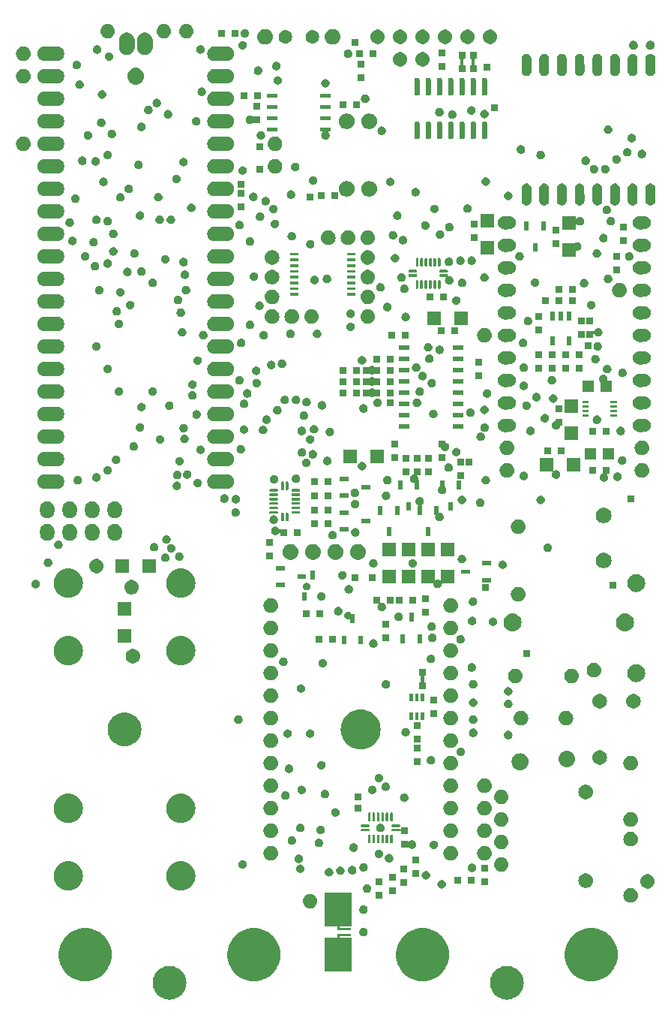
<source format=gbr>
%TF.GenerationSoftware,KiCad,Pcbnew,8.0.1-rc1*%
%TF.CreationDate,2024-12-19T23:23:58-08:00*%
%TF.ProjectId,MMTR_AFE_00_04_TORELEASE,4d4d5452-5f41-4464-955f-30305f30345f,rev?*%
%TF.SameCoordinates,Original*%
%TF.FileFunction,Soldermask,Top*%
%TF.FilePolarity,Negative*%
%FSLAX46Y46*%
G04 Gerber Fmt 4.6, Leading zero omitted, Abs format (unit mm)*
G04 Created by KiCad (PCBNEW 8.0.1-rc1) date 2024-12-19 23:23:58*
%MOMM*%
%LPD*%
G01*
G04 APERTURE LIST*
G04 APERTURE END LIST*
G36*
X143781110Y-140989390D02*
G01*
X144046701Y-141047166D01*
X144301366Y-141142151D01*
X144539921Y-141272412D01*
X144757510Y-141435297D01*
X144949703Y-141627490D01*
X145112588Y-141845079D01*
X145242849Y-142083634D01*
X145337834Y-142338299D01*
X145395610Y-142603890D01*
X145415000Y-142875000D01*
X145395610Y-143146110D01*
X145337834Y-143411701D01*
X145242849Y-143666366D01*
X145112588Y-143904921D01*
X144949703Y-144122510D01*
X144757510Y-144314703D01*
X144539921Y-144477588D01*
X144301366Y-144607849D01*
X144046701Y-144702834D01*
X143781110Y-144760610D01*
X143510000Y-144780000D01*
X143238890Y-144760610D01*
X142973299Y-144702834D01*
X142718634Y-144607849D01*
X142480079Y-144477588D01*
X142262490Y-144314703D01*
X142070297Y-144122510D01*
X141907412Y-143904921D01*
X141777151Y-143666366D01*
X141682166Y-143411701D01*
X141624390Y-143146110D01*
X141605000Y-142875000D01*
X141624390Y-142603890D01*
X141682166Y-142338299D01*
X141777151Y-142083634D01*
X141907412Y-141845079D01*
X142070297Y-141627490D01*
X142262490Y-141435297D01*
X142480079Y-141272412D01*
X142718634Y-141142151D01*
X142973299Y-141047166D01*
X143238890Y-140989390D01*
X143510000Y-140970000D01*
X143781110Y-140989390D01*
G37*
G36*
X181881110Y-140989390D02*
G01*
X182146701Y-141047166D01*
X182401366Y-141142151D01*
X182639921Y-141272412D01*
X182857510Y-141435297D01*
X183049703Y-141627490D01*
X183212588Y-141845079D01*
X183342849Y-142083634D01*
X183437834Y-142338299D01*
X183495610Y-142603890D01*
X183515000Y-142875000D01*
X183495610Y-143146110D01*
X183437834Y-143411701D01*
X183342849Y-143666366D01*
X183212588Y-143904921D01*
X183049703Y-144122510D01*
X182857510Y-144314703D01*
X182639921Y-144477588D01*
X182401366Y-144607849D01*
X182146701Y-144702834D01*
X181881110Y-144760610D01*
X181610000Y-144780000D01*
X181338890Y-144760610D01*
X181073299Y-144702834D01*
X180818634Y-144607849D01*
X180580079Y-144477588D01*
X180362490Y-144314703D01*
X180170297Y-144122510D01*
X180007412Y-143904921D01*
X179877151Y-143666366D01*
X179782166Y-143411701D01*
X179724390Y-143146110D01*
X179705000Y-142875000D01*
X179724390Y-142603890D01*
X179782166Y-142338299D01*
X179877151Y-142083634D01*
X180007412Y-141845079D01*
X180170297Y-141627490D01*
X180362490Y-141435297D01*
X180580079Y-141272412D01*
X180818634Y-141142151D01*
X181073299Y-141047166D01*
X181338890Y-140989390D01*
X181610000Y-140970000D01*
X181881110Y-140989390D01*
G37*
G36*
X134073975Y-136705076D02*
G01*
X134159434Y-136705076D01*
X134238478Y-136714314D01*
X134320885Y-136718943D01*
X134415253Y-136734976D01*
X134505945Y-136745577D01*
X134577615Y-136762562D01*
X134652539Y-136775293D01*
X134750930Y-136803639D01*
X134845410Y-136826031D01*
X134909028Y-136849186D01*
X134975814Y-136868427D01*
X135076681Y-136910207D01*
X135173239Y-136945352D01*
X135228361Y-136973035D01*
X135286620Y-136997167D01*
X135388223Y-137053321D01*
X135485000Y-137101924D01*
X135531495Y-137132504D01*
X135581046Y-137159890D01*
X135681454Y-137231133D01*
X135776476Y-137293630D01*
X135814487Y-137325525D01*
X135855419Y-137354568D01*
X135952629Y-137441440D01*
X136043725Y-137517879D01*
X136073611Y-137549556D01*
X136106263Y-137578736D01*
X136198194Y-137681606D01*
X136283133Y-137771637D01*
X136305504Y-137801687D01*
X136330431Y-137829580D01*
X136414945Y-137948692D01*
X136491463Y-138051473D01*
X136507145Y-138078635D01*
X136525109Y-138103953D01*
X136600068Y-138239583D01*
X136665898Y-138353602D01*
X136675900Y-138376790D01*
X136687832Y-138398379D01*
X136751114Y-138551155D01*
X136804078Y-138673940D01*
X136809565Y-138692270D01*
X136816572Y-138709185D01*
X136866149Y-138881273D01*
X136904135Y-139008152D01*
X136906394Y-139020964D01*
X136909706Y-139032460D01*
X136943712Y-139232609D01*
X136964715Y-139351721D01*
X136965113Y-139358568D01*
X136966056Y-139364114D01*
X136982761Y-139661568D01*
X136985000Y-139700000D01*
X136982761Y-139738434D01*
X136966056Y-140035885D01*
X136965113Y-140041429D01*
X136964715Y-140048279D01*
X136943707Y-140167416D01*
X136909706Y-140367539D01*
X136906394Y-140379033D01*
X136904135Y-140391848D01*
X136866142Y-140518751D01*
X136816572Y-140690814D01*
X136809566Y-140707725D01*
X136804078Y-140726060D01*
X136751103Y-140848868D01*
X136687832Y-141001620D01*
X136675902Y-141023204D01*
X136665898Y-141046398D01*
X136600055Y-141160439D01*
X136525109Y-141296046D01*
X136507148Y-141321358D01*
X136491463Y-141348527D01*
X136414930Y-141451327D01*
X136330431Y-141570419D01*
X136305509Y-141598306D01*
X136283133Y-141628363D01*
X136198177Y-141718411D01*
X136106263Y-141821263D01*
X136073617Y-141850437D01*
X136043725Y-141882121D01*
X135952610Y-141958574D01*
X135855419Y-142045431D01*
X135814495Y-142074467D01*
X135776476Y-142106370D01*
X135681435Y-142168878D01*
X135581046Y-142240109D01*
X135531505Y-142267489D01*
X135485000Y-142298076D01*
X135388203Y-142346688D01*
X135286620Y-142402832D01*
X135228373Y-142426958D01*
X135173239Y-142454648D01*
X135076661Y-142489799D01*
X134975814Y-142531572D01*
X134909041Y-142550808D01*
X134845410Y-142573969D01*
X134750911Y-142596365D01*
X134652539Y-142624706D01*
X134577629Y-142637433D01*
X134505945Y-142654423D01*
X134415234Y-142665025D01*
X134320885Y-142681056D01*
X134238494Y-142685683D01*
X134159434Y-142694924D01*
X134073957Y-142694924D01*
X133985000Y-142699920D01*
X133896043Y-142694924D01*
X133810566Y-142694924D01*
X133731506Y-142685683D01*
X133649114Y-142681056D01*
X133554762Y-142665025D01*
X133464055Y-142654423D01*
X133392372Y-142637434D01*
X133317460Y-142624706D01*
X133219083Y-142596364D01*
X133124590Y-142573969D01*
X133060962Y-142550810D01*
X132994185Y-142531572D01*
X132893330Y-142489796D01*
X132796761Y-142454648D01*
X132741631Y-142426960D01*
X132683379Y-142402832D01*
X132581785Y-142346683D01*
X132485000Y-142298076D01*
X132438499Y-142267492D01*
X132388953Y-142240109D01*
X132288550Y-142168869D01*
X132193524Y-142106370D01*
X132155509Y-142074472D01*
X132114580Y-142045431D01*
X132017372Y-141958561D01*
X131926275Y-141882121D01*
X131896388Y-141850442D01*
X131863736Y-141821263D01*
X131771803Y-141718390D01*
X131686867Y-141628363D01*
X131664495Y-141598313D01*
X131639568Y-141570419D01*
X131555048Y-141451299D01*
X131478537Y-141348527D01*
X131462855Y-141321366D01*
X131444890Y-141296046D01*
X131369920Y-141160398D01*
X131304102Y-141046398D01*
X131294100Y-141023212D01*
X131282167Y-141001620D01*
X131218871Y-140848809D01*
X131165922Y-140726060D01*
X131160435Y-140707734D01*
X131153427Y-140690814D01*
X131103831Y-140518663D01*
X131065865Y-140391848D01*
X131063606Y-140379042D01*
X131060293Y-140367539D01*
X131026264Y-140167260D01*
X131005285Y-140048279D01*
X131004886Y-140041438D01*
X131003943Y-140035885D01*
X130987210Y-139737954D01*
X130985000Y-139700000D01*
X130987210Y-139662048D01*
X131003943Y-139364114D01*
X131004886Y-139358559D01*
X131005285Y-139351721D01*
X131026259Y-139232765D01*
X131060293Y-139032460D01*
X131063607Y-139020955D01*
X131065865Y-139008152D01*
X131103823Y-138881362D01*
X131153427Y-138709185D01*
X131160436Y-138692262D01*
X131165922Y-138673940D01*
X131218860Y-138551214D01*
X131282167Y-138398379D01*
X131294102Y-138376782D01*
X131304102Y-138353602D01*
X131369907Y-138239623D01*
X131444890Y-138103953D01*
X131462858Y-138078628D01*
X131478537Y-138051473D01*
X131555032Y-137948720D01*
X131639568Y-137829580D01*
X131664500Y-137801680D01*
X131686867Y-137771637D01*
X131771786Y-137681626D01*
X131863736Y-137578736D01*
X131896394Y-137549550D01*
X131926275Y-137517879D01*
X132017354Y-137441454D01*
X132114580Y-137354568D01*
X132155517Y-137325521D01*
X132193524Y-137293630D01*
X132288531Y-137231142D01*
X132388953Y-137159890D01*
X132438509Y-137132501D01*
X132485000Y-137101924D01*
X132581765Y-137053326D01*
X132683379Y-136997167D01*
X132741642Y-136973033D01*
X132796761Y-136945352D01*
X132893310Y-136910210D01*
X132994185Y-136868427D01*
X133060975Y-136849184D01*
X133124590Y-136826031D01*
X133219063Y-136803640D01*
X133317460Y-136775293D01*
X133392387Y-136762562D01*
X133464055Y-136745577D01*
X133554743Y-136734977D01*
X133649114Y-136718943D01*
X133731522Y-136714314D01*
X133810566Y-136705076D01*
X133896025Y-136705076D01*
X133985000Y-136700079D01*
X134073975Y-136705076D01*
G37*
G36*
X153123975Y-136705076D02*
G01*
X153209434Y-136705076D01*
X153288478Y-136714314D01*
X153370885Y-136718943D01*
X153465253Y-136734976D01*
X153555945Y-136745577D01*
X153627615Y-136762562D01*
X153702539Y-136775293D01*
X153800930Y-136803639D01*
X153895410Y-136826031D01*
X153959028Y-136849186D01*
X154025814Y-136868427D01*
X154126681Y-136910207D01*
X154223239Y-136945352D01*
X154278361Y-136973035D01*
X154336620Y-136997167D01*
X154438223Y-137053321D01*
X154535000Y-137101924D01*
X154581495Y-137132504D01*
X154631046Y-137159890D01*
X154731454Y-137231133D01*
X154826476Y-137293630D01*
X154864487Y-137325525D01*
X154905419Y-137354568D01*
X155002629Y-137441440D01*
X155093725Y-137517879D01*
X155123611Y-137549556D01*
X155156263Y-137578736D01*
X155248194Y-137681606D01*
X155333133Y-137771637D01*
X155355504Y-137801687D01*
X155380431Y-137829580D01*
X155464945Y-137948692D01*
X155541463Y-138051473D01*
X155557145Y-138078635D01*
X155575109Y-138103953D01*
X155650068Y-138239583D01*
X155715898Y-138353602D01*
X155725900Y-138376790D01*
X155737832Y-138398379D01*
X155801114Y-138551155D01*
X155854078Y-138673940D01*
X155859565Y-138692270D01*
X155866572Y-138709185D01*
X155916149Y-138881273D01*
X155954135Y-139008152D01*
X155956394Y-139020964D01*
X155959706Y-139032460D01*
X155993712Y-139232609D01*
X156014715Y-139351721D01*
X156015113Y-139358568D01*
X156016056Y-139364114D01*
X156032761Y-139661568D01*
X156035000Y-139700000D01*
X156032761Y-139738434D01*
X156016056Y-140035885D01*
X156015113Y-140041429D01*
X156014715Y-140048279D01*
X155993707Y-140167416D01*
X155959706Y-140367539D01*
X155956394Y-140379033D01*
X155954135Y-140391848D01*
X155916142Y-140518751D01*
X155866572Y-140690814D01*
X155859566Y-140707725D01*
X155854078Y-140726060D01*
X155801103Y-140848868D01*
X155737832Y-141001620D01*
X155725902Y-141023204D01*
X155715898Y-141046398D01*
X155650055Y-141160439D01*
X155575109Y-141296046D01*
X155557148Y-141321358D01*
X155541463Y-141348527D01*
X155464930Y-141451327D01*
X155380431Y-141570419D01*
X155355509Y-141598306D01*
X155333133Y-141628363D01*
X155248177Y-141718411D01*
X155156263Y-141821263D01*
X155123617Y-141850437D01*
X155093725Y-141882121D01*
X155002610Y-141958574D01*
X154905419Y-142045431D01*
X154864495Y-142074467D01*
X154826476Y-142106370D01*
X154731435Y-142168878D01*
X154631046Y-142240109D01*
X154581505Y-142267489D01*
X154535000Y-142298076D01*
X154438203Y-142346688D01*
X154336620Y-142402832D01*
X154278373Y-142426958D01*
X154223239Y-142454648D01*
X154126661Y-142489799D01*
X154025814Y-142531572D01*
X153959041Y-142550808D01*
X153895410Y-142573969D01*
X153800911Y-142596365D01*
X153702539Y-142624706D01*
X153627629Y-142637433D01*
X153555945Y-142654423D01*
X153465234Y-142665025D01*
X153370885Y-142681056D01*
X153288494Y-142685683D01*
X153209434Y-142694924D01*
X153123957Y-142694924D01*
X153035000Y-142699920D01*
X152946043Y-142694924D01*
X152860566Y-142694924D01*
X152781506Y-142685683D01*
X152699114Y-142681056D01*
X152604762Y-142665025D01*
X152514055Y-142654423D01*
X152442372Y-142637434D01*
X152367460Y-142624706D01*
X152269083Y-142596364D01*
X152174590Y-142573969D01*
X152110962Y-142550810D01*
X152044185Y-142531572D01*
X151943330Y-142489796D01*
X151846761Y-142454648D01*
X151791631Y-142426960D01*
X151733379Y-142402832D01*
X151631785Y-142346683D01*
X151535000Y-142298076D01*
X151488499Y-142267492D01*
X151438953Y-142240109D01*
X151338550Y-142168869D01*
X151243524Y-142106370D01*
X151205509Y-142074472D01*
X151164580Y-142045431D01*
X151067372Y-141958561D01*
X150976275Y-141882121D01*
X150946388Y-141850442D01*
X150913736Y-141821263D01*
X150821803Y-141718390D01*
X150736867Y-141628363D01*
X150714495Y-141598313D01*
X150689568Y-141570419D01*
X150605048Y-141451299D01*
X150528537Y-141348527D01*
X150512855Y-141321366D01*
X150494890Y-141296046D01*
X150419920Y-141160398D01*
X150354102Y-141046398D01*
X150344100Y-141023212D01*
X150332167Y-141001620D01*
X150268871Y-140848809D01*
X150215922Y-140726060D01*
X150210435Y-140707734D01*
X150203427Y-140690814D01*
X150153831Y-140518663D01*
X150115865Y-140391848D01*
X150113606Y-140379042D01*
X150110293Y-140367539D01*
X150076264Y-140167260D01*
X150055285Y-140048279D01*
X150054886Y-140041438D01*
X150053943Y-140035885D01*
X150037210Y-139737954D01*
X150035000Y-139700000D01*
X150037210Y-139662048D01*
X150053943Y-139364114D01*
X150054886Y-139358559D01*
X150055285Y-139351721D01*
X150076259Y-139232765D01*
X150110293Y-139032460D01*
X150113607Y-139020955D01*
X150115865Y-139008152D01*
X150153823Y-138881362D01*
X150203427Y-138709185D01*
X150210436Y-138692262D01*
X150215922Y-138673940D01*
X150268860Y-138551214D01*
X150332167Y-138398379D01*
X150344102Y-138376782D01*
X150354102Y-138353602D01*
X150419907Y-138239623D01*
X150494890Y-138103953D01*
X150512858Y-138078628D01*
X150528537Y-138051473D01*
X150605032Y-137948720D01*
X150689568Y-137829580D01*
X150714500Y-137801680D01*
X150736867Y-137771637D01*
X150821786Y-137681626D01*
X150913736Y-137578736D01*
X150946394Y-137549550D01*
X150976275Y-137517879D01*
X151067354Y-137441454D01*
X151164580Y-137354568D01*
X151205517Y-137325521D01*
X151243524Y-137293630D01*
X151338531Y-137231142D01*
X151438953Y-137159890D01*
X151488509Y-137132501D01*
X151535000Y-137101924D01*
X151631765Y-137053326D01*
X151733379Y-136997167D01*
X151791642Y-136973033D01*
X151846761Y-136945352D01*
X151943310Y-136910210D01*
X152044185Y-136868427D01*
X152110975Y-136849184D01*
X152174590Y-136826031D01*
X152269063Y-136803640D01*
X152367460Y-136775293D01*
X152442387Y-136762562D01*
X152514055Y-136745577D01*
X152604743Y-136734977D01*
X152699114Y-136718943D01*
X152781522Y-136714314D01*
X152860566Y-136705076D01*
X152946025Y-136705076D01*
X153035000Y-136700079D01*
X153123975Y-136705076D01*
G37*
G36*
X172173975Y-136705076D02*
G01*
X172259434Y-136705076D01*
X172338478Y-136714314D01*
X172420885Y-136718943D01*
X172515253Y-136734976D01*
X172605945Y-136745577D01*
X172677615Y-136762562D01*
X172752539Y-136775293D01*
X172850930Y-136803639D01*
X172945410Y-136826031D01*
X173009028Y-136849186D01*
X173075814Y-136868427D01*
X173176681Y-136910207D01*
X173273239Y-136945352D01*
X173328361Y-136973035D01*
X173386620Y-136997167D01*
X173488223Y-137053321D01*
X173585000Y-137101924D01*
X173631495Y-137132504D01*
X173681046Y-137159890D01*
X173781454Y-137231133D01*
X173876476Y-137293630D01*
X173914487Y-137325525D01*
X173955419Y-137354568D01*
X174052629Y-137441440D01*
X174143725Y-137517879D01*
X174173611Y-137549556D01*
X174206263Y-137578736D01*
X174298194Y-137681606D01*
X174383133Y-137771637D01*
X174405504Y-137801687D01*
X174430431Y-137829580D01*
X174514945Y-137948692D01*
X174591463Y-138051473D01*
X174607145Y-138078635D01*
X174625109Y-138103953D01*
X174700068Y-138239583D01*
X174765898Y-138353602D01*
X174775900Y-138376790D01*
X174787832Y-138398379D01*
X174851114Y-138551155D01*
X174904078Y-138673940D01*
X174909565Y-138692270D01*
X174916572Y-138709185D01*
X174966149Y-138881273D01*
X175004135Y-139008152D01*
X175006394Y-139020964D01*
X175009706Y-139032460D01*
X175043712Y-139232609D01*
X175064715Y-139351721D01*
X175065113Y-139358568D01*
X175066056Y-139364114D01*
X175082761Y-139661568D01*
X175085000Y-139700000D01*
X175082761Y-139738434D01*
X175066056Y-140035885D01*
X175065113Y-140041429D01*
X175064715Y-140048279D01*
X175043707Y-140167416D01*
X175009706Y-140367539D01*
X175006394Y-140379033D01*
X175004135Y-140391848D01*
X174966142Y-140518751D01*
X174916572Y-140690814D01*
X174909566Y-140707725D01*
X174904078Y-140726060D01*
X174851103Y-140848868D01*
X174787832Y-141001620D01*
X174775902Y-141023204D01*
X174765898Y-141046398D01*
X174700055Y-141160439D01*
X174625109Y-141296046D01*
X174607148Y-141321358D01*
X174591463Y-141348527D01*
X174514930Y-141451327D01*
X174430431Y-141570419D01*
X174405509Y-141598306D01*
X174383133Y-141628363D01*
X174298177Y-141718411D01*
X174206263Y-141821263D01*
X174173617Y-141850437D01*
X174143725Y-141882121D01*
X174052610Y-141958574D01*
X173955419Y-142045431D01*
X173914495Y-142074467D01*
X173876476Y-142106370D01*
X173781435Y-142168878D01*
X173681046Y-142240109D01*
X173631505Y-142267489D01*
X173585000Y-142298076D01*
X173488203Y-142346688D01*
X173386620Y-142402832D01*
X173328373Y-142426958D01*
X173273239Y-142454648D01*
X173176661Y-142489799D01*
X173075814Y-142531572D01*
X173009041Y-142550808D01*
X172945410Y-142573969D01*
X172850911Y-142596365D01*
X172752539Y-142624706D01*
X172677629Y-142637433D01*
X172605945Y-142654423D01*
X172515234Y-142665025D01*
X172420885Y-142681056D01*
X172338494Y-142685683D01*
X172259434Y-142694924D01*
X172173957Y-142694924D01*
X172085000Y-142699920D01*
X171996043Y-142694924D01*
X171910566Y-142694924D01*
X171831506Y-142685683D01*
X171749114Y-142681056D01*
X171654762Y-142665025D01*
X171564055Y-142654423D01*
X171492372Y-142637434D01*
X171417460Y-142624706D01*
X171319083Y-142596364D01*
X171224590Y-142573969D01*
X171160962Y-142550810D01*
X171094185Y-142531572D01*
X170993330Y-142489796D01*
X170896761Y-142454648D01*
X170841631Y-142426960D01*
X170783379Y-142402832D01*
X170681785Y-142346683D01*
X170585000Y-142298076D01*
X170538499Y-142267492D01*
X170488953Y-142240109D01*
X170388550Y-142168869D01*
X170293524Y-142106370D01*
X170255509Y-142074472D01*
X170214580Y-142045431D01*
X170117372Y-141958561D01*
X170026275Y-141882121D01*
X169996388Y-141850442D01*
X169963736Y-141821263D01*
X169871803Y-141718390D01*
X169786867Y-141628363D01*
X169764495Y-141598313D01*
X169739568Y-141570419D01*
X169655048Y-141451299D01*
X169578537Y-141348527D01*
X169562855Y-141321366D01*
X169544890Y-141296046D01*
X169469920Y-141160398D01*
X169404102Y-141046398D01*
X169394100Y-141023212D01*
X169382167Y-141001620D01*
X169318871Y-140848809D01*
X169265922Y-140726060D01*
X169260435Y-140707734D01*
X169253427Y-140690814D01*
X169203831Y-140518663D01*
X169165865Y-140391848D01*
X169163606Y-140379042D01*
X169160293Y-140367539D01*
X169126264Y-140167260D01*
X169105285Y-140048279D01*
X169104886Y-140041438D01*
X169103943Y-140035885D01*
X169087210Y-139737954D01*
X169085000Y-139700000D01*
X169087210Y-139662048D01*
X169103943Y-139364114D01*
X169104886Y-139358559D01*
X169105285Y-139351721D01*
X169126259Y-139232765D01*
X169160293Y-139032460D01*
X169163607Y-139020955D01*
X169165865Y-139008152D01*
X169203823Y-138881362D01*
X169253427Y-138709185D01*
X169260436Y-138692262D01*
X169265922Y-138673940D01*
X169318860Y-138551214D01*
X169382167Y-138398379D01*
X169394102Y-138376782D01*
X169404102Y-138353602D01*
X169469907Y-138239623D01*
X169544890Y-138103953D01*
X169562858Y-138078628D01*
X169578537Y-138051473D01*
X169655032Y-137948720D01*
X169739568Y-137829580D01*
X169764500Y-137801680D01*
X169786867Y-137771637D01*
X169871786Y-137681626D01*
X169963736Y-137578736D01*
X169996394Y-137549550D01*
X170026275Y-137517879D01*
X170117354Y-137441454D01*
X170214580Y-137354568D01*
X170255517Y-137325521D01*
X170293524Y-137293630D01*
X170388531Y-137231142D01*
X170488953Y-137159890D01*
X170538509Y-137132501D01*
X170585000Y-137101924D01*
X170681765Y-137053326D01*
X170783379Y-136997167D01*
X170841642Y-136973033D01*
X170896761Y-136945352D01*
X170993310Y-136910210D01*
X171094185Y-136868427D01*
X171160975Y-136849184D01*
X171224590Y-136826031D01*
X171319063Y-136803640D01*
X171417460Y-136775293D01*
X171492387Y-136762562D01*
X171564055Y-136745577D01*
X171654743Y-136734977D01*
X171749114Y-136718943D01*
X171831522Y-136714314D01*
X171910566Y-136705076D01*
X171996025Y-136705076D01*
X172085000Y-136700079D01*
X172173975Y-136705076D01*
G37*
G36*
X191223975Y-136705076D02*
G01*
X191309434Y-136705076D01*
X191388478Y-136714314D01*
X191470885Y-136718943D01*
X191565253Y-136734976D01*
X191655945Y-136745577D01*
X191727615Y-136762562D01*
X191802539Y-136775293D01*
X191900930Y-136803639D01*
X191995410Y-136826031D01*
X192059028Y-136849186D01*
X192125814Y-136868427D01*
X192226681Y-136910207D01*
X192323239Y-136945352D01*
X192378361Y-136973035D01*
X192436620Y-136997167D01*
X192538223Y-137053321D01*
X192635000Y-137101924D01*
X192681495Y-137132504D01*
X192731046Y-137159890D01*
X192831454Y-137231133D01*
X192926476Y-137293630D01*
X192964487Y-137325525D01*
X193005419Y-137354568D01*
X193102629Y-137441440D01*
X193193725Y-137517879D01*
X193223611Y-137549556D01*
X193256263Y-137578736D01*
X193348194Y-137681606D01*
X193433133Y-137771637D01*
X193455504Y-137801687D01*
X193480431Y-137829580D01*
X193564945Y-137948692D01*
X193641463Y-138051473D01*
X193657145Y-138078635D01*
X193675109Y-138103953D01*
X193750068Y-138239583D01*
X193815898Y-138353602D01*
X193825900Y-138376790D01*
X193837832Y-138398379D01*
X193901114Y-138551155D01*
X193954078Y-138673940D01*
X193959565Y-138692270D01*
X193966572Y-138709185D01*
X194016149Y-138881273D01*
X194054135Y-139008152D01*
X194056394Y-139020964D01*
X194059706Y-139032460D01*
X194093712Y-139232609D01*
X194114715Y-139351721D01*
X194115113Y-139358568D01*
X194116056Y-139364114D01*
X194132761Y-139661568D01*
X194135000Y-139700000D01*
X194132761Y-139738434D01*
X194116056Y-140035885D01*
X194115113Y-140041429D01*
X194114715Y-140048279D01*
X194093707Y-140167416D01*
X194059706Y-140367539D01*
X194056394Y-140379033D01*
X194054135Y-140391848D01*
X194016142Y-140518751D01*
X193966572Y-140690814D01*
X193959566Y-140707725D01*
X193954078Y-140726060D01*
X193901103Y-140848868D01*
X193837832Y-141001620D01*
X193825902Y-141023204D01*
X193815898Y-141046398D01*
X193750055Y-141160439D01*
X193675109Y-141296046D01*
X193657148Y-141321358D01*
X193641463Y-141348527D01*
X193564930Y-141451327D01*
X193480431Y-141570419D01*
X193455509Y-141598306D01*
X193433133Y-141628363D01*
X193348177Y-141718411D01*
X193256263Y-141821263D01*
X193223617Y-141850437D01*
X193193725Y-141882121D01*
X193102610Y-141958574D01*
X193005419Y-142045431D01*
X192964495Y-142074467D01*
X192926476Y-142106370D01*
X192831435Y-142168878D01*
X192731046Y-142240109D01*
X192681505Y-142267489D01*
X192635000Y-142298076D01*
X192538203Y-142346688D01*
X192436620Y-142402832D01*
X192378373Y-142426958D01*
X192323239Y-142454648D01*
X192226661Y-142489799D01*
X192125814Y-142531572D01*
X192059041Y-142550808D01*
X191995410Y-142573969D01*
X191900911Y-142596365D01*
X191802539Y-142624706D01*
X191727629Y-142637433D01*
X191655945Y-142654423D01*
X191565234Y-142665025D01*
X191470885Y-142681056D01*
X191388494Y-142685683D01*
X191309434Y-142694924D01*
X191223957Y-142694924D01*
X191135000Y-142699920D01*
X191046043Y-142694924D01*
X190960566Y-142694924D01*
X190881506Y-142685683D01*
X190799114Y-142681056D01*
X190704762Y-142665025D01*
X190614055Y-142654423D01*
X190542372Y-142637434D01*
X190467460Y-142624706D01*
X190369083Y-142596364D01*
X190274590Y-142573969D01*
X190210962Y-142550810D01*
X190144185Y-142531572D01*
X190043330Y-142489796D01*
X189946761Y-142454648D01*
X189891631Y-142426960D01*
X189833379Y-142402832D01*
X189731785Y-142346683D01*
X189635000Y-142298076D01*
X189588499Y-142267492D01*
X189538953Y-142240109D01*
X189438550Y-142168869D01*
X189343524Y-142106370D01*
X189305509Y-142074472D01*
X189264580Y-142045431D01*
X189167372Y-141958561D01*
X189076275Y-141882121D01*
X189046388Y-141850442D01*
X189013736Y-141821263D01*
X188921803Y-141718390D01*
X188836867Y-141628363D01*
X188814495Y-141598313D01*
X188789568Y-141570419D01*
X188705048Y-141451299D01*
X188628537Y-141348527D01*
X188612855Y-141321366D01*
X188594890Y-141296046D01*
X188519920Y-141160398D01*
X188454102Y-141046398D01*
X188444100Y-141023212D01*
X188432167Y-141001620D01*
X188368871Y-140848809D01*
X188315922Y-140726060D01*
X188310435Y-140707734D01*
X188303427Y-140690814D01*
X188253831Y-140518663D01*
X188215865Y-140391848D01*
X188213606Y-140379042D01*
X188210293Y-140367539D01*
X188176264Y-140167260D01*
X188155285Y-140048279D01*
X188154886Y-140041438D01*
X188153943Y-140035885D01*
X188137210Y-139737954D01*
X188135000Y-139700000D01*
X188137210Y-139662048D01*
X188153943Y-139364114D01*
X188154886Y-139358559D01*
X188155285Y-139351721D01*
X188176259Y-139232765D01*
X188210293Y-139032460D01*
X188213607Y-139020955D01*
X188215865Y-139008152D01*
X188253823Y-138881362D01*
X188303427Y-138709185D01*
X188310436Y-138692262D01*
X188315922Y-138673940D01*
X188368860Y-138551214D01*
X188432167Y-138398379D01*
X188444102Y-138376782D01*
X188454102Y-138353602D01*
X188519907Y-138239623D01*
X188594890Y-138103953D01*
X188612858Y-138078628D01*
X188628537Y-138051473D01*
X188705032Y-137948720D01*
X188789568Y-137829580D01*
X188814500Y-137801680D01*
X188836867Y-137771637D01*
X188921786Y-137681626D01*
X189013736Y-137578736D01*
X189046394Y-137549550D01*
X189076275Y-137517879D01*
X189167354Y-137441454D01*
X189264580Y-137354568D01*
X189305517Y-137325521D01*
X189343524Y-137293630D01*
X189438531Y-137231142D01*
X189538953Y-137159890D01*
X189588509Y-137132501D01*
X189635000Y-137101924D01*
X189731765Y-137053326D01*
X189833379Y-136997167D01*
X189891642Y-136973033D01*
X189946761Y-136945352D01*
X190043310Y-136910210D01*
X190144185Y-136868427D01*
X190210975Y-136849184D01*
X190274590Y-136826031D01*
X190369063Y-136803640D01*
X190467460Y-136775293D01*
X190542387Y-136762562D01*
X190614055Y-136745577D01*
X190704743Y-136734977D01*
X190799114Y-136718943D01*
X190881522Y-136714314D01*
X190960566Y-136705076D01*
X191046025Y-136705076D01*
X191135000Y-136700079D01*
X191223975Y-136705076D01*
G37*
G36*
X163957000Y-137604500D02*
G01*
X162716755Y-137604500D01*
X162687000Y-137634255D01*
X162687000Y-137765244D01*
X162716756Y-137795000D01*
X164084000Y-137795000D01*
X164084000Y-141605000D01*
X161036000Y-141605000D01*
X161036000Y-137795000D01*
X162403243Y-137795000D01*
X162433000Y-137765243D01*
X162433000Y-137604500D01*
X162433000Y-137350500D01*
X163957000Y-137350500D01*
X163957000Y-137604500D01*
G37*
G36*
X165451489Y-136682312D02*
G01*
X165486181Y-136682312D01*
X165514380Y-136690592D01*
X165542292Y-136694267D01*
X165579785Y-136709797D01*
X165617979Y-136721012D01*
X165638138Y-136733967D01*
X165658581Y-136742435D01*
X165696037Y-136771176D01*
X165733536Y-136795275D01*
X165745624Y-136809226D01*
X165758439Y-136819059D01*
X165791660Y-136862354D01*
X165823489Y-136899087D01*
X165828845Y-136910815D01*
X165835064Y-136918920D01*
X165859618Y-136978200D01*
X165880551Y-137024036D01*
X165881585Y-137031234D01*
X165883232Y-137035208D01*
X165894904Y-137123866D01*
X165900100Y-137160000D01*
X165894904Y-137196133D01*
X165883232Y-137284792D01*
X165881585Y-137288765D01*
X165880551Y-137295964D01*
X165859621Y-137341794D01*
X165835064Y-137401081D01*
X165828844Y-137409186D01*
X165823489Y-137420913D01*
X165791655Y-137457650D01*
X165758439Y-137500939D01*
X165745629Y-137510768D01*
X165733536Y-137524725D01*
X165696026Y-137548830D01*
X165658581Y-137577564D01*
X165638142Y-137586029D01*
X165617979Y-137598988D01*
X165579777Y-137610205D01*
X165542292Y-137625732D01*
X165514386Y-137629406D01*
X165486181Y-137637688D01*
X165451482Y-137637688D01*
X165417500Y-137642162D01*
X165383518Y-137637688D01*
X165348819Y-137637688D01*
X165320614Y-137629406D01*
X165292707Y-137625732D01*
X165255219Y-137610204D01*
X165217021Y-137598988D01*
X165196859Y-137586030D01*
X165176418Y-137577564D01*
X165138967Y-137548826D01*
X165101464Y-137524725D01*
X165089372Y-137510770D01*
X165076560Y-137500939D01*
X165043335Y-137457640D01*
X165011511Y-137420913D01*
X165006157Y-137409189D01*
X164999935Y-137401081D01*
X164975368Y-137341770D01*
X164954449Y-137295964D01*
X164953414Y-137288769D01*
X164951767Y-137284792D01*
X164940083Y-137196051D01*
X164934900Y-137160000D01*
X164940083Y-137123948D01*
X164951767Y-137035208D01*
X164953414Y-137031230D01*
X164954449Y-137024036D01*
X164975370Y-136978224D01*
X164999935Y-136918920D01*
X165006156Y-136910812D01*
X165011511Y-136899087D01*
X165043334Y-136862360D01*
X165076560Y-136819060D01*
X165089374Y-136809227D01*
X165101464Y-136795275D01*
X165138966Y-136771173D01*
X165176420Y-136742435D01*
X165196860Y-136733968D01*
X165217021Y-136721012D01*
X165255215Y-136709796D01*
X165292708Y-136694267D01*
X165320619Y-136690592D01*
X165348819Y-136682312D01*
X165383511Y-136682312D01*
X165417500Y-136677837D01*
X165451489Y-136682312D01*
G37*
G36*
X164084000Y-136525000D02*
G01*
X162716755Y-136525000D01*
X162687000Y-136554755D01*
X162687000Y-136685744D01*
X162716756Y-136715500D01*
X163957000Y-136715500D01*
X163957000Y-136969500D01*
X162433000Y-136969500D01*
X162433000Y-136779000D01*
X162433000Y-136554756D01*
X162403244Y-136525000D01*
X161036000Y-136525000D01*
X161036000Y-132715000D01*
X164084000Y-132715000D01*
X164084000Y-136525000D01*
G37*
G36*
X165451489Y-134142312D02*
G01*
X165486181Y-134142312D01*
X165514380Y-134150592D01*
X165542292Y-134154267D01*
X165579785Y-134169797D01*
X165617979Y-134181012D01*
X165638138Y-134193967D01*
X165658581Y-134202435D01*
X165696037Y-134231176D01*
X165733536Y-134255275D01*
X165745624Y-134269226D01*
X165758439Y-134279059D01*
X165791660Y-134322354D01*
X165823489Y-134359087D01*
X165828845Y-134370815D01*
X165835064Y-134378920D01*
X165859618Y-134438200D01*
X165880551Y-134484036D01*
X165881585Y-134491234D01*
X165883232Y-134495208D01*
X165894904Y-134583866D01*
X165900100Y-134620000D01*
X165894904Y-134656133D01*
X165883232Y-134744792D01*
X165881585Y-134748765D01*
X165880551Y-134755964D01*
X165859621Y-134801794D01*
X165835064Y-134861081D01*
X165828844Y-134869186D01*
X165823489Y-134880913D01*
X165791655Y-134917650D01*
X165758439Y-134960939D01*
X165745629Y-134970768D01*
X165733536Y-134984725D01*
X165696026Y-135008830D01*
X165658581Y-135037564D01*
X165638142Y-135046029D01*
X165617979Y-135058988D01*
X165579777Y-135070205D01*
X165542292Y-135085732D01*
X165514386Y-135089406D01*
X165486181Y-135097688D01*
X165451482Y-135097688D01*
X165417500Y-135102162D01*
X165383518Y-135097688D01*
X165348819Y-135097688D01*
X165320614Y-135089406D01*
X165292707Y-135085732D01*
X165255219Y-135070204D01*
X165217021Y-135058988D01*
X165196859Y-135046030D01*
X165176418Y-135037564D01*
X165138967Y-135008826D01*
X165101464Y-134984725D01*
X165089372Y-134970770D01*
X165076560Y-134960939D01*
X165043335Y-134917640D01*
X165011511Y-134880913D01*
X165006157Y-134869189D01*
X164999935Y-134861081D01*
X164975368Y-134801770D01*
X164954449Y-134755964D01*
X164953414Y-134748769D01*
X164951767Y-134744792D01*
X164940083Y-134656051D01*
X164934900Y-134620000D01*
X164940083Y-134583948D01*
X164951767Y-134495208D01*
X164953414Y-134491230D01*
X164954449Y-134484036D01*
X164975370Y-134438224D01*
X164999935Y-134378920D01*
X165006156Y-134370812D01*
X165011511Y-134359087D01*
X165043334Y-134322360D01*
X165076560Y-134279060D01*
X165089374Y-134269227D01*
X165101464Y-134255275D01*
X165138966Y-134231173D01*
X165176420Y-134202435D01*
X165196860Y-134193968D01*
X165217021Y-134181012D01*
X165255215Y-134169796D01*
X165292708Y-134154267D01*
X165320619Y-134150592D01*
X165348819Y-134142312D01*
X165383511Y-134142312D01*
X165417500Y-134137837D01*
X165451489Y-134142312D01*
G37*
G36*
X159640094Y-132882403D02*
G01*
X159797750Y-132952596D01*
X159937367Y-133054034D01*
X160052844Y-133182283D01*
X160139132Y-133331739D01*
X160192461Y-133495869D01*
X160210500Y-133667500D01*
X160192461Y-133839131D01*
X160139132Y-134003261D01*
X160052844Y-134152717D01*
X159937367Y-134280966D01*
X159797750Y-134382404D01*
X159640094Y-134452597D01*
X159471288Y-134488478D01*
X159298712Y-134488478D01*
X159129906Y-134452597D01*
X158972250Y-134382404D01*
X158832633Y-134280966D01*
X158717156Y-134152717D01*
X158630868Y-134003261D01*
X158577539Y-133839131D01*
X158559500Y-133667500D01*
X158577539Y-133495869D01*
X158630868Y-133331739D01*
X158717156Y-133182283D01*
X158832633Y-133054034D01*
X158972250Y-132952596D01*
X159129906Y-132882403D01*
X159298712Y-132846522D01*
X159471288Y-132846522D01*
X159640094Y-132882403D01*
G37*
G36*
X195835094Y-132247403D02*
G01*
X195992750Y-132317596D01*
X196132367Y-132419034D01*
X196247844Y-132547283D01*
X196334132Y-132696739D01*
X196387461Y-132860869D01*
X196405500Y-133032500D01*
X196387461Y-133204131D01*
X196334132Y-133368261D01*
X196247844Y-133517717D01*
X196132367Y-133645966D01*
X195992750Y-133747404D01*
X195835094Y-133817597D01*
X195666288Y-133853478D01*
X195493712Y-133853478D01*
X195324906Y-133817597D01*
X195167250Y-133747404D01*
X195027633Y-133645966D01*
X194912156Y-133517717D01*
X194825868Y-133368261D01*
X194772539Y-133204131D01*
X194754500Y-133032500D01*
X194772539Y-132860869D01*
X194825868Y-132696739D01*
X194912156Y-132547283D01*
X195027633Y-132419034D01*
X195167250Y-132317596D01*
X195324906Y-132247403D01*
X195493712Y-132211522D01*
X195666288Y-132211522D01*
X195835094Y-132247403D01*
G37*
G36*
X167513000Y-133426200D02*
G01*
X166751000Y-133426200D01*
X166751000Y-132664200D01*
X167513000Y-132664200D01*
X167513000Y-133426200D01*
G37*
G36*
X169087800Y-132867400D02*
G01*
X168325800Y-132867400D01*
X168325800Y-132105400D01*
X169087800Y-132105400D01*
X169087800Y-132867400D01*
G37*
G36*
X165845189Y-131780112D02*
G01*
X165879881Y-131780112D01*
X165908080Y-131788392D01*
X165935992Y-131792067D01*
X165973485Y-131807597D01*
X166011679Y-131818812D01*
X166031838Y-131831767D01*
X166052281Y-131840235D01*
X166089737Y-131868976D01*
X166127236Y-131893075D01*
X166139324Y-131907026D01*
X166152139Y-131916859D01*
X166185360Y-131960154D01*
X166217189Y-131996887D01*
X166222545Y-132008615D01*
X166228764Y-132016720D01*
X166253318Y-132076000D01*
X166274251Y-132121836D01*
X166275285Y-132129034D01*
X166276932Y-132133008D01*
X166288604Y-132221666D01*
X166293800Y-132257800D01*
X166288604Y-132293933D01*
X166276932Y-132382592D01*
X166275285Y-132386565D01*
X166274251Y-132393764D01*
X166253321Y-132439594D01*
X166228764Y-132498881D01*
X166222544Y-132506986D01*
X166217189Y-132518713D01*
X166185355Y-132555450D01*
X166152139Y-132598739D01*
X166139329Y-132608568D01*
X166127236Y-132622525D01*
X166089726Y-132646630D01*
X166052281Y-132675364D01*
X166031842Y-132683829D01*
X166011679Y-132696788D01*
X165973477Y-132708005D01*
X165935992Y-132723532D01*
X165908086Y-132727206D01*
X165879881Y-132735488D01*
X165845182Y-132735488D01*
X165811200Y-132739962D01*
X165777218Y-132735488D01*
X165742519Y-132735488D01*
X165714314Y-132727206D01*
X165686407Y-132723532D01*
X165648919Y-132708004D01*
X165610721Y-132696788D01*
X165590559Y-132683830D01*
X165570118Y-132675364D01*
X165532667Y-132646626D01*
X165495164Y-132622525D01*
X165483072Y-132608570D01*
X165470260Y-132598739D01*
X165437035Y-132555440D01*
X165405211Y-132518713D01*
X165399857Y-132506989D01*
X165393635Y-132498881D01*
X165369068Y-132439570D01*
X165348149Y-132393764D01*
X165347114Y-132386569D01*
X165345467Y-132382592D01*
X165333783Y-132293851D01*
X165328600Y-132257800D01*
X165333783Y-132221748D01*
X165345467Y-132133008D01*
X165347114Y-132129030D01*
X165348149Y-132121836D01*
X165369070Y-132076024D01*
X165393635Y-132016720D01*
X165399856Y-132008612D01*
X165405211Y-131996887D01*
X165437034Y-131960160D01*
X165470260Y-131916860D01*
X165483074Y-131907027D01*
X165495164Y-131893075D01*
X165532666Y-131868973D01*
X165570120Y-131840235D01*
X165590560Y-131831768D01*
X165610721Y-131818812D01*
X165648915Y-131807596D01*
X165686408Y-131792067D01*
X165714319Y-131788392D01*
X165742519Y-131780112D01*
X165777211Y-131780112D01*
X165811200Y-131775637D01*
X165845189Y-131780112D01*
G37*
G36*
X132140467Y-129163759D02*
G01*
X132203367Y-129163759D01*
X132272102Y-129174119D01*
X132338273Y-129179327D01*
X132391609Y-129192131D01*
X132447354Y-129200534D01*
X132520199Y-129223003D01*
X132590187Y-129239806D01*
X132635437Y-129258549D01*
X132683126Y-129273259D01*
X132757990Y-129309312D01*
X132829538Y-129338948D01*
X132866268Y-129361456D01*
X132905428Y-129380315D01*
X132979914Y-129431098D01*
X133050433Y-129474313D01*
X133078669Y-129498429D01*
X133109293Y-129519308D01*
X133180807Y-129585663D01*
X133247433Y-129642567D01*
X133267662Y-129666252D01*
X133290163Y-129687130D01*
X133355946Y-129769620D01*
X133415687Y-129839567D01*
X133428826Y-129861008D01*
X133444002Y-129880038D01*
X133501228Y-129979158D01*
X133551052Y-130060462D01*
X133558371Y-130078131D01*
X133567372Y-130093722D01*
X133613285Y-130210706D01*
X133650194Y-130299813D01*
X133653245Y-130312524D01*
X133657514Y-130323400D01*
X133689477Y-130463439D01*
X133710673Y-130551727D01*
X133711222Y-130558713D01*
X133712418Y-130563950D01*
X133728009Y-130772003D01*
X133731000Y-130810000D01*
X133728009Y-130847999D01*
X133712418Y-131056049D01*
X133711223Y-131061284D01*
X133710673Y-131068273D01*
X133689472Y-131156579D01*
X133657514Y-131296599D01*
X133653246Y-131307472D01*
X133650194Y-131320187D01*
X133613277Y-131409311D01*
X133567372Y-131526277D01*
X133558372Y-131541864D01*
X133551052Y-131559538D01*
X133501218Y-131640857D01*
X133444002Y-131739961D01*
X133428828Y-131758987D01*
X133415687Y-131780433D01*
X133355934Y-131850394D01*
X133290163Y-131932869D01*
X133267666Y-131953742D01*
X133247433Y-131977433D01*
X133180793Y-132034348D01*
X133109293Y-132100691D01*
X133078675Y-132121565D01*
X133050433Y-132145687D01*
X132979899Y-132188909D01*
X132905428Y-132239684D01*
X132866276Y-132258538D01*
X132829538Y-132281052D01*
X132757975Y-132310693D01*
X132683126Y-132346740D01*
X132635446Y-132361446D01*
X132590187Y-132380194D01*
X132520184Y-132396999D01*
X132447354Y-132419465D01*
X132391617Y-132427866D01*
X132338273Y-132440673D01*
X132272098Y-132445881D01*
X132203367Y-132456241D01*
X132140467Y-132456241D01*
X132080000Y-132461000D01*
X132019533Y-132456241D01*
X131956633Y-132456241D01*
X131887901Y-132445881D01*
X131821727Y-132440673D01*
X131768383Y-132427866D01*
X131712645Y-132419465D01*
X131639810Y-132396998D01*
X131569813Y-132380194D01*
X131524556Y-132361448D01*
X131476873Y-132346740D01*
X131402019Y-132310691D01*
X131330462Y-132281052D01*
X131293724Y-132258538D01*
X131254572Y-132239684D01*
X131180096Y-132188907D01*
X131109567Y-132145687D01*
X131081328Y-132121568D01*
X131050706Y-132100691D01*
X130979193Y-132034337D01*
X130912567Y-131977433D01*
X130892337Y-131953746D01*
X130869836Y-131932869D01*
X130804050Y-131850376D01*
X130744313Y-131780433D01*
X130731174Y-131758993D01*
X130715997Y-131739961D01*
X130658763Y-131640829D01*
X130608948Y-131559538D01*
X130601630Y-131541870D01*
X130592627Y-131526277D01*
X130546703Y-131409265D01*
X130509806Y-131320187D01*
X130506755Y-131307479D01*
X130502485Y-131296599D01*
X130470507Y-131156494D01*
X130449327Y-131068273D01*
X130448777Y-131061291D01*
X130447581Y-131056049D01*
X130431969Y-130847733D01*
X130429000Y-130810000D01*
X130431969Y-130772269D01*
X130447581Y-130563950D01*
X130448777Y-130558707D01*
X130449327Y-130551727D01*
X130470502Y-130463524D01*
X130502485Y-130323400D01*
X130506755Y-130312518D01*
X130509806Y-130299813D01*
X130546695Y-130210752D01*
X130592627Y-130093722D01*
X130601631Y-130078125D01*
X130608948Y-130060462D01*
X130658753Y-129979186D01*
X130715997Y-129880038D01*
X130731177Y-129861002D01*
X130744313Y-129839567D01*
X130804038Y-129769637D01*
X130869836Y-129687130D01*
X130892341Y-129666248D01*
X130912567Y-129642567D01*
X130979180Y-129585673D01*
X131050706Y-129519308D01*
X131081334Y-129498426D01*
X131109567Y-129474313D01*
X131180082Y-129431101D01*
X131254572Y-129380315D01*
X131293731Y-129361456D01*
X131330462Y-129338948D01*
X131402004Y-129309314D01*
X131476873Y-129273259D01*
X131524565Y-129258547D01*
X131569813Y-129239806D01*
X131639795Y-129223004D01*
X131712645Y-129200534D01*
X131768392Y-129192131D01*
X131821727Y-129179327D01*
X131887897Y-129174119D01*
X131956633Y-129163759D01*
X132019533Y-129163759D01*
X132080000Y-129159000D01*
X132140467Y-129163759D01*
G37*
G36*
X144840467Y-129163759D02*
G01*
X144903367Y-129163759D01*
X144972102Y-129174119D01*
X145038273Y-129179327D01*
X145091609Y-129192131D01*
X145147354Y-129200534D01*
X145220199Y-129223003D01*
X145290187Y-129239806D01*
X145335437Y-129258549D01*
X145383126Y-129273259D01*
X145457990Y-129309312D01*
X145529538Y-129338948D01*
X145566268Y-129361456D01*
X145605428Y-129380315D01*
X145679914Y-129431098D01*
X145750433Y-129474313D01*
X145778669Y-129498429D01*
X145809293Y-129519308D01*
X145880807Y-129585663D01*
X145947433Y-129642567D01*
X145967662Y-129666252D01*
X145990163Y-129687130D01*
X146055946Y-129769620D01*
X146115687Y-129839567D01*
X146128826Y-129861008D01*
X146144002Y-129880038D01*
X146201228Y-129979158D01*
X146251052Y-130060462D01*
X146258371Y-130078131D01*
X146267372Y-130093722D01*
X146313285Y-130210706D01*
X146350194Y-130299813D01*
X146353245Y-130312524D01*
X146357514Y-130323400D01*
X146389477Y-130463439D01*
X146410673Y-130551727D01*
X146411222Y-130558713D01*
X146412418Y-130563950D01*
X146428009Y-130772003D01*
X146431000Y-130810000D01*
X146428009Y-130847999D01*
X146412418Y-131056049D01*
X146411223Y-131061284D01*
X146410673Y-131068273D01*
X146389472Y-131156579D01*
X146357514Y-131296599D01*
X146353246Y-131307472D01*
X146350194Y-131320187D01*
X146313277Y-131409311D01*
X146267372Y-131526277D01*
X146258372Y-131541864D01*
X146251052Y-131559538D01*
X146201218Y-131640857D01*
X146144002Y-131739961D01*
X146128828Y-131758987D01*
X146115687Y-131780433D01*
X146055934Y-131850394D01*
X145990163Y-131932869D01*
X145967666Y-131953742D01*
X145947433Y-131977433D01*
X145880793Y-132034348D01*
X145809293Y-132100691D01*
X145778675Y-132121565D01*
X145750433Y-132145687D01*
X145679899Y-132188909D01*
X145605428Y-132239684D01*
X145566276Y-132258538D01*
X145529538Y-132281052D01*
X145457975Y-132310693D01*
X145383126Y-132346740D01*
X145335446Y-132361446D01*
X145290187Y-132380194D01*
X145220184Y-132396999D01*
X145147354Y-132419465D01*
X145091617Y-132427866D01*
X145038273Y-132440673D01*
X144972098Y-132445881D01*
X144903367Y-132456241D01*
X144840467Y-132456241D01*
X144780000Y-132461000D01*
X144719533Y-132456241D01*
X144656633Y-132456241D01*
X144587901Y-132445881D01*
X144521727Y-132440673D01*
X144468383Y-132427866D01*
X144412645Y-132419465D01*
X144339810Y-132396998D01*
X144269813Y-132380194D01*
X144224556Y-132361448D01*
X144176873Y-132346740D01*
X144102019Y-132310691D01*
X144030462Y-132281052D01*
X143993724Y-132258538D01*
X143954572Y-132239684D01*
X143880096Y-132188907D01*
X143809567Y-132145687D01*
X143781328Y-132121568D01*
X143750706Y-132100691D01*
X143679193Y-132034337D01*
X143612567Y-131977433D01*
X143592337Y-131953746D01*
X143569836Y-131932869D01*
X143504050Y-131850376D01*
X143444313Y-131780433D01*
X143431174Y-131758993D01*
X143415997Y-131739961D01*
X143358763Y-131640829D01*
X143308948Y-131559538D01*
X143301630Y-131541870D01*
X143292627Y-131526277D01*
X143246703Y-131409265D01*
X143209806Y-131320187D01*
X143206755Y-131307479D01*
X143202485Y-131296599D01*
X143170507Y-131156494D01*
X143149327Y-131068273D01*
X143148777Y-131061291D01*
X143147581Y-131056049D01*
X143131969Y-130847733D01*
X143129000Y-130810000D01*
X143131969Y-130772269D01*
X143147581Y-130563950D01*
X143148777Y-130558707D01*
X143149327Y-130551727D01*
X143170502Y-130463524D01*
X143202485Y-130323400D01*
X143206755Y-130312518D01*
X143209806Y-130299813D01*
X143246695Y-130210752D01*
X143292627Y-130093722D01*
X143301631Y-130078125D01*
X143308948Y-130060462D01*
X143358753Y-129979186D01*
X143415997Y-129880038D01*
X143431177Y-129861002D01*
X143444313Y-129839567D01*
X143504038Y-129769637D01*
X143569836Y-129687130D01*
X143592341Y-129666248D01*
X143612567Y-129642567D01*
X143679180Y-129585673D01*
X143750706Y-129519308D01*
X143781334Y-129498426D01*
X143809567Y-129474313D01*
X143880082Y-129431101D01*
X143954572Y-129380315D01*
X143993731Y-129361456D01*
X144030462Y-129338948D01*
X144102004Y-129309314D01*
X144176873Y-129273259D01*
X144224565Y-129258547D01*
X144269813Y-129239806D01*
X144339795Y-129223004D01*
X144412645Y-129200534D01*
X144468392Y-129192131D01*
X144521727Y-129179327D01*
X144587897Y-129174119D01*
X144656633Y-129163759D01*
X144719533Y-129163759D01*
X144780000Y-129159000D01*
X144840467Y-129163759D01*
G37*
G36*
X197740094Y-130659903D02*
G01*
X197897750Y-130730096D01*
X198037367Y-130831534D01*
X198152844Y-130959783D01*
X198239132Y-131109239D01*
X198292461Y-131273369D01*
X198310500Y-131445000D01*
X198292461Y-131616631D01*
X198239132Y-131780761D01*
X198152844Y-131930217D01*
X198037367Y-132058466D01*
X197897750Y-132159904D01*
X197740094Y-132230097D01*
X197571288Y-132265978D01*
X197398712Y-132265978D01*
X197229906Y-132230097D01*
X197072250Y-132159904D01*
X196932633Y-132058466D01*
X196817156Y-131930217D01*
X196730868Y-131780761D01*
X196677539Y-131616631D01*
X196659500Y-131445000D01*
X196677539Y-131273369D01*
X196730868Y-131109239D01*
X196817156Y-130959783D01*
X196932633Y-130831534D01*
X197072250Y-130730096D01*
X197229906Y-130659903D01*
X197398712Y-130624022D01*
X197571288Y-130624022D01*
X197740094Y-130659903D01*
G37*
G36*
X174277989Y-131297512D02*
G01*
X174312681Y-131297512D01*
X174340880Y-131305792D01*
X174368792Y-131309467D01*
X174406285Y-131324997D01*
X174444479Y-131336212D01*
X174464638Y-131349167D01*
X174485081Y-131357635D01*
X174522537Y-131386376D01*
X174560036Y-131410475D01*
X174572124Y-131424426D01*
X174584939Y-131434259D01*
X174618160Y-131477554D01*
X174649989Y-131514287D01*
X174655345Y-131526015D01*
X174661564Y-131534120D01*
X174686118Y-131593400D01*
X174707051Y-131639236D01*
X174708085Y-131646434D01*
X174709732Y-131650408D01*
X174721404Y-131739066D01*
X174726600Y-131775200D01*
X174721404Y-131811333D01*
X174709732Y-131899992D01*
X174708085Y-131903965D01*
X174707051Y-131911164D01*
X174686121Y-131956994D01*
X174661564Y-132016281D01*
X174655344Y-132024386D01*
X174649989Y-132036113D01*
X174618155Y-132072850D01*
X174584939Y-132116139D01*
X174572129Y-132125968D01*
X174560036Y-132139925D01*
X174522526Y-132164030D01*
X174485081Y-132192764D01*
X174464642Y-132201229D01*
X174444479Y-132214188D01*
X174406277Y-132225405D01*
X174368792Y-132240932D01*
X174340886Y-132244606D01*
X174312681Y-132252888D01*
X174277982Y-132252888D01*
X174244000Y-132257362D01*
X174210018Y-132252888D01*
X174175319Y-132252888D01*
X174147114Y-132244606D01*
X174119207Y-132240932D01*
X174081719Y-132225404D01*
X174043521Y-132214188D01*
X174023359Y-132201230D01*
X174002918Y-132192764D01*
X173965467Y-132164026D01*
X173927964Y-132139925D01*
X173915872Y-132125970D01*
X173903060Y-132116139D01*
X173869835Y-132072840D01*
X173838011Y-132036113D01*
X173832657Y-132024389D01*
X173826435Y-132016281D01*
X173801868Y-131956970D01*
X173780949Y-131911164D01*
X173779914Y-131903969D01*
X173778267Y-131899992D01*
X173766583Y-131811251D01*
X173761400Y-131775200D01*
X173766583Y-131739148D01*
X173778267Y-131650408D01*
X173779914Y-131646430D01*
X173780949Y-131639236D01*
X173801870Y-131593424D01*
X173826435Y-131534120D01*
X173832656Y-131526012D01*
X173838011Y-131514287D01*
X173869834Y-131477560D01*
X173903060Y-131434260D01*
X173915874Y-131424427D01*
X173927964Y-131410475D01*
X173965466Y-131386373D01*
X174002920Y-131357635D01*
X174023360Y-131349168D01*
X174043521Y-131336212D01*
X174081715Y-131324996D01*
X174119208Y-131309467D01*
X174147119Y-131305792D01*
X174175319Y-131297512D01*
X174210011Y-131297512D01*
X174244000Y-131293037D01*
X174277989Y-131297512D01*
G37*
G36*
X190755094Y-130583703D02*
G01*
X190912750Y-130653896D01*
X191052367Y-130755334D01*
X191167844Y-130883583D01*
X191254132Y-131033039D01*
X191307461Y-131197169D01*
X191325500Y-131368800D01*
X191307461Y-131540431D01*
X191254132Y-131704561D01*
X191167844Y-131854017D01*
X191052367Y-131982266D01*
X190912750Y-132083704D01*
X190755094Y-132153897D01*
X190586288Y-132189778D01*
X190413712Y-132189778D01*
X190244906Y-132153897D01*
X190087250Y-132083704D01*
X189947633Y-131982266D01*
X189832156Y-131854017D01*
X189745868Y-131704561D01*
X189692539Y-131540431D01*
X189674500Y-131368800D01*
X189692539Y-131197169D01*
X189745868Y-131033039D01*
X189832156Y-130883583D01*
X189947633Y-130755334D01*
X190087250Y-130653896D01*
X190244906Y-130583703D01*
X190413712Y-130547822D01*
X190586288Y-130547822D01*
X190755094Y-130583703D01*
G37*
G36*
X170357800Y-131953000D02*
G01*
X169595800Y-131953000D01*
X169595800Y-131191000D01*
X170357800Y-131191000D01*
X170357800Y-131953000D01*
G37*
G36*
X167513000Y-131902200D02*
G01*
X166751000Y-131902200D01*
X166751000Y-131140200D01*
X167513000Y-131140200D01*
X167513000Y-131902200D01*
G37*
G36*
X179451000Y-131826000D02*
G01*
X178689000Y-131826000D01*
X178689000Y-131064000D01*
X179451000Y-131064000D01*
X179451000Y-131826000D01*
G37*
G36*
X176403000Y-131699000D02*
G01*
X175641000Y-131699000D01*
X175641000Y-130937000D01*
X176403000Y-130937000D01*
X176403000Y-131699000D01*
G37*
G36*
X177927000Y-131699000D02*
G01*
X177165000Y-131699000D01*
X177165000Y-130937000D01*
X177927000Y-130937000D01*
X177927000Y-131699000D01*
G37*
G36*
X169087800Y-131343400D02*
G01*
X168325800Y-131343400D01*
X168325800Y-130581400D01*
X169087800Y-130581400D01*
X169087800Y-131343400D01*
G37*
G36*
X172499989Y-130281512D02*
G01*
X172534681Y-130281512D01*
X172562880Y-130289792D01*
X172590792Y-130293467D01*
X172628285Y-130308997D01*
X172666479Y-130320212D01*
X172686638Y-130333167D01*
X172707081Y-130341635D01*
X172744537Y-130370376D01*
X172782036Y-130394475D01*
X172794124Y-130408426D01*
X172806939Y-130418259D01*
X172840160Y-130461554D01*
X172871989Y-130498287D01*
X172877345Y-130510015D01*
X172883564Y-130518120D01*
X172908118Y-130577400D01*
X172929051Y-130623236D01*
X172930085Y-130630434D01*
X172931732Y-130634408D01*
X172943404Y-130723066D01*
X172948600Y-130759200D01*
X172943404Y-130795333D01*
X172931732Y-130883992D01*
X172930085Y-130887965D01*
X172929051Y-130895164D01*
X172908121Y-130940994D01*
X172883564Y-131000281D01*
X172877344Y-131008386D01*
X172871989Y-131020113D01*
X172840155Y-131056850D01*
X172806939Y-131100139D01*
X172794129Y-131109968D01*
X172782036Y-131123925D01*
X172744526Y-131148030D01*
X172707081Y-131176764D01*
X172686642Y-131185229D01*
X172666479Y-131198188D01*
X172628277Y-131209405D01*
X172590792Y-131224932D01*
X172562886Y-131228606D01*
X172534681Y-131236888D01*
X172499982Y-131236888D01*
X172466000Y-131241362D01*
X172432018Y-131236888D01*
X172397319Y-131236888D01*
X172369114Y-131228606D01*
X172341207Y-131224932D01*
X172303719Y-131209404D01*
X172265521Y-131198188D01*
X172245359Y-131185230D01*
X172224918Y-131176764D01*
X172187467Y-131148026D01*
X172149964Y-131123925D01*
X172137872Y-131109970D01*
X172125060Y-131100139D01*
X172091835Y-131056840D01*
X172060011Y-131020113D01*
X172054657Y-131008389D01*
X172048435Y-131000281D01*
X172023868Y-130940970D01*
X172002949Y-130895164D01*
X172001914Y-130887969D01*
X172000267Y-130883992D01*
X171988583Y-130795251D01*
X171983400Y-130759200D01*
X171988583Y-130723148D01*
X172000267Y-130634408D01*
X172001914Y-130630430D01*
X172002949Y-130623236D01*
X172023870Y-130577424D01*
X172048435Y-130518120D01*
X172054656Y-130510012D01*
X172060011Y-130498287D01*
X172091834Y-130461560D01*
X172125060Y-130418260D01*
X172137874Y-130408427D01*
X172149964Y-130394475D01*
X172187466Y-130370373D01*
X172224920Y-130341635D01*
X172245360Y-130333168D01*
X172265521Y-130320212D01*
X172303715Y-130308996D01*
X172341208Y-130293467D01*
X172369119Y-130289792D01*
X172397319Y-130281512D01*
X172432011Y-130281512D01*
X172466000Y-130277037D01*
X172499989Y-130281512D01*
G37*
G36*
X171678600Y-130937000D02*
G01*
X170916600Y-130937000D01*
X170916600Y-130175000D01*
X171678600Y-130175000D01*
X171678600Y-130937000D01*
G37*
G36*
X161562114Y-129935437D02*
G01*
X161596806Y-129935437D01*
X161625005Y-129943717D01*
X161652917Y-129947392D01*
X161690410Y-129962922D01*
X161728604Y-129974137D01*
X161748763Y-129987092D01*
X161769206Y-129995560D01*
X161806662Y-130024301D01*
X161844161Y-130048400D01*
X161856249Y-130062351D01*
X161869064Y-130072184D01*
X161902285Y-130115479D01*
X161934114Y-130152212D01*
X161939470Y-130163940D01*
X161945689Y-130172045D01*
X161970243Y-130231325D01*
X161991176Y-130277161D01*
X161992210Y-130284359D01*
X161993857Y-130288333D01*
X162005529Y-130376991D01*
X162010725Y-130413125D01*
X162005529Y-130449258D01*
X161993857Y-130537917D01*
X161992210Y-130541890D01*
X161991176Y-130549089D01*
X161970246Y-130594919D01*
X161945689Y-130654206D01*
X161939469Y-130662311D01*
X161934114Y-130674038D01*
X161902280Y-130710775D01*
X161869064Y-130754064D01*
X161856254Y-130763893D01*
X161844161Y-130777850D01*
X161806651Y-130801955D01*
X161769206Y-130830689D01*
X161748767Y-130839154D01*
X161728604Y-130852113D01*
X161690402Y-130863330D01*
X161652917Y-130878857D01*
X161625011Y-130882531D01*
X161596806Y-130890813D01*
X161562107Y-130890813D01*
X161528125Y-130895287D01*
X161494143Y-130890813D01*
X161459444Y-130890813D01*
X161431239Y-130882531D01*
X161403332Y-130878857D01*
X161365844Y-130863329D01*
X161327646Y-130852113D01*
X161307484Y-130839155D01*
X161287043Y-130830689D01*
X161249592Y-130801951D01*
X161212089Y-130777850D01*
X161199997Y-130763895D01*
X161187185Y-130754064D01*
X161153960Y-130710765D01*
X161122136Y-130674038D01*
X161116782Y-130662314D01*
X161110560Y-130654206D01*
X161085993Y-130594895D01*
X161065074Y-130549089D01*
X161064039Y-130541894D01*
X161062392Y-130537917D01*
X161050708Y-130449176D01*
X161045525Y-130413125D01*
X161050708Y-130377073D01*
X161062392Y-130288333D01*
X161064039Y-130284355D01*
X161065074Y-130277161D01*
X161085995Y-130231349D01*
X161110560Y-130172045D01*
X161116781Y-130163937D01*
X161122136Y-130152212D01*
X161153959Y-130115485D01*
X161187185Y-130072185D01*
X161199999Y-130062352D01*
X161212089Y-130048400D01*
X161249591Y-130024298D01*
X161287045Y-129995560D01*
X161307485Y-129987093D01*
X161327646Y-129974137D01*
X161365840Y-129962921D01*
X161403333Y-129947392D01*
X161431244Y-129943717D01*
X161459444Y-129935437D01*
X161494136Y-129935437D01*
X161528125Y-129930962D01*
X161562114Y-129935437D01*
G37*
G36*
X162839294Y-129769507D02*
G01*
X162873986Y-129769507D01*
X162902185Y-129777787D01*
X162930097Y-129781462D01*
X162967590Y-129796992D01*
X163005784Y-129808207D01*
X163025943Y-129821162D01*
X163046386Y-129829630D01*
X163083842Y-129858371D01*
X163121341Y-129882470D01*
X163133429Y-129896421D01*
X163146244Y-129906254D01*
X163179465Y-129949549D01*
X163211294Y-129986282D01*
X163216650Y-129998010D01*
X163222869Y-130006115D01*
X163247423Y-130065395D01*
X163268356Y-130111231D01*
X163269390Y-130118429D01*
X163271037Y-130122403D01*
X163282709Y-130211061D01*
X163287905Y-130247195D01*
X163282709Y-130283328D01*
X163271037Y-130371987D01*
X163269390Y-130375960D01*
X163268356Y-130383159D01*
X163247426Y-130428989D01*
X163222869Y-130488276D01*
X163216649Y-130496381D01*
X163211294Y-130508108D01*
X163179460Y-130544845D01*
X163146244Y-130588134D01*
X163133434Y-130597963D01*
X163121341Y-130611920D01*
X163083831Y-130636025D01*
X163046386Y-130664759D01*
X163025947Y-130673224D01*
X163005784Y-130686183D01*
X162967582Y-130697400D01*
X162930097Y-130712927D01*
X162902191Y-130716601D01*
X162873986Y-130724883D01*
X162839287Y-130724883D01*
X162805305Y-130729357D01*
X162771323Y-130724883D01*
X162736624Y-130724883D01*
X162708419Y-130716601D01*
X162680512Y-130712927D01*
X162643024Y-130697399D01*
X162604826Y-130686183D01*
X162584664Y-130673225D01*
X162564223Y-130664759D01*
X162526772Y-130636021D01*
X162489269Y-130611920D01*
X162477177Y-130597965D01*
X162464365Y-130588134D01*
X162431140Y-130544835D01*
X162399316Y-130508108D01*
X162393962Y-130496384D01*
X162387740Y-130488276D01*
X162363173Y-130428965D01*
X162342254Y-130383159D01*
X162341219Y-130375964D01*
X162339572Y-130371987D01*
X162327888Y-130283246D01*
X162322705Y-130247195D01*
X162327888Y-130211143D01*
X162339572Y-130122403D01*
X162341219Y-130118425D01*
X162342254Y-130111231D01*
X162363175Y-130065419D01*
X162387740Y-130006115D01*
X162393961Y-129998007D01*
X162399316Y-129986282D01*
X162431139Y-129949555D01*
X162464365Y-129906255D01*
X162477179Y-129896422D01*
X162489269Y-129882470D01*
X162526771Y-129858368D01*
X162564225Y-129829630D01*
X162584665Y-129821163D01*
X162604826Y-129808207D01*
X162643020Y-129796991D01*
X162680513Y-129781462D01*
X162708424Y-129777787D01*
X162736624Y-129769507D01*
X162771316Y-129769507D01*
X162805305Y-129765032D01*
X162839294Y-129769507D01*
G37*
G36*
X164181489Y-129697312D02*
G01*
X164216181Y-129697312D01*
X164244380Y-129705592D01*
X164272292Y-129709267D01*
X164309785Y-129724797D01*
X164347979Y-129736012D01*
X164368138Y-129748967D01*
X164388581Y-129757435D01*
X164426037Y-129786176D01*
X164463536Y-129810275D01*
X164475624Y-129824226D01*
X164488439Y-129834059D01*
X164521660Y-129877354D01*
X164553489Y-129914087D01*
X164558845Y-129925815D01*
X164565064Y-129933920D01*
X164589618Y-129993200D01*
X164610551Y-130039036D01*
X164611585Y-130046234D01*
X164613232Y-130050208D01*
X164624904Y-130138866D01*
X164630100Y-130175000D01*
X164624904Y-130211133D01*
X164613232Y-130299792D01*
X164611585Y-130303765D01*
X164610551Y-130310964D01*
X164589621Y-130356794D01*
X164565064Y-130416081D01*
X164558844Y-130424186D01*
X164553489Y-130435913D01*
X164521655Y-130472650D01*
X164488439Y-130515939D01*
X164475629Y-130525768D01*
X164463536Y-130539725D01*
X164426026Y-130563830D01*
X164388581Y-130592564D01*
X164368142Y-130601029D01*
X164347979Y-130613988D01*
X164309777Y-130625205D01*
X164272292Y-130640732D01*
X164244386Y-130644406D01*
X164216181Y-130652688D01*
X164181482Y-130652688D01*
X164147500Y-130657162D01*
X164113518Y-130652688D01*
X164078819Y-130652688D01*
X164050614Y-130644406D01*
X164022707Y-130640732D01*
X163985219Y-130625204D01*
X163947021Y-130613988D01*
X163926859Y-130601030D01*
X163906418Y-130592564D01*
X163868967Y-130563826D01*
X163831464Y-130539725D01*
X163819372Y-130525770D01*
X163806560Y-130515939D01*
X163773335Y-130472640D01*
X163741511Y-130435913D01*
X163736157Y-130424189D01*
X163729935Y-130416081D01*
X163705368Y-130356770D01*
X163684449Y-130310964D01*
X163683414Y-130303769D01*
X163681767Y-130299792D01*
X163670083Y-130211051D01*
X163664900Y-130175000D01*
X163670083Y-130138948D01*
X163681767Y-130050208D01*
X163683414Y-130046230D01*
X163684449Y-130039036D01*
X163705370Y-129993224D01*
X163729935Y-129933920D01*
X163736156Y-129925812D01*
X163741511Y-129914087D01*
X163773334Y-129877360D01*
X163806560Y-129834060D01*
X163819374Y-129824227D01*
X163831464Y-129810275D01*
X163868966Y-129786173D01*
X163906420Y-129757435D01*
X163926860Y-129748968D01*
X163947021Y-129736012D01*
X163985215Y-129724796D01*
X164022708Y-129709267D01*
X164050619Y-129705592D01*
X164078819Y-129697312D01*
X164113511Y-129697312D01*
X164147500Y-129692837D01*
X164181489Y-129697312D01*
G37*
G36*
X158307739Y-129538562D02*
G01*
X158342431Y-129538562D01*
X158370630Y-129546842D01*
X158398542Y-129550517D01*
X158436035Y-129566047D01*
X158474229Y-129577262D01*
X158494388Y-129590217D01*
X158514831Y-129598685D01*
X158552287Y-129627426D01*
X158589786Y-129651525D01*
X158601874Y-129665476D01*
X158614689Y-129675309D01*
X158647910Y-129718604D01*
X158679739Y-129755337D01*
X158685095Y-129767065D01*
X158691314Y-129775170D01*
X158715868Y-129834450D01*
X158736801Y-129880286D01*
X158737835Y-129887484D01*
X158739482Y-129891458D01*
X158751154Y-129980116D01*
X158756350Y-130016250D01*
X158751154Y-130052383D01*
X158739482Y-130141042D01*
X158737835Y-130145015D01*
X158736801Y-130152214D01*
X158715871Y-130198044D01*
X158691314Y-130257331D01*
X158685094Y-130265436D01*
X158679739Y-130277163D01*
X158647905Y-130313900D01*
X158614689Y-130357189D01*
X158601879Y-130367018D01*
X158589786Y-130380975D01*
X158552276Y-130405080D01*
X158514831Y-130433814D01*
X158494392Y-130442279D01*
X158474229Y-130455238D01*
X158436027Y-130466455D01*
X158398542Y-130481982D01*
X158370636Y-130485656D01*
X158342431Y-130493938D01*
X158307732Y-130493938D01*
X158273750Y-130498412D01*
X158239768Y-130493938D01*
X158205069Y-130493938D01*
X158176864Y-130485656D01*
X158148957Y-130481982D01*
X158111469Y-130466454D01*
X158073271Y-130455238D01*
X158053109Y-130442280D01*
X158032668Y-130433814D01*
X157995217Y-130405076D01*
X157957714Y-130380975D01*
X157945622Y-130367020D01*
X157932810Y-130357189D01*
X157899585Y-130313890D01*
X157867761Y-130277163D01*
X157862407Y-130265439D01*
X157856185Y-130257331D01*
X157831618Y-130198020D01*
X157810699Y-130152214D01*
X157809664Y-130145019D01*
X157808017Y-130141042D01*
X157796333Y-130052301D01*
X157791150Y-130016250D01*
X157796333Y-129980198D01*
X157808017Y-129891458D01*
X157809664Y-129887480D01*
X157810699Y-129880286D01*
X157831620Y-129834474D01*
X157856185Y-129775170D01*
X157862406Y-129767062D01*
X157867761Y-129755337D01*
X157899584Y-129718610D01*
X157932810Y-129675310D01*
X157945624Y-129665477D01*
X157957714Y-129651525D01*
X157995216Y-129627423D01*
X158032670Y-129598685D01*
X158053110Y-129590218D01*
X158073271Y-129577262D01*
X158111465Y-129566046D01*
X158148958Y-129550517D01*
X158176869Y-129546842D01*
X158205069Y-129538562D01*
X158239761Y-129538562D01*
X158273750Y-129534087D01*
X158307739Y-129538562D01*
G37*
G36*
X170357800Y-130429000D02*
G01*
X169595800Y-130429000D01*
X169595800Y-129667000D01*
X170357800Y-129667000D01*
X170357800Y-130429000D01*
G37*
G36*
X177706989Y-129443312D02*
G01*
X177741681Y-129443312D01*
X177769880Y-129451592D01*
X177797792Y-129455267D01*
X177835285Y-129470797D01*
X177873479Y-129482012D01*
X177893638Y-129494967D01*
X177914081Y-129503435D01*
X177951537Y-129532176D01*
X177989036Y-129556275D01*
X178001124Y-129570226D01*
X178013939Y-129580059D01*
X178047160Y-129623354D01*
X178078989Y-129660087D01*
X178084345Y-129671815D01*
X178090564Y-129679920D01*
X178115118Y-129739200D01*
X178136051Y-129785036D01*
X178137085Y-129792234D01*
X178138732Y-129796208D01*
X178150404Y-129884866D01*
X178155600Y-129921000D01*
X178150404Y-129957133D01*
X178138732Y-130045792D01*
X178137085Y-130049765D01*
X178136051Y-130056964D01*
X178115121Y-130102794D01*
X178090564Y-130162081D01*
X178084344Y-130170186D01*
X178078989Y-130181913D01*
X178047155Y-130218650D01*
X178013939Y-130261939D01*
X178001129Y-130271768D01*
X177989036Y-130285725D01*
X177951526Y-130309830D01*
X177914081Y-130338564D01*
X177893642Y-130347029D01*
X177873479Y-130359988D01*
X177835277Y-130371205D01*
X177797792Y-130386732D01*
X177769886Y-130390406D01*
X177741681Y-130398688D01*
X177706982Y-130398688D01*
X177673000Y-130403162D01*
X177639018Y-130398688D01*
X177604319Y-130398688D01*
X177576114Y-130390406D01*
X177548207Y-130386732D01*
X177510719Y-130371204D01*
X177472521Y-130359988D01*
X177452359Y-130347030D01*
X177431918Y-130338564D01*
X177394467Y-130309826D01*
X177356964Y-130285725D01*
X177344872Y-130271770D01*
X177332060Y-130261939D01*
X177298835Y-130218640D01*
X177267011Y-130181913D01*
X177261657Y-130170189D01*
X177255435Y-130162081D01*
X177230868Y-130102770D01*
X177209949Y-130056964D01*
X177208914Y-130049769D01*
X177207267Y-130045792D01*
X177195583Y-129957051D01*
X177190400Y-129921000D01*
X177195583Y-129884948D01*
X177207267Y-129796208D01*
X177208914Y-129792230D01*
X177209949Y-129785036D01*
X177230870Y-129739224D01*
X177255435Y-129679920D01*
X177261656Y-129671812D01*
X177267011Y-129660087D01*
X177298834Y-129623360D01*
X177332060Y-129580060D01*
X177344874Y-129570227D01*
X177356964Y-129556275D01*
X177394466Y-129532173D01*
X177431920Y-129503435D01*
X177452360Y-129494968D01*
X177472521Y-129482012D01*
X177510715Y-129470796D01*
X177548208Y-129455267D01*
X177576119Y-129451592D01*
X177604319Y-129443312D01*
X177639011Y-129443312D01*
X177673000Y-129438837D01*
X177706989Y-129443312D01*
G37*
G36*
X181230094Y-128754903D02*
G01*
X181387750Y-128825096D01*
X181527367Y-128926534D01*
X181642844Y-129054783D01*
X181729132Y-129204239D01*
X181782461Y-129368369D01*
X181800500Y-129540000D01*
X181782461Y-129711631D01*
X181729132Y-129875761D01*
X181642844Y-130025217D01*
X181527367Y-130153466D01*
X181387750Y-130254904D01*
X181230094Y-130325097D01*
X181061288Y-130360978D01*
X180888712Y-130360978D01*
X180719906Y-130325097D01*
X180562250Y-130254904D01*
X180422633Y-130153466D01*
X180307156Y-130025217D01*
X180220868Y-129875761D01*
X180167539Y-129711631D01*
X180149500Y-129540000D01*
X180167539Y-129368369D01*
X180220868Y-129204239D01*
X180307156Y-129054783D01*
X180422633Y-128926534D01*
X180562250Y-128825096D01*
X180719906Y-128754903D01*
X180888712Y-128719022D01*
X181061288Y-128719022D01*
X181230094Y-128754903D01*
G37*
G36*
X165451489Y-129379812D02*
G01*
X165486181Y-129379812D01*
X165514380Y-129388092D01*
X165542292Y-129391767D01*
X165579785Y-129407297D01*
X165617979Y-129418512D01*
X165638138Y-129431467D01*
X165658581Y-129439935D01*
X165696037Y-129468676D01*
X165733536Y-129492775D01*
X165745624Y-129506726D01*
X165758439Y-129516559D01*
X165791660Y-129559854D01*
X165823489Y-129596587D01*
X165828845Y-129608315D01*
X165835064Y-129616420D01*
X165859618Y-129675700D01*
X165880551Y-129721536D01*
X165881585Y-129728734D01*
X165883232Y-129732708D01*
X165894904Y-129821366D01*
X165900100Y-129857500D01*
X165894904Y-129893633D01*
X165883232Y-129982292D01*
X165881585Y-129986265D01*
X165880551Y-129993464D01*
X165859621Y-130039294D01*
X165835064Y-130098581D01*
X165828844Y-130106686D01*
X165823489Y-130118413D01*
X165791655Y-130155150D01*
X165758439Y-130198439D01*
X165745629Y-130208268D01*
X165733536Y-130222225D01*
X165696026Y-130246330D01*
X165658581Y-130275064D01*
X165638142Y-130283529D01*
X165617979Y-130296488D01*
X165579777Y-130307705D01*
X165542292Y-130323232D01*
X165514386Y-130326906D01*
X165486181Y-130335188D01*
X165451482Y-130335188D01*
X165417500Y-130339662D01*
X165383518Y-130335188D01*
X165348819Y-130335188D01*
X165320614Y-130326906D01*
X165292707Y-130323232D01*
X165255219Y-130307704D01*
X165217021Y-130296488D01*
X165196859Y-130283530D01*
X165176418Y-130275064D01*
X165138967Y-130246326D01*
X165101464Y-130222225D01*
X165089372Y-130208270D01*
X165076560Y-130198439D01*
X165043335Y-130155140D01*
X165011511Y-130118413D01*
X165006157Y-130106689D01*
X164999935Y-130098581D01*
X164975368Y-130039270D01*
X164954449Y-129993464D01*
X164953414Y-129986269D01*
X164951767Y-129982292D01*
X164940083Y-129893551D01*
X164934900Y-129857500D01*
X164940083Y-129821448D01*
X164951767Y-129732708D01*
X164953414Y-129728730D01*
X164954449Y-129721536D01*
X164975370Y-129675724D01*
X164999935Y-129616420D01*
X165006156Y-129608312D01*
X165011511Y-129596587D01*
X165043334Y-129559860D01*
X165076560Y-129516560D01*
X165089374Y-129506727D01*
X165101464Y-129492775D01*
X165138966Y-129468673D01*
X165176420Y-129439935D01*
X165196860Y-129431468D01*
X165217021Y-129418512D01*
X165255215Y-129407296D01*
X165292708Y-129391767D01*
X165320619Y-129388092D01*
X165348819Y-129379812D01*
X165383511Y-129379812D01*
X165417500Y-129375337D01*
X165451489Y-129379812D01*
G37*
G36*
X179451000Y-130302000D02*
G01*
X178689000Y-130302000D01*
X178689000Y-129540000D01*
X179451000Y-129540000D01*
X179451000Y-130302000D01*
G37*
G36*
X151798989Y-129062312D02*
G01*
X151833681Y-129062312D01*
X151861880Y-129070592D01*
X151889792Y-129074267D01*
X151927285Y-129089797D01*
X151965479Y-129101012D01*
X151985638Y-129113967D01*
X152006081Y-129122435D01*
X152043537Y-129151176D01*
X152081036Y-129175275D01*
X152093124Y-129189226D01*
X152105939Y-129199059D01*
X152139160Y-129242354D01*
X152170989Y-129279087D01*
X152176345Y-129290815D01*
X152182564Y-129298920D01*
X152207118Y-129358200D01*
X152228051Y-129404036D01*
X152229085Y-129411234D01*
X152230732Y-129415208D01*
X152242404Y-129503866D01*
X152247600Y-129540000D01*
X152242404Y-129576133D01*
X152230732Y-129664792D01*
X152229085Y-129668765D01*
X152228051Y-129675964D01*
X152207121Y-129721794D01*
X152182564Y-129781081D01*
X152176344Y-129789186D01*
X152170989Y-129800913D01*
X152139155Y-129837650D01*
X152105939Y-129880939D01*
X152093129Y-129890768D01*
X152081036Y-129904725D01*
X152043526Y-129928830D01*
X152006081Y-129957564D01*
X151985642Y-129966029D01*
X151965479Y-129978988D01*
X151927277Y-129990205D01*
X151889792Y-130005732D01*
X151861886Y-130009406D01*
X151833681Y-130017688D01*
X151798982Y-130017688D01*
X151765000Y-130022162D01*
X151731018Y-130017688D01*
X151696319Y-130017688D01*
X151668114Y-130009406D01*
X151640207Y-130005732D01*
X151602719Y-129990204D01*
X151564521Y-129978988D01*
X151544359Y-129966030D01*
X151523918Y-129957564D01*
X151486467Y-129928826D01*
X151448964Y-129904725D01*
X151436872Y-129890770D01*
X151424060Y-129880939D01*
X151390835Y-129837640D01*
X151359011Y-129800913D01*
X151353657Y-129789189D01*
X151347435Y-129781081D01*
X151322868Y-129721770D01*
X151301949Y-129675964D01*
X151300914Y-129668769D01*
X151299267Y-129664792D01*
X151287583Y-129576051D01*
X151282400Y-129540000D01*
X151287583Y-129503948D01*
X151299267Y-129415208D01*
X151300914Y-129411230D01*
X151301949Y-129404036D01*
X151322870Y-129358224D01*
X151347435Y-129298920D01*
X151353656Y-129290812D01*
X151359011Y-129279087D01*
X151390834Y-129242360D01*
X151424060Y-129199060D01*
X151436874Y-129189227D01*
X151448964Y-129175275D01*
X151486466Y-129151173D01*
X151523920Y-129122435D01*
X151544360Y-129113968D01*
X151564521Y-129101012D01*
X151602715Y-129089796D01*
X151640208Y-129074267D01*
X151668119Y-129070592D01*
X151696319Y-129062312D01*
X151731011Y-129062312D01*
X151765000Y-129057837D01*
X151798989Y-129062312D01*
G37*
G36*
X171678600Y-129413000D02*
G01*
X170916600Y-129413000D01*
X170916600Y-128651000D01*
X171678600Y-128651000D01*
X171678600Y-129413000D01*
G37*
G36*
X158148989Y-128427312D02*
G01*
X158183681Y-128427312D01*
X158211880Y-128435592D01*
X158239792Y-128439267D01*
X158277285Y-128454797D01*
X158315479Y-128466012D01*
X158335638Y-128478967D01*
X158356081Y-128487435D01*
X158393537Y-128516176D01*
X158431036Y-128540275D01*
X158443124Y-128554226D01*
X158455939Y-128564059D01*
X158489160Y-128607354D01*
X158520989Y-128644087D01*
X158526345Y-128655815D01*
X158532564Y-128663920D01*
X158557118Y-128723200D01*
X158578051Y-128769036D01*
X158579085Y-128776234D01*
X158580732Y-128780208D01*
X158592404Y-128868866D01*
X158597600Y-128905000D01*
X158592404Y-128941133D01*
X158580732Y-129029792D01*
X158579085Y-129033765D01*
X158578051Y-129040964D01*
X158557121Y-129086794D01*
X158532564Y-129146081D01*
X158526344Y-129154186D01*
X158520989Y-129165913D01*
X158489155Y-129202650D01*
X158455939Y-129245939D01*
X158443129Y-129255768D01*
X158431036Y-129269725D01*
X158393526Y-129293830D01*
X158356081Y-129322564D01*
X158335642Y-129331029D01*
X158315479Y-129343988D01*
X158277277Y-129355205D01*
X158239792Y-129370732D01*
X158211886Y-129374406D01*
X158183681Y-129382688D01*
X158148982Y-129382688D01*
X158115000Y-129387162D01*
X158081018Y-129382688D01*
X158046319Y-129382688D01*
X158018114Y-129374406D01*
X157990207Y-129370732D01*
X157952719Y-129355204D01*
X157914521Y-129343988D01*
X157894359Y-129331030D01*
X157873918Y-129322564D01*
X157836467Y-129293826D01*
X157798964Y-129269725D01*
X157786872Y-129255770D01*
X157774060Y-129245939D01*
X157740835Y-129202640D01*
X157709011Y-129165913D01*
X157703657Y-129154189D01*
X157697435Y-129146081D01*
X157672868Y-129086770D01*
X157651949Y-129040964D01*
X157650914Y-129033769D01*
X157649267Y-129029792D01*
X157637583Y-128941051D01*
X157632400Y-128905000D01*
X157637583Y-128868948D01*
X157649267Y-128780208D01*
X157650914Y-128776230D01*
X157651949Y-128769036D01*
X157672870Y-128723224D01*
X157697435Y-128663920D01*
X157703656Y-128655812D01*
X157709011Y-128644087D01*
X157740834Y-128607360D01*
X157774060Y-128564060D01*
X157786874Y-128554227D01*
X157798964Y-128540275D01*
X157836466Y-128516173D01*
X157873920Y-128487435D01*
X157894360Y-128478968D01*
X157914521Y-128466012D01*
X157952715Y-128454796D01*
X157990208Y-128439267D01*
X158018119Y-128435592D01*
X158046319Y-128427312D01*
X158081011Y-128427312D01*
X158115000Y-128422837D01*
X158148989Y-128427312D01*
G37*
G36*
X168334389Y-128351112D02*
G01*
X168369081Y-128351112D01*
X168397280Y-128359392D01*
X168425192Y-128363067D01*
X168462685Y-128378597D01*
X168500879Y-128389812D01*
X168521038Y-128402767D01*
X168541481Y-128411235D01*
X168578937Y-128439976D01*
X168616436Y-128464075D01*
X168628524Y-128478026D01*
X168641339Y-128487859D01*
X168674560Y-128531154D01*
X168706389Y-128567887D01*
X168711745Y-128579615D01*
X168717964Y-128587720D01*
X168742518Y-128647000D01*
X168763451Y-128692836D01*
X168764485Y-128700034D01*
X168766132Y-128704008D01*
X168777804Y-128792666D01*
X168783000Y-128828800D01*
X168777804Y-128864933D01*
X168766132Y-128953592D01*
X168764485Y-128957565D01*
X168763451Y-128964764D01*
X168742521Y-129010594D01*
X168717964Y-129069881D01*
X168711744Y-129077986D01*
X168706389Y-129089713D01*
X168674555Y-129126450D01*
X168641339Y-129169739D01*
X168628529Y-129179568D01*
X168616436Y-129193525D01*
X168578926Y-129217630D01*
X168541481Y-129246364D01*
X168521042Y-129254829D01*
X168500879Y-129267788D01*
X168462677Y-129279005D01*
X168425192Y-129294532D01*
X168397286Y-129298206D01*
X168369081Y-129306488D01*
X168334382Y-129306488D01*
X168300400Y-129310962D01*
X168266418Y-129306488D01*
X168231719Y-129306488D01*
X168203514Y-129298206D01*
X168175607Y-129294532D01*
X168138119Y-129279004D01*
X168099921Y-129267788D01*
X168079759Y-129254830D01*
X168059318Y-129246364D01*
X168021867Y-129217626D01*
X167984364Y-129193525D01*
X167972272Y-129179570D01*
X167959460Y-129169739D01*
X167926235Y-129126440D01*
X167894411Y-129089713D01*
X167889057Y-129077989D01*
X167882835Y-129069881D01*
X167858268Y-129010570D01*
X167837349Y-128964764D01*
X167836314Y-128957569D01*
X167834667Y-128953592D01*
X167822983Y-128864851D01*
X167817800Y-128828800D01*
X167822983Y-128792748D01*
X167834667Y-128704008D01*
X167836314Y-128700030D01*
X167837349Y-128692836D01*
X167858270Y-128647024D01*
X167882835Y-128587720D01*
X167889056Y-128579612D01*
X167894411Y-128567887D01*
X167926234Y-128531160D01*
X167959460Y-128487860D01*
X167972274Y-128478027D01*
X167984364Y-128464075D01*
X168021866Y-128439973D01*
X168059320Y-128411235D01*
X168079760Y-128402768D01*
X168099921Y-128389812D01*
X168138115Y-128378596D01*
X168175608Y-128363067D01*
X168203519Y-128359392D01*
X168231719Y-128351112D01*
X168266411Y-128351112D01*
X168300400Y-128346637D01*
X168334389Y-128351112D01*
G37*
G36*
X155195094Y-127484903D02*
G01*
X155352750Y-127555096D01*
X155492367Y-127656534D01*
X155607844Y-127784783D01*
X155694132Y-127934239D01*
X155747461Y-128098369D01*
X155765500Y-128270000D01*
X155747461Y-128441631D01*
X155694132Y-128605761D01*
X155607844Y-128755217D01*
X155492367Y-128883466D01*
X155352750Y-128984904D01*
X155195094Y-129055097D01*
X155026288Y-129090978D01*
X154853712Y-129090978D01*
X154684906Y-129055097D01*
X154527250Y-128984904D01*
X154387633Y-128883466D01*
X154272156Y-128755217D01*
X154185868Y-128605761D01*
X154132539Y-128441631D01*
X154114500Y-128270000D01*
X154132539Y-128098369D01*
X154185868Y-127934239D01*
X154272156Y-127784783D01*
X154387633Y-127656534D01*
X154527250Y-127555096D01*
X154684906Y-127484903D01*
X154853712Y-127449022D01*
X155026288Y-127449022D01*
X155195094Y-127484903D01*
G37*
G36*
X175515094Y-127484903D02*
G01*
X175672750Y-127555096D01*
X175812367Y-127656534D01*
X175927844Y-127784783D01*
X176014132Y-127934239D01*
X176067461Y-128098369D01*
X176085500Y-128270000D01*
X176067461Y-128441631D01*
X176014132Y-128605761D01*
X175927844Y-128755217D01*
X175812367Y-128883466D01*
X175672750Y-128984904D01*
X175515094Y-129055097D01*
X175346288Y-129090978D01*
X175173712Y-129090978D01*
X175004906Y-129055097D01*
X174847250Y-128984904D01*
X174707633Y-128883466D01*
X174592156Y-128755217D01*
X174505868Y-128605761D01*
X174452539Y-128441631D01*
X174434500Y-128270000D01*
X174452539Y-128098369D01*
X174505868Y-127934239D01*
X174592156Y-127784783D01*
X174707633Y-127656534D01*
X174847250Y-127555096D01*
X175004906Y-127484903D01*
X175173712Y-127449022D01*
X175346288Y-127449022D01*
X175515094Y-127484903D01*
G37*
G36*
X179325094Y-127484903D02*
G01*
X179482750Y-127555096D01*
X179622367Y-127656534D01*
X179737844Y-127784783D01*
X179824132Y-127934239D01*
X179877461Y-128098369D01*
X179895500Y-128270000D01*
X179877461Y-128441631D01*
X179824132Y-128605761D01*
X179737844Y-128755217D01*
X179622367Y-128883466D01*
X179482750Y-128984904D01*
X179325094Y-129055097D01*
X179156288Y-129090978D01*
X178983712Y-129090978D01*
X178814906Y-129055097D01*
X178657250Y-128984904D01*
X178517633Y-128883466D01*
X178402156Y-128755217D01*
X178315868Y-128605761D01*
X178262539Y-128441631D01*
X178244500Y-128270000D01*
X178262539Y-128098369D01*
X178315868Y-127934239D01*
X178402156Y-127784783D01*
X178517633Y-127656534D01*
X178657250Y-127555096D01*
X178814906Y-127484903D01*
X178983712Y-127449022D01*
X179156288Y-127449022D01*
X179325094Y-127484903D01*
G37*
G36*
X167197739Y-127871687D02*
G01*
X167232431Y-127871687D01*
X167260630Y-127879967D01*
X167288542Y-127883642D01*
X167326035Y-127899172D01*
X167364229Y-127910387D01*
X167384388Y-127923342D01*
X167404831Y-127931810D01*
X167442287Y-127960551D01*
X167479786Y-127984650D01*
X167491874Y-127998601D01*
X167504689Y-128008434D01*
X167537910Y-128051729D01*
X167569739Y-128088462D01*
X167575095Y-128100190D01*
X167581314Y-128108295D01*
X167605868Y-128167575D01*
X167626801Y-128213411D01*
X167627835Y-128220609D01*
X167629482Y-128224583D01*
X167641154Y-128313241D01*
X167646350Y-128349375D01*
X167641154Y-128385508D01*
X167629482Y-128474167D01*
X167627835Y-128478140D01*
X167626801Y-128485339D01*
X167605871Y-128531169D01*
X167581314Y-128590456D01*
X167575094Y-128598561D01*
X167569739Y-128610288D01*
X167537905Y-128647025D01*
X167504689Y-128690314D01*
X167491879Y-128700143D01*
X167479786Y-128714100D01*
X167442276Y-128738205D01*
X167404831Y-128766939D01*
X167384392Y-128775404D01*
X167364229Y-128788363D01*
X167326027Y-128799580D01*
X167288542Y-128815107D01*
X167260636Y-128818781D01*
X167232431Y-128827063D01*
X167197732Y-128827063D01*
X167163750Y-128831537D01*
X167129768Y-128827063D01*
X167095069Y-128827063D01*
X167066864Y-128818781D01*
X167038957Y-128815107D01*
X167001469Y-128799579D01*
X166963271Y-128788363D01*
X166943109Y-128775405D01*
X166922668Y-128766939D01*
X166885217Y-128738201D01*
X166847714Y-128714100D01*
X166835622Y-128700145D01*
X166822810Y-128690314D01*
X166789585Y-128647015D01*
X166757761Y-128610288D01*
X166752407Y-128598564D01*
X166746185Y-128590456D01*
X166721618Y-128531145D01*
X166700699Y-128485339D01*
X166699664Y-128478144D01*
X166698017Y-128474167D01*
X166686333Y-128385426D01*
X166681150Y-128349375D01*
X166686333Y-128313323D01*
X166698017Y-128224583D01*
X166699664Y-128220605D01*
X166700699Y-128213411D01*
X166721620Y-128167599D01*
X166746185Y-128108295D01*
X166752406Y-128100187D01*
X166757761Y-128088462D01*
X166789584Y-128051735D01*
X166822810Y-128008435D01*
X166835624Y-127998602D01*
X166847714Y-127984650D01*
X166885216Y-127960548D01*
X166922670Y-127931810D01*
X166943110Y-127923343D01*
X166963271Y-127910387D01*
X167001465Y-127899171D01*
X167038958Y-127883642D01*
X167066869Y-127879967D01*
X167095069Y-127871687D01*
X167129761Y-127871687D01*
X167163750Y-127867212D01*
X167197739Y-127871687D01*
G37*
G36*
X164340239Y-127157312D02*
G01*
X164374931Y-127157312D01*
X164403130Y-127165592D01*
X164431042Y-127169267D01*
X164468535Y-127184797D01*
X164506729Y-127196012D01*
X164526888Y-127208967D01*
X164547331Y-127217435D01*
X164584787Y-127246176D01*
X164622286Y-127270275D01*
X164634374Y-127284226D01*
X164647189Y-127294059D01*
X164680410Y-127337354D01*
X164712239Y-127374087D01*
X164717595Y-127385815D01*
X164723814Y-127393920D01*
X164748368Y-127453200D01*
X164769301Y-127499036D01*
X164770335Y-127506234D01*
X164771982Y-127510208D01*
X164783655Y-127598873D01*
X164788850Y-127635000D01*
X164783653Y-127671141D01*
X164771982Y-127759792D01*
X164770335Y-127763765D01*
X164769301Y-127770964D01*
X164748371Y-127816794D01*
X164723814Y-127876081D01*
X164717594Y-127884186D01*
X164712239Y-127895913D01*
X164680405Y-127932650D01*
X164647189Y-127975939D01*
X164634379Y-127985768D01*
X164622286Y-127999725D01*
X164584776Y-128023830D01*
X164547331Y-128052564D01*
X164526892Y-128061029D01*
X164506729Y-128073988D01*
X164468527Y-128085205D01*
X164431042Y-128100732D01*
X164403136Y-128104406D01*
X164374931Y-128112688D01*
X164340232Y-128112688D01*
X164306250Y-128117162D01*
X164272268Y-128112688D01*
X164237569Y-128112688D01*
X164209364Y-128104406D01*
X164181457Y-128100732D01*
X164143969Y-128085204D01*
X164105771Y-128073988D01*
X164085609Y-128061030D01*
X164065168Y-128052564D01*
X164027717Y-128023826D01*
X163990214Y-127999725D01*
X163978122Y-127985770D01*
X163965310Y-127975939D01*
X163932085Y-127932640D01*
X163900261Y-127895913D01*
X163894907Y-127884189D01*
X163888685Y-127876081D01*
X163864118Y-127816770D01*
X163843199Y-127770964D01*
X163842164Y-127763769D01*
X163840517Y-127759792D01*
X163828843Y-127671117D01*
X163823650Y-127635000D01*
X163828840Y-127598897D01*
X163840517Y-127510208D01*
X163842164Y-127506230D01*
X163843199Y-127499036D01*
X163864120Y-127453224D01*
X163888685Y-127393920D01*
X163894906Y-127385812D01*
X163900261Y-127374087D01*
X163932084Y-127337360D01*
X163965310Y-127294060D01*
X163978124Y-127284227D01*
X163990214Y-127270275D01*
X164027716Y-127246173D01*
X164065170Y-127217435D01*
X164085610Y-127208968D01*
X164105771Y-127196012D01*
X164143965Y-127184796D01*
X164181458Y-127169267D01*
X164209369Y-127165592D01*
X164237569Y-127157312D01*
X164272261Y-127157312D01*
X164306250Y-127152837D01*
X164340239Y-127157312D01*
G37*
G36*
X181230094Y-126214903D02*
G01*
X181387750Y-126285096D01*
X181527367Y-126386534D01*
X181642844Y-126514783D01*
X181729132Y-126664239D01*
X181782461Y-126828369D01*
X181800500Y-127000000D01*
X181782461Y-127171631D01*
X181729132Y-127335761D01*
X181642844Y-127485217D01*
X181527367Y-127613466D01*
X181387750Y-127714904D01*
X181230094Y-127785097D01*
X181061288Y-127820978D01*
X180888712Y-127820978D01*
X180719906Y-127785097D01*
X180562250Y-127714904D01*
X180422633Y-127613466D01*
X180307156Y-127485217D01*
X180220868Y-127335761D01*
X180167539Y-127171631D01*
X180149500Y-127000000D01*
X180167539Y-126828369D01*
X180220868Y-126664239D01*
X180307156Y-126514783D01*
X180422633Y-126386534D01*
X180562250Y-126285096D01*
X180719906Y-126214903D01*
X180888712Y-126179022D01*
X181061288Y-126179022D01*
X181230094Y-126214903D01*
G37*
G36*
X173388989Y-126839812D02*
G01*
X173423681Y-126839812D01*
X173451880Y-126848092D01*
X173479792Y-126851767D01*
X173517285Y-126867297D01*
X173555479Y-126878512D01*
X173575638Y-126891467D01*
X173596081Y-126899935D01*
X173633537Y-126928676D01*
X173671036Y-126952775D01*
X173683124Y-126966726D01*
X173695939Y-126976559D01*
X173729160Y-127019854D01*
X173760989Y-127056587D01*
X173766345Y-127068315D01*
X173772564Y-127076420D01*
X173797118Y-127135700D01*
X173818051Y-127181536D01*
X173819085Y-127188734D01*
X173820732Y-127192708D01*
X173832404Y-127281366D01*
X173837600Y-127317500D01*
X173832404Y-127353633D01*
X173820732Y-127442292D01*
X173819085Y-127446265D01*
X173818051Y-127453464D01*
X173797121Y-127499294D01*
X173772564Y-127558581D01*
X173766344Y-127566686D01*
X173760989Y-127578413D01*
X173729155Y-127615150D01*
X173695939Y-127658439D01*
X173683129Y-127668268D01*
X173671036Y-127682225D01*
X173633526Y-127706330D01*
X173596081Y-127735064D01*
X173575642Y-127743529D01*
X173555479Y-127756488D01*
X173517277Y-127767705D01*
X173479792Y-127783232D01*
X173451886Y-127786906D01*
X173423681Y-127795188D01*
X173388982Y-127795188D01*
X173355000Y-127799662D01*
X173321018Y-127795188D01*
X173286319Y-127795188D01*
X173258114Y-127786906D01*
X173230207Y-127783232D01*
X173192719Y-127767704D01*
X173154521Y-127756488D01*
X173134359Y-127743530D01*
X173113918Y-127735064D01*
X173076467Y-127706326D01*
X173038964Y-127682225D01*
X173026872Y-127668270D01*
X173014060Y-127658439D01*
X172980835Y-127615140D01*
X172949011Y-127578413D01*
X172943657Y-127566689D01*
X172937435Y-127558581D01*
X172912868Y-127499270D01*
X172891949Y-127453464D01*
X172890914Y-127446269D01*
X172889267Y-127442292D01*
X172877583Y-127353551D01*
X172872400Y-127317500D01*
X172877583Y-127281448D01*
X172889267Y-127192708D01*
X172890914Y-127188730D01*
X172891949Y-127181536D01*
X172912870Y-127135724D01*
X172937435Y-127076420D01*
X172943656Y-127068312D01*
X172949011Y-127056587D01*
X172980834Y-127019860D01*
X173014060Y-126976560D01*
X173026874Y-126966727D01*
X173038964Y-126952775D01*
X173076466Y-126928673D01*
X173113920Y-126899935D01*
X173134360Y-126891468D01*
X173154521Y-126878512D01*
X173192715Y-126867296D01*
X173230208Y-126851767D01*
X173258119Y-126848092D01*
X173286319Y-126839812D01*
X173321011Y-126839812D01*
X173355000Y-126835337D01*
X173388989Y-126839812D01*
G37*
G36*
X170928364Y-126808062D02*
G01*
X170963056Y-126808062D01*
X170991255Y-126816342D01*
X171019167Y-126820017D01*
X171056660Y-126835547D01*
X171094854Y-126846762D01*
X171115013Y-126859717D01*
X171135456Y-126868185D01*
X171172912Y-126896926D01*
X171210411Y-126921025D01*
X171222499Y-126934976D01*
X171235314Y-126944809D01*
X171268535Y-126988104D01*
X171300364Y-127024837D01*
X171305720Y-127036565D01*
X171311939Y-127044670D01*
X171336493Y-127103950D01*
X171357426Y-127149786D01*
X171358460Y-127156984D01*
X171360107Y-127160958D01*
X171371779Y-127249616D01*
X171376975Y-127285750D01*
X171371779Y-127321883D01*
X171360107Y-127410542D01*
X171358460Y-127414515D01*
X171357426Y-127421714D01*
X171336496Y-127467544D01*
X171311939Y-127526831D01*
X171305719Y-127534936D01*
X171300364Y-127546663D01*
X171268530Y-127583400D01*
X171235314Y-127626689D01*
X171222504Y-127636518D01*
X171210411Y-127650475D01*
X171172901Y-127674580D01*
X171135456Y-127703314D01*
X171115017Y-127711779D01*
X171094854Y-127724738D01*
X171056652Y-127735955D01*
X171019167Y-127751482D01*
X170991261Y-127755156D01*
X170963056Y-127763438D01*
X170928357Y-127763438D01*
X170894375Y-127767912D01*
X170860393Y-127763438D01*
X170825694Y-127763438D01*
X170797489Y-127755156D01*
X170769582Y-127751482D01*
X170732094Y-127735954D01*
X170693896Y-127724738D01*
X170673734Y-127711780D01*
X170653293Y-127703314D01*
X170615842Y-127674576D01*
X170578339Y-127650475D01*
X170566247Y-127636520D01*
X170553435Y-127626689D01*
X170520209Y-127583389D01*
X170488386Y-127546663D01*
X170483032Y-127534940D01*
X170471189Y-127519506D01*
X170402250Y-127542907D01*
X170402250Y-127666750D01*
X169640250Y-127666750D01*
X169640250Y-126904750D01*
X170402250Y-126904750D01*
X170402250Y-127028593D01*
X170471189Y-127051995D01*
X170483031Y-127036561D01*
X170488386Y-127024837D01*
X170520208Y-126988111D01*
X170553435Y-126944810D01*
X170566249Y-126934977D01*
X170578339Y-126921025D01*
X170615841Y-126896923D01*
X170653295Y-126868185D01*
X170673735Y-126859718D01*
X170693896Y-126846762D01*
X170732090Y-126835546D01*
X170769583Y-126820017D01*
X170797494Y-126816342D01*
X170825694Y-126808062D01*
X170860386Y-126808062D01*
X170894375Y-126803587D01*
X170928364Y-126808062D01*
G37*
G36*
X160409589Y-126623912D02*
G01*
X160444281Y-126623912D01*
X160472480Y-126632192D01*
X160500392Y-126635867D01*
X160537885Y-126651397D01*
X160576079Y-126662612D01*
X160596238Y-126675567D01*
X160616681Y-126684035D01*
X160654137Y-126712776D01*
X160691636Y-126736875D01*
X160703724Y-126750826D01*
X160716539Y-126760659D01*
X160749760Y-126803954D01*
X160781589Y-126840687D01*
X160786945Y-126852415D01*
X160793164Y-126860520D01*
X160817718Y-126919800D01*
X160838651Y-126965636D01*
X160839685Y-126972834D01*
X160841332Y-126976808D01*
X160853004Y-127065466D01*
X160858200Y-127101600D01*
X160853004Y-127137733D01*
X160841332Y-127226392D01*
X160839685Y-127230365D01*
X160838651Y-127237564D01*
X160817721Y-127283394D01*
X160793164Y-127342681D01*
X160786944Y-127350786D01*
X160781589Y-127362513D01*
X160749755Y-127399250D01*
X160716539Y-127442539D01*
X160703729Y-127452368D01*
X160691636Y-127466325D01*
X160654126Y-127490430D01*
X160616681Y-127519164D01*
X160596242Y-127527629D01*
X160576079Y-127540588D01*
X160537877Y-127551805D01*
X160500392Y-127567332D01*
X160472486Y-127571006D01*
X160444281Y-127579288D01*
X160409582Y-127579288D01*
X160375600Y-127583762D01*
X160341618Y-127579288D01*
X160306919Y-127579288D01*
X160278714Y-127571006D01*
X160250807Y-127567332D01*
X160213319Y-127551804D01*
X160175121Y-127540588D01*
X160154959Y-127527630D01*
X160134518Y-127519164D01*
X160097067Y-127490426D01*
X160059564Y-127466325D01*
X160047472Y-127452370D01*
X160034660Y-127442539D01*
X160001435Y-127399240D01*
X159969611Y-127362513D01*
X159964257Y-127350789D01*
X159958035Y-127342681D01*
X159933468Y-127283370D01*
X159912549Y-127237564D01*
X159911514Y-127230369D01*
X159909867Y-127226392D01*
X159898183Y-127137651D01*
X159893000Y-127101600D01*
X159898183Y-127065548D01*
X159909867Y-126976808D01*
X159911514Y-126972830D01*
X159912549Y-126965636D01*
X159933470Y-126919824D01*
X159958035Y-126860520D01*
X159964256Y-126852412D01*
X159969611Y-126840687D01*
X160001434Y-126803960D01*
X160034660Y-126760660D01*
X160047474Y-126750827D01*
X160059564Y-126736875D01*
X160097066Y-126712773D01*
X160134520Y-126684035D01*
X160154960Y-126675568D01*
X160175121Y-126662612D01*
X160213315Y-126651396D01*
X160250808Y-126635867D01*
X160278719Y-126632192D01*
X160306919Y-126623912D01*
X160341611Y-126623912D01*
X160375600Y-126619437D01*
X160409589Y-126623912D01*
G37*
G36*
X195835094Y-125897403D02*
G01*
X195992750Y-125967596D01*
X196132367Y-126069034D01*
X196247844Y-126197283D01*
X196334132Y-126346739D01*
X196387461Y-126510869D01*
X196405500Y-126682500D01*
X196387461Y-126854131D01*
X196334132Y-127018261D01*
X196247844Y-127167717D01*
X196132367Y-127295966D01*
X195992750Y-127397404D01*
X195835094Y-127467597D01*
X195666288Y-127503478D01*
X195493712Y-127503478D01*
X195324906Y-127467597D01*
X195167250Y-127397404D01*
X195027633Y-127295966D01*
X194912156Y-127167717D01*
X194825868Y-127018261D01*
X194772539Y-126854131D01*
X194754500Y-126682500D01*
X194772539Y-126510869D01*
X194825868Y-126346739D01*
X194912156Y-126197283D01*
X195027633Y-126069034D01*
X195167250Y-125967596D01*
X195324906Y-125897403D01*
X195493712Y-125861522D01*
X195666288Y-125861522D01*
X195835094Y-125897403D01*
G37*
G36*
X157355239Y-126363562D02*
G01*
X157389931Y-126363562D01*
X157418130Y-126371842D01*
X157446042Y-126375517D01*
X157483535Y-126391047D01*
X157521729Y-126402262D01*
X157541888Y-126415217D01*
X157562331Y-126423685D01*
X157599787Y-126452426D01*
X157637286Y-126476525D01*
X157649374Y-126490476D01*
X157662189Y-126500309D01*
X157695410Y-126543604D01*
X157727239Y-126580337D01*
X157732595Y-126592065D01*
X157738814Y-126600170D01*
X157763368Y-126659450D01*
X157784301Y-126705286D01*
X157785335Y-126712484D01*
X157786982Y-126716458D01*
X157798654Y-126805116D01*
X157803850Y-126841250D01*
X157798654Y-126877383D01*
X157786982Y-126966042D01*
X157785335Y-126970015D01*
X157784301Y-126977214D01*
X157763371Y-127023044D01*
X157738814Y-127082331D01*
X157732594Y-127090436D01*
X157727239Y-127102163D01*
X157695405Y-127138900D01*
X157662189Y-127182189D01*
X157649379Y-127192018D01*
X157637286Y-127205975D01*
X157599776Y-127230080D01*
X157562331Y-127258814D01*
X157541892Y-127267279D01*
X157521729Y-127280238D01*
X157483527Y-127291455D01*
X157446042Y-127306982D01*
X157418136Y-127310656D01*
X157389931Y-127318938D01*
X157355232Y-127318938D01*
X157321250Y-127323412D01*
X157287268Y-127318938D01*
X157252569Y-127318938D01*
X157224364Y-127310656D01*
X157196457Y-127306982D01*
X157158969Y-127291454D01*
X157120771Y-127280238D01*
X157100609Y-127267280D01*
X157080168Y-127258814D01*
X157042717Y-127230076D01*
X157005214Y-127205975D01*
X156993122Y-127192020D01*
X156980310Y-127182189D01*
X156947085Y-127138890D01*
X156915261Y-127102163D01*
X156909907Y-127090439D01*
X156903685Y-127082331D01*
X156879118Y-127023020D01*
X156858199Y-126977214D01*
X156857164Y-126970019D01*
X156855517Y-126966042D01*
X156843833Y-126877301D01*
X156838650Y-126841250D01*
X156843833Y-126805198D01*
X156855517Y-126716458D01*
X156857164Y-126712480D01*
X156858199Y-126705286D01*
X156879120Y-126659474D01*
X156903685Y-126600170D01*
X156909906Y-126592062D01*
X156915261Y-126580337D01*
X156947084Y-126543610D01*
X156980310Y-126500310D01*
X156993124Y-126490477D01*
X157005214Y-126476525D01*
X157042716Y-126452423D01*
X157080170Y-126423685D01*
X157100610Y-126415218D01*
X157120771Y-126402262D01*
X157158965Y-126391046D01*
X157196458Y-126375517D01*
X157224369Y-126371842D01*
X157252569Y-126363562D01*
X157287261Y-126363562D01*
X157321250Y-126359087D01*
X157355239Y-126363562D01*
G37*
G36*
X166155836Y-126187780D02*
G01*
X166197220Y-126229164D01*
X166219618Y-126283236D01*
X166222500Y-127012500D01*
X166219618Y-127041764D01*
X166197220Y-127095836D01*
X166155836Y-127137220D01*
X166101764Y-127159618D01*
X166043236Y-127159618D01*
X165989164Y-127137220D01*
X165947780Y-127095836D01*
X165925382Y-127041764D01*
X165922500Y-126312500D01*
X165925382Y-126283236D01*
X165947780Y-126229164D01*
X165989164Y-126187780D01*
X166043236Y-126165382D01*
X166101764Y-126165382D01*
X166155836Y-126187780D01*
G37*
G36*
X166655836Y-126187780D02*
G01*
X166697220Y-126229164D01*
X166719618Y-126283236D01*
X166722500Y-127012500D01*
X166719618Y-127041764D01*
X166697220Y-127095836D01*
X166655836Y-127137220D01*
X166601764Y-127159618D01*
X166543236Y-127159618D01*
X166489164Y-127137220D01*
X166447780Y-127095836D01*
X166425382Y-127041764D01*
X166422500Y-126312500D01*
X166425382Y-126283236D01*
X166447780Y-126229164D01*
X166489164Y-126187780D01*
X166543236Y-126165382D01*
X166601764Y-126165382D01*
X166655836Y-126187780D01*
G37*
G36*
X167155836Y-126187780D02*
G01*
X167197220Y-126229164D01*
X167219618Y-126283236D01*
X167222500Y-127012500D01*
X167219618Y-127041764D01*
X167197220Y-127095836D01*
X167155836Y-127137220D01*
X167101764Y-127159618D01*
X167043236Y-127159618D01*
X166989164Y-127137220D01*
X166947780Y-127095836D01*
X166925382Y-127041764D01*
X166922500Y-126312500D01*
X166925382Y-126283236D01*
X166947780Y-126229164D01*
X166989164Y-126187780D01*
X167043236Y-126165382D01*
X167101764Y-126165382D01*
X167155836Y-126187780D01*
G37*
G36*
X167655836Y-126187780D02*
G01*
X167697220Y-126229164D01*
X167719618Y-126283236D01*
X167722500Y-127012500D01*
X167719618Y-127041764D01*
X167697220Y-127095836D01*
X167655836Y-127137220D01*
X167601764Y-127159618D01*
X167543236Y-127159618D01*
X167489164Y-127137220D01*
X167447780Y-127095836D01*
X167425382Y-127041764D01*
X167422500Y-126312500D01*
X167425382Y-126283236D01*
X167447780Y-126229164D01*
X167489164Y-126187780D01*
X167543236Y-126165382D01*
X167601764Y-126165382D01*
X167655836Y-126187780D01*
G37*
G36*
X168155836Y-126187780D02*
G01*
X168197220Y-126229164D01*
X168219618Y-126283236D01*
X168222500Y-127012500D01*
X168219618Y-127041764D01*
X168197220Y-127095836D01*
X168155836Y-127137220D01*
X168101764Y-127159618D01*
X168043236Y-127159618D01*
X167989164Y-127137220D01*
X167947780Y-127095836D01*
X167925382Y-127041764D01*
X167922500Y-126312500D01*
X167925382Y-126283236D01*
X167947780Y-126229164D01*
X167989164Y-126187780D01*
X168043236Y-126165382D01*
X168101764Y-126165382D01*
X168155836Y-126187780D01*
G37*
G36*
X168655836Y-126187780D02*
G01*
X168697220Y-126229164D01*
X168719618Y-126283236D01*
X168722500Y-127012500D01*
X168719618Y-127041764D01*
X168697220Y-127095836D01*
X168655836Y-127137220D01*
X168601764Y-127159618D01*
X168543236Y-127159618D01*
X168489164Y-127137220D01*
X168447780Y-127095836D01*
X168425382Y-127041764D01*
X168422500Y-126312500D01*
X168425382Y-126283236D01*
X168447780Y-126229164D01*
X168489164Y-126187780D01*
X168543236Y-126165382D01*
X168601764Y-126165382D01*
X168655836Y-126187780D01*
G37*
G36*
X155195094Y-124944903D02*
G01*
X155352750Y-125015096D01*
X155492367Y-125116534D01*
X155607844Y-125244783D01*
X155694132Y-125394239D01*
X155747461Y-125558369D01*
X155765500Y-125730000D01*
X155747461Y-125901631D01*
X155694132Y-126065761D01*
X155607844Y-126215217D01*
X155492367Y-126343466D01*
X155352750Y-126444904D01*
X155195094Y-126515097D01*
X155026288Y-126550978D01*
X154853712Y-126550978D01*
X154684906Y-126515097D01*
X154527250Y-126444904D01*
X154387633Y-126343466D01*
X154272156Y-126215217D01*
X154185868Y-126065761D01*
X154132539Y-125901631D01*
X154114500Y-125730000D01*
X154132539Y-125558369D01*
X154185868Y-125394239D01*
X154272156Y-125244783D01*
X154387633Y-125116534D01*
X154527250Y-125015096D01*
X154684906Y-124944903D01*
X154853712Y-124909022D01*
X155026288Y-124909022D01*
X155195094Y-124944903D01*
G37*
G36*
X175515094Y-124944903D02*
G01*
X175672750Y-125015096D01*
X175812367Y-125116534D01*
X175927844Y-125244783D01*
X176014132Y-125394239D01*
X176067461Y-125558369D01*
X176085500Y-125730000D01*
X176067461Y-125901631D01*
X176014132Y-126065761D01*
X175927844Y-126215217D01*
X175812367Y-126343466D01*
X175672750Y-126444904D01*
X175515094Y-126515097D01*
X175346288Y-126550978D01*
X175173712Y-126550978D01*
X175004906Y-126515097D01*
X174847250Y-126444904D01*
X174707633Y-126343466D01*
X174592156Y-126215217D01*
X174505868Y-126065761D01*
X174452539Y-125901631D01*
X174434500Y-125730000D01*
X174452539Y-125558369D01*
X174505868Y-125394239D01*
X174592156Y-125244783D01*
X174707633Y-125116534D01*
X174847250Y-125015096D01*
X175004906Y-124944903D01*
X175173712Y-124909022D01*
X175346288Y-124909022D01*
X175515094Y-124944903D01*
G37*
G36*
X179325094Y-124944903D02*
G01*
X179482750Y-125015096D01*
X179622367Y-125116534D01*
X179737844Y-125244783D01*
X179824132Y-125394239D01*
X179877461Y-125558369D01*
X179895500Y-125730000D01*
X179877461Y-125901631D01*
X179824132Y-126065761D01*
X179737844Y-126215217D01*
X179622367Y-126343466D01*
X179482750Y-126444904D01*
X179325094Y-126515097D01*
X179156288Y-126550978D01*
X178983712Y-126550978D01*
X178814906Y-126515097D01*
X178657250Y-126444904D01*
X178517633Y-126343466D01*
X178402156Y-126215217D01*
X178315868Y-126065761D01*
X178262539Y-125901631D01*
X178244500Y-125730000D01*
X178262539Y-125558369D01*
X178315868Y-125394239D01*
X178402156Y-125244783D01*
X178517633Y-125116534D01*
X178657250Y-125015096D01*
X178814906Y-124944903D01*
X178983712Y-124909022D01*
X179156288Y-124909022D01*
X179325094Y-124944903D01*
G37*
G36*
X170402250Y-126142750D02*
G01*
X169640250Y-126142750D01*
X169640250Y-125740121D01*
X169577531Y-125714143D01*
X169548197Y-125743476D01*
X169547220Y-125745836D01*
X169505836Y-125787220D01*
X169451764Y-125809618D01*
X168722500Y-125812500D01*
X168693236Y-125809618D01*
X168639164Y-125787220D01*
X168597780Y-125745836D01*
X168575382Y-125691764D01*
X168575382Y-125633236D01*
X168597780Y-125579164D01*
X168639164Y-125537780D01*
X168693236Y-125515382D01*
X169422500Y-125512500D01*
X169451764Y-125515382D01*
X169505836Y-125537780D01*
X169547220Y-125579164D01*
X169548196Y-125581520D01*
X169577532Y-125610857D01*
X169640250Y-125584878D01*
X169640250Y-125385754D01*
X169640250Y-125380750D01*
X170402250Y-125380750D01*
X170402250Y-126142750D01*
G37*
G36*
X160609614Y-125172937D02*
G01*
X160644306Y-125172937D01*
X160672505Y-125181217D01*
X160700417Y-125184892D01*
X160737910Y-125200422D01*
X160776104Y-125211637D01*
X160796263Y-125224592D01*
X160816706Y-125233060D01*
X160854162Y-125261801D01*
X160891661Y-125285900D01*
X160903749Y-125299851D01*
X160916564Y-125309684D01*
X160949785Y-125352979D01*
X160981614Y-125389712D01*
X160986970Y-125401440D01*
X160993189Y-125409545D01*
X161017743Y-125468825D01*
X161038676Y-125514661D01*
X161039710Y-125521859D01*
X161041357Y-125525833D01*
X161053029Y-125614491D01*
X161058225Y-125650625D01*
X161053029Y-125686758D01*
X161041357Y-125775417D01*
X161039710Y-125779390D01*
X161038676Y-125786589D01*
X161017746Y-125832419D01*
X160993189Y-125891706D01*
X160986969Y-125899811D01*
X160981614Y-125911538D01*
X160949780Y-125948275D01*
X160916564Y-125991564D01*
X160903754Y-126001393D01*
X160891661Y-126015350D01*
X160854151Y-126039455D01*
X160816706Y-126068189D01*
X160796267Y-126076654D01*
X160776104Y-126089613D01*
X160737902Y-126100830D01*
X160700417Y-126116357D01*
X160672511Y-126120031D01*
X160644306Y-126128313D01*
X160609607Y-126128313D01*
X160575625Y-126132787D01*
X160541643Y-126128313D01*
X160506944Y-126128313D01*
X160478739Y-126120031D01*
X160450832Y-126116357D01*
X160413344Y-126100829D01*
X160375146Y-126089613D01*
X160354984Y-126076655D01*
X160334543Y-126068189D01*
X160297092Y-126039451D01*
X160259589Y-126015350D01*
X160247497Y-126001395D01*
X160234685Y-125991564D01*
X160201460Y-125948265D01*
X160169636Y-125911538D01*
X160164282Y-125899814D01*
X160158060Y-125891706D01*
X160133493Y-125832395D01*
X160112574Y-125786589D01*
X160111539Y-125779394D01*
X160109892Y-125775417D01*
X160098208Y-125686676D01*
X160093025Y-125650625D01*
X160098208Y-125614573D01*
X160109892Y-125525833D01*
X160111539Y-125521855D01*
X160112574Y-125514661D01*
X160133495Y-125468849D01*
X160158060Y-125409545D01*
X160164281Y-125401437D01*
X160169636Y-125389712D01*
X160201459Y-125352985D01*
X160234685Y-125309685D01*
X160247499Y-125299852D01*
X160259589Y-125285900D01*
X160297091Y-125261798D01*
X160334545Y-125233060D01*
X160354985Y-125224593D01*
X160375146Y-125211637D01*
X160413340Y-125200421D01*
X160450833Y-125184892D01*
X160478744Y-125181217D01*
X160506944Y-125172937D01*
X160541636Y-125172937D01*
X160575625Y-125168462D01*
X160609614Y-125172937D01*
G37*
G36*
X158307739Y-124934812D02*
G01*
X158342431Y-124934812D01*
X158370630Y-124943092D01*
X158398542Y-124946767D01*
X158436035Y-124962297D01*
X158474229Y-124973512D01*
X158494388Y-124986467D01*
X158514831Y-124994935D01*
X158552287Y-125023676D01*
X158589786Y-125047775D01*
X158601874Y-125061726D01*
X158614689Y-125071559D01*
X158647910Y-125114854D01*
X158679739Y-125151587D01*
X158685095Y-125163315D01*
X158691314Y-125171420D01*
X158715868Y-125230700D01*
X158736801Y-125276536D01*
X158737835Y-125283734D01*
X158739482Y-125287708D01*
X158751154Y-125376366D01*
X158756350Y-125412500D01*
X158751154Y-125448633D01*
X158739482Y-125537292D01*
X158737835Y-125541265D01*
X158736801Y-125548464D01*
X158715871Y-125594294D01*
X158691314Y-125653581D01*
X158685094Y-125661686D01*
X158679739Y-125673413D01*
X158647905Y-125710150D01*
X158614689Y-125753439D01*
X158601879Y-125763268D01*
X158589786Y-125777225D01*
X158552276Y-125801330D01*
X158514831Y-125830064D01*
X158494392Y-125838529D01*
X158474229Y-125851488D01*
X158436027Y-125862705D01*
X158398542Y-125878232D01*
X158370636Y-125881906D01*
X158342431Y-125890188D01*
X158307732Y-125890188D01*
X158273750Y-125894662D01*
X158239768Y-125890188D01*
X158205069Y-125890188D01*
X158176864Y-125881906D01*
X158148957Y-125878232D01*
X158111469Y-125862704D01*
X158073271Y-125851488D01*
X158053109Y-125838530D01*
X158032668Y-125830064D01*
X157995217Y-125801326D01*
X157957714Y-125777225D01*
X157945622Y-125763270D01*
X157932810Y-125753439D01*
X157899585Y-125710140D01*
X157867761Y-125673413D01*
X157862407Y-125661689D01*
X157856185Y-125653581D01*
X157831618Y-125594270D01*
X157810699Y-125548464D01*
X157809664Y-125541269D01*
X157808017Y-125537292D01*
X157796333Y-125448551D01*
X157791150Y-125412500D01*
X157796333Y-125376448D01*
X157808017Y-125287708D01*
X157809664Y-125283730D01*
X157810699Y-125276536D01*
X157831620Y-125230724D01*
X157856185Y-125171420D01*
X157862406Y-125163312D01*
X157867761Y-125151587D01*
X157899584Y-125114860D01*
X157932810Y-125071560D01*
X157945624Y-125061727D01*
X157957714Y-125047775D01*
X157995216Y-125023673D01*
X158032670Y-124994935D01*
X158053110Y-124986468D01*
X158073271Y-124973512D01*
X158111465Y-124962296D01*
X158148958Y-124946767D01*
X158176869Y-124943092D01*
X158205069Y-124934812D01*
X158239761Y-124934812D01*
X158273750Y-124930337D01*
X158307739Y-124934812D01*
G37*
G36*
X167356489Y-124934812D02*
G01*
X167391181Y-124934812D01*
X167419380Y-124943092D01*
X167447292Y-124946767D01*
X167484785Y-124962297D01*
X167522979Y-124973512D01*
X167543138Y-124986467D01*
X167563581Y-124994935D01*
X167601037Y-125023676D01*
X167638536Y-125047775D01*
X167650624Y-125061726D01*
X167663439Y-125071559D01*
X167696660Y-125114854D01*
X167728489Y-125151587D01*
X167733845Y-125163315D01*
X167740064Y-125171420D01*
X167764618Y-125230700D01*
X167785551Y-125276536D01*
X167786585Y-125283734D01*
X167788232Y-125287708D01*
X167799904Y-125376366D01*
X167805100Y-125412500D01*
X167799904Y-125448633D01*
X167788232Y-125537292D01*
X167786585Y-125541265D01*
X167785551Y-125548464D01*
X167764621Y-125594294D01*
X167740064Y-125653581D01*
X167733844Y-125661686D01*
X167728489Y-125673413D01*
X167696655Y-125710150D01*
X167663439Y-125753439D01*
X167650629Y-125763268D01*
X167638536Y-125777225D01*
X167601026Y-125801330D01*
X167563581Y-125830064D01*
X167543142Y-125838529D01*
X167522979Y-125851488D01*
X167484777Y-125862705D01*
X167447292Y-125878232D01*
X167419386Y-125881906D01*
X167391181Y-125890188D01*
X167356482Y-125890188D01*
X167322500Y-125894662D01*
X167288518Y-125890188D01*
X167253819Y-125890188D01*
X167225614Y-125881906D01*
X167197707Y-125878232D01*
X167160219Y-125862704D01*
X167122021Y-125851488D01*
X167101859Y-125838530D01*
X167081418Y-125830064D01*
X167043967Y-125801326D01*
X167006464Y-125777225D01*
X166994372Y-125763270D01*
X166981560Y-125753439D01*
X166948335Y-125710140D01*
X166916511Y-125673413D01*
X166911157Y-125661689D01*
X166904935Y-125653581D01*
X166880368Y-125594270D01*
X166859449Y-125548464D01*
X166858414Y-125541269D01*
X166856767Y-125537292D01*
X166845083Y-125448551D01*
X166839900Y-125412500D01*
X166845083Y-125376448D01*
X166856767Y-125287708D01*
X166858414Y-125283730D01*
X166859449Y-125276536D01*
X166880370Y-125230724D01*
X166904935Y-125171420D01*
X166911156Y-125163312D01*
X166916511Y-125151587D01*
X166948334Y-125114860D01*
X166981560Y-125071560D01*
X166994374Y-125061727D01*
X167006464Y-125047775D01*
X167043966Y-125023673D01*
X167081420Y-124994935D01*
X167101860Y-124986468D01*
X167122021Y-124973512D01*
X167160215Y-124962296D01*
X167197708Y-124946767D01*
X167225619Y-124943092D01*
X167253819Y-124934812D01*
X167288511Y-124934812D01*
X167322500Y-124930337D01*
X167356489Y-124934812D01*
G37*
G36*
X165951764Y-125515382D02*
G01*
X166005836Y-125537780D01*
X166047220Y-125579164D01*
X166069618Y-125633236D01*
X166069618Y-125691764D01*
X166047220Y-125745836D01*
X166005836Y-125787220D01*
X165951764Y-125809618D01*
X165222500Y-125812500D01*
X165193236Y-125809618D01*
X165139164Y-125787220D01*
X165097780Y-125745836D01*
X165075382Y-125691764D01*
X165075382Y-125633236D01*
X165097780Y-125579164D01*
X165139164Y-125537780D01*
X165193236Y-125515382D01*
X165922500Y-125512500D01*
X165951764Y-125515382D01*
G37*
G36*
X165951764Y-125015382D02*
G01*
X166005836Y-125037780D01*
X166047220Y-125079164D01*
X166069618Y-125133236D01*
X166069618Y-125191764D01*
X166047220Y-125245836D01*
X166005836Y-125287220D01*
X165951764Y-125309618D01*
X165222500Y-125312500D01*
X165193236Y-125309618D01*
X165139164Y-125287220D01*
X165097780Y-125245836D01*
X165075382Y-125191764D01*
X165075382Y-125133236D01*
X165097780Y-125079164D01*
X165139164Y-125037780D01*
X165193236Y-125015382D01*
X165922500Y-125012500D01*
X165951764Y-125015382D01*
G37*
G36*
X169451764Y-125015382D02*
G01*
X169505836Y-125037780D01*
X169547220Y-125079164D01*
X169569618Y-125133236D01*
X169569618Y-125191764D01*
X169547220Y-125245836D01*
X169505836Y-125287220D01*
X169451764Y-125309618D01*
X168722500Y-125312500D01*
X168693236Y-125309618D01*
X168639164Y-125287220D01*
X168597780Y-125245836D01*
X168575382Y-125191764D01*
X168575382Y-125133236D01*
X168597780Y-125079164D01*
X168639164Y-125037780D01*
X168693236Y-125015382D01*
X169422500Y-125012500D01*
X169451764Y-125015382D01*
G37*
G36*
X181230094Y-123674903D02*
G01*
X181387750Y-123745096D01*
X181527367Y-123846534D01*
X181642844Y-123974783D01*
X181729132Y-124124239D01*
X181782461Y-124288369D01*
X181800500Y-124460000D01*
X181782461Y-124631631D01*
X181729132Y-124795761D01*
X181642844Y-124945217D01*
X181527367Y-125073466D01*
X181387750Y-125174904D01*
X181230094Y-125245097D01*
X181061288Y-125280978D01*
X180888712Y-125280978D01*
X180719906Y-125245097D01*
X180562250Y-125174904D01*
X180422633Y-125073466D01*
X180307156Y-124945217D01*
X180220868Y-124795761D01*
X180167539Y-124631631D01*
X180149500Y-124460000D01*
X180167539Y-124288369D01*
X180220868Y-124124239D01*
X180307156Y-123974783D01*
X180422633Y-123846534D01*
X180562250Y-123745096D01*
X180719906Y-123674903D01*
X180888712Y-123639022D01*
X181061288Y-123639022D01*
X181230094Y-123674903D01*
G37*
G36*
X195835094Y-123674903D02*
G01*
X195992750Y-123745096D01*
X196132367Y-123846534D01*
X196247844Y-123974783D01*
X196334132Y-124124239D01*
X196387461Y-124288369D01*
X196405500Y-124460000D01*
X196387461Y-124631631D01*
X196334132Y-124795761D01*
X196247844Y-124945217D01*
X196132367Y-125073466D01*
X195992750Y-125174904D01*
X195835094Y-125245097D01*
X195666288Y-125280978D01*
X195493712Y-125280978D01*
X195324906Y-125245097D01*
X195167250Y-125174904D01*
X195027633Y-125073466D01*
X194912156Y-124945217D01*
X194825868Y-124795761D01*
X194772539Y-124631631D01*
X194754500Y-124460000D01*
X194772539Y-124288369D01*
X194825868Y-124124239D01*
X194912156Y-123974783D01*
X195027633Y-123846534D01*
X195167250Y-123745096D01*
X195324906Y-123674903D01*
X195493712Y-123639022D01*
X195666288Y-123639022D01*
X195835094Y-123674903D01*
G37*
G36*
X132140467Y-121543759D02*
G01*
X132203367Y-121543759D01*
X132272102Y-121554119D01*
X132338273Y-121559327D01*
X132391609Y-121572131D01*
X132447354Y-121580534D01*
X132520199Y-121603003D01*
X132590187Y-121619806D01*
X132635437Y-121638549D01*
X132683126Y-121653259D01*
X132757990Y-121689312D01*
X132829538Y-121718948D01*
X132866268Y-121741456D01*
X132905428Y-121760315D01*
X132979914Y-121811098D01*
X133050433Y-121854313D01*
X133078669Y-121878429D01*
X133109293Y-121899308D01*
X133180807Y-121965663D01*
X133247433Y-122022567D01*
X133267662Y-122046252D01*
X133290163Y-122067130D01*
X133355946Y-122149620D01*
X133415687Y-122219567D01*
X133428826Y-122241008D01*
X133444002Y-122260038D01*
X133501228Y-122359158D01*
X133551052Y-122440462D01*
X133558371Y-122458131D01*
X133567372Y-122473722D01*
X133613285Y-122590706D01*
X133650194Y-122679813D01*
X133653245Y-122692524D01*
X133657514Y-122703400D01*
X133689477Y-122843439D01*
X133710673Y-122931727D01*
X133711222Y-122938713D01*
X133712418Y-122943950D01*
X133728009Y-123152003D01*
X133731000Y-123190000D01*
X133728009Y-123227999D01*
X133712418Y-123436049D01*
X133711223Y-123441284D01*
X133710673Y-123448273D01*
X133689472Y-123536579D01*
X133657514Y-123676599D01*
X133653246Y-123687472D01*
X133650194Y-123700187D01*
X133613277Y-123789311D01*
X133567372Y-123906277D01*
X133558372Y-123921864D01*
X133551052Y-123939538D01*
X133501218Y-124020857D01*
X133444002Y-124119961D01*
X133428828Y-124138987D01*
X133415687Y-124160433D01*
X133355934Y-124230394D01*
X133290163Y-124312869D01*
X133267666Y-124333742D01*
X133247433Y-124357433D01*
X133180793Y-124414348D01*
X133109293Y-124480691D01*
X133078675Y-124501565D01*
X133050433Y-124525687D01*
X132979899Y-124568909D01*
X132905428Y-124619684D01*
X132866276Y-124638538D01*
X132829538Y-124661052D01*
X132757975Y-124690693D01*
X132683126Y-124726740D01*
X132635446Y-124741446D01*
X132590187Y-124760194D01*
X132520184Y-124776999D01*
X132447354Y-124799465D01*
X132391617Y-124807866D01*
X132338273Y-124820673D01*
X132272098Y-124825881D01*
X132203367Y-124836241D01*
X132140467Y-124836241D01*
X132080000Y-124841000D01*
X132019533Y-124836241D01*
X131956633Y-124836241D01*
X131887901Y-124825881D01*
X131821727Y-124820673D01*
X131768383Y-124807866D01*
X131712645Y-124799465D01*
X131639810Y-124776998D01*
X131569813Y-124760194D01*
X131524556Y-124741448D01*
X131476873Y-124726740D01*
X131402019Y-124690691D01*
X131330462Y-124661052D01*
X131293724Y-124638538D01*
X131254572Y-124619684D01*
X131180096Y-124568907D01*
X131109567Y-124525687D01*
X131081328Y-124501568D01*
X131050706Y-124480691D01*
X130979193Y-124414337D01*
X130912567Y-124357433D01*
X130892337Y-124333746D01*
X130869836Y-124312869D01*
X130804050Y-124230376D01*
X130744313Y-124160433D01*
X130731174Y-124138993D01*
X130715997Y-124119961D01*
X130658763Y-124020829D01*
X130608948Y-123939538D01*
X130601630Y-123921870D01*
X130592627Y-123906277D01*
X130546703Y-123789265D01*
X130509806Y-123700187D01*
X130506755Y-123687479D01*
X130502485Y-123676599D01*
X130470507Y-123536494D01*
X130449327Y-123448273D01*
X130448777Y-123441291D01*
X130447581Y-123436049D01*
X130431969Y-123227733D01*
X130429000Y-123190000D01*
X130431969Y-123152269D01*
X130447581Y-122943950D01*
X130448777Y-122938707D01*
X130449327Y-122931727D01*
X130470502Y-122843524D01*
X130502485Y-122703400D01*
X130506755Y-122692518D01*
X130509806Y-122679813D01*
X130546695Y-122590752D01*
X130592627Y-122473722D01*
X130601631Y-122458125D01*
X130608948Y-122440462D01*
X130658753Y-122359186D01*
X130715997Y-122260038D01*
X130731177Y-122241002D01*
X130744313Y-122219567D01*
X130804038Y-122149637D01*
X130869836Y-122067130D01*
X130892341Y-122046248D01*
X130912567Y-122022567D01*
X130979180Y-121965673D01*
X131050706Y-121899308D01*
X131081334Y-121878426D01*
X131109567Y-121854313D01*
X131180082Y-121811101D01*
X131254572Y-121760315D01*
X131293731Y-121741456D01*
X131330462Y-121718948D01*
X131402004Y-121689314D01*
X131476873Y-121653259D01*
X131524565Y-121638547D01*
X131569813Y-121619806D01*
X131639795Y-121603004D01*
X131712645Y-121580534D01*
X131768392Y-121572131D01*
X131821727Y-121559327D01*
X131887897Y-121554119D01*
X131956633Y-121543759D01*
X132019533Y-121543759D01*
X132080000Y-121539000D01*
X132140467Y-121543759D01*
G37*
G36*
X144840467Y-121543759D02*
G01*
X144903367Y-121543759D01*
X144972102Y-121554119D01*
X145038273Y-121559327D01*
X145091609Y-121572131D01*
X145147354Y-121580534D01*
X145220199Y-121603003D01*
X145290187Y-121619806D01*
X145335437Y-121638549D01*
X145383126Y-121653259D01*
X145457990Y-121689312D01*
X145529538Y-121718948D01*
X145566268Y-121741456D01*
X145605428Y-121760315D01*
X145679914Y-121811098D01*
X145750433Y-121854313D01*
X145778669Y-121878429D01*
X145809293Y-121899308D01*
X145880807Y-121965663D01*
X145947433Y-122022567D01*
X145967662Y-122046252D01*
X145990163Y-122067130D01*
X146055946Y-122149620D01*
X146115687Y-122219567D01*
X146128826Y-122241008D01*
X146144002Y-122260038D01*
X146201228Y-122359158D01*
X146251052Y-122440462D01*
X146258371Y-122458131D01*
X146267372Y-122473722D01*
X146313285Y-122590706D01*
X146350194Y-122679813D01*
X146353245Y-122692524D01*
X146357514Y-122703400D01*
X146389477Y-122843439D01*
X146410673Y-122931727D01*
X146411222Y-122938713D01*
X146412418Y-122943950D01*
X146428009Y-123152003D01*
X146431000Y-123190000D01*
X146428009Y-123227999D01*
X146412418Y-123436049D01*
X146411223Y-123441284D01*
X146410673Y-123448273D01*
X146389472Y-123536579D01*
X146357514Y-123676599D01*
X146353246Y-123687472D01*
X146350194Y-123700187D01*
X146313277Y-123789311D01*
X146267372Y-123906277D01*
X146258372Y-123921864D01*
X146251052Y-123939538D01*
X146201218Y-124020857D01*
X146144002Y-124119961D01*
X146128828Y-124138987D01*
X146115687Y-124160433D01*
X146055934Y-124230394D01*
X145990163Y-124312869D01*
X145967666Y-124333742D01*
X145947433Y-124357433D01*
X145880793Y-124414348D01*
X145809293Y-124480691D01*
X145778675Y-124501565D01*
X145750433Y-124525687D01*
X145679899Y-124568909D01*
X145605428Y-124619684D01*
X145566276Y-124638538D01*
X145529538Y-124661052D01*
X145457975Y-124690693D01*
X145383126Y-124726740D01*
X145335446Y-124741446D01*
X145290187Y-124760194D01*
X145220184Y-124776999D01*
X145147354Y-124799465D01*
X145091617Y-124807866D01*
X145038273Y-124820673D01*
X144972098Y-124825881D01*
X144903367Y-124836241D01*
X144840467Y-124836241D01*
X144780000Y-124841000D01*
X144719533Y-124836241D01*
X144656633Y-124836241D01*
X144587901Y-124825881D01*
X144521727Y-124820673D01*
X144468383Y-124807866D01*
X144412645Y-124799465D01*
X144339810Y-124776998D01*
X144269813Y-124760194D01*
X144224556Y-124741448D01*
X144176873Y-124726740D01*
X144102019Y-124690691D01*
X144030462Y-124661052D01*
X143993724Y-124638538D01*
X143954572Y-124619684D01*
X143880096Y-124568907D01*
X143809567Y-124525687D01*
X143781328Y-124501568D01*
X143750706Y-124480691D01*
X143679193Y-124414337D01*
X143612567Y-124357433D01*
X143592337Y-124333746D01*
X143569836Y-124312869D01*
X143504050Y-124230376D01*
X143444313Y-124160433D01*
X143431174Y-124138993D01*
X143415997Y-124119961D01*
X143358763Y-124020829D01*
X143308948Y-123939538D01*
X143301630Y-123921870D01*
X143292627Y-123906277D01*
X143246703Y-123789265D01*
X143209806Y-123700187D01*
X143206755Y-123687479D01*
X143202485Y-123676599D01*
X143170507Y-123536494D01*
X143149327Y-123448273D01*
X143148777Y-123441291D01*
X143147581Y-123436049D01*
X143131969Y-123227733D01*
X143129000Y-123190000D01*
X143131969Y-123152269D01*
X143147581Y-122943950D01*
X143148777Y-122938707D01*
X143149327Y-122931727D01*
X143170502Y-122843524D01*
X143202485Y-122703400D01*
X143206755Y-122692518D01*
X143209806Y-122679813D01*
X143246695Y-122590752D01*
X143292627Y-122473722D01*
X143301631Y-122458125D01*
X143308948Y-122440462D01*
X143358753Y-122359186D01*
X143415997Y-122260038D01*
X143431177Y-122241002D01*
X143444313Y-122219567D01*
X143504038Y-122149637D01*
X143569836Y-122067130D01*
X143592341Y-122046248D01*
X143612567Y-122022567D01*
X143679180Y-121965673D01*
X143750706Y-121899308D01*
X143781334Y-121878426D01*
X143809567Y-121854313D01*
X143880082Y-121811101D01*
X143954572Y-121760315D01*
X143993731Y-121741456D01*
X144030462Y-121718948D01*
X144102004Y-121689314D01*
X144176873Y-121653259D01*
X144224565Y-121638547D01*
X144269813Y-121619806D01*
X144339795Y-121603004D01*
X144412645Y-121580534D01*
X144468392Y-121572131D01*
X144521727Y-121559327D01*
X144587897Y-121554119D01*
X144656633Y-121543759D01*
X144719533Y-121543759D01*
X144780000Y-121539000D01*
X144840467Y-121543759D01*
G37*
G36*
X166155836Y-123687780D02*
G01*
X166197220Y-123729164D01*
X166219618Y-123783236D01*
X166222500Y-124512500D01*
X166219618Y-124541764D01*
X166197220Y-124595836D01*
X166155836Y-124637220D01*
X166101764Y-124659618D01*
X166043236Y-124659618D01*
X165989164Y-124637220D01*
X165947780Y-124595836D01*
X165925382Y-124541764D01*
X165922500Y-123812500D01*
X165925382Y-123783236D01*
X165947780Y-123729164D01*
X165989164Y-123687780D01*
X166043236Y-123665382D01*
X166101764Y-123665382D01*
X166155836Y-123687780D01*
G37*
G36*
X166655836Y-123687780D02*
G01*
X166697220Y-123729164D01*
X166719618Y-123783236D01*
X166722500Y-124512500D01*
X166719618Y-124541764D01*
X166697220Y-124595836D01*
X166655836Y-124637220D01*
X166601764Y-124659618D01*
X166543236Y-124659618D01*
X166489164Y-124637220D01*
X166447780Y-124595836D01*
X166425382Y-124541764D01*
X166422500Y-123812500D01*
X166425382Y-123783236D01*
X166447780Y-123729164D01*
X166489164Y-123687780D01*
X166543236Y-123665382D01*
X166601764Y-123665382D01*
X166655836Y-123687780D01*
G37*
G36*
X167155836Y-123687780D02*
G01*
X167197220Y-123729164D01*
X167219618Y-123783236D01*
X167222500Y-124512500D01*
X167219618Y-124541764D01*
X167197220Y-124595836D01*
X167155836Y-124637220D01*
X167101764Y-124659618D01*
X167043236Y-124659618D01*
X166989164Y-124637220D01*
X166947780Y-124595836D01*
X166925382Y-124541764D01*
X166922500Y-123812500D01*
X166925382Y-123783236D01*
X166947780Y-123729164D01*
X166989164Y-123687780D01*
X167043236Y-123665382D01*
X167101764Y-123665382D01*
X167155836Y-123687780D01*
G37*
G36*
X167655836Y-123687780D02*
G01*
X167697220Y-123729164D01*
X167719618Y-123783236D01*
X167722500Y-124512500D01*
X167719618Y-124541764D01*
X167697220Y-124595836D01*
X167655836Y-124637220D01*
X167601764Y-124659618D01*
X167543236Y-124659618D01*
X167489164Y-124637220D01*
X167447780Y-124595836D01*
X167425382Y-124541764D01*
X167422500Y-123812500D01*
X167425382Y-123783236D01*
X167447780Y-123729164D01*
X167489164Y-123687780D01*
X167543236Y-123665382D01*
X167601764Y-123665382D01*
X167655836Y-123687780D01*
G37*
G36*
X168155836Y-123687780D02*
G01*
X168197220Y-123729164D01*
X168219618Y-123783236D01*
X168222500Y-124512500D01*
X168219618Y-124541764D01*
X168197220Y-124595836D01*
X168155836Y-124637220D01*
X168101764Y-124659618D01*
X168043236Y-124659618D01*
X167989164Y-124637220D01*
X167947780Y-124595836D01*
X167925382Y-124541764D01*
X167922500Y-123812500D01*
X167925382Y-123783236D01*
X167947780Y-123729164D01*
X167989164Y-123687780D01*
X168043236Y-123665382D01*
X168101764Y-123665382D01*
X168155836Y-123687780D01*
G37*
G36*
X168655836Y-123687780D02*
G01*
X168697220Y-123729164D01*
X168719618Y-123783236D01*
X168722500Y-124512500D01*
X168719618Y-124541764D01*
X168697220Y-124595836D01*
X168655836Y-124637220D01*
X168601764Y-124659618D01*
X168543236Y-124659618D01*
X168489164Y-124637220D01*
X168447780Y-124595836D01*
X168425382Y-124541764D01*
X168422500Y-123812500D01*
X168425382Y-123783236D01*
X168447780Y-123729164D01*
X168489164Y-123687780D01*
X168543236Y-123665382D01*
X168601764Y-123665382D01*
X168655836Y-123687780D01*
G37*
G36*
X162276489Y-123188562D02*
G01*
X162311181Y-123188562D01*
X162339380Y-123196842D01*
X162367292Y-123200517D01*
X162404785Y-123216047D01*
X162442979Y-123227262D01*
X162463138Y-123240217D01*
X162483581Y-123248685D01*
X162521037Y-123277426D01*
X162558536Y-123301525D01*
X162570624Y-123315476D01*
X162583439Y-123325309D01*
X162616660Y-123368604D01*
X162648489Y-123405337D01*
X162653845Y-123417065D01*
X162660064Y-123425170D01*
X162684618Y-123484450D01*
X162705551Y-123530286D01*
X162706585Y-123537484D01*
X162708232Y-123541458D01*
X162719904Y-123630116D01*
X162725100Y-123666250D01*
X162719904Y-123702383D01*
X162708232Y-123791042D01*
X162706585Y-123795015D01*
X162705551Y-123802214D01*
X162684621Y-123848044D01*
X162660064Y-123907331D01*
X162653844Y-123915436D01*
X162648489Y-123927163D01*
X162616655Y-123963900D01*
X162583439Y-124007189D01*
X162570629Y-124017018D01*
X162558536Y-124030975D01*
X162521026Y-124055080D01*
X162483581Y-124083814D01*
X162463142Y-124092279D01*
X162442979Y-124105238D01*
X162404777Y-124116455D01*
X162367292Y-124131982D01*
X162339386Y-124135656D01*
X162311181Y-124143938D01*
X162276482Y-124143938D01*
X162242500Y-124148412D01*
X162208518Y-124143938D01*
X162173819Y-124143938D01*
X162145614Y-124135656D01*
X162117707Y-124131982D01*
X162080219Y-124116454D01*
X162042021Y-124105238D01*
X162021859Y-124092280D01*
X162001418Y-124083814D01*
X161963967Y-124055076D01*
X161926464Y-124030975D01*
X161914372Y-124017020D01*
X161901560Y-124007189D01*
X161868335Y-123963890D01*
X161836511Y-123927163D01*
X161831157Y-123915439D01*
X161824935Y-123907331D01*
X161800368Y-123848020D01*
X161779449Y-123802214D01*
X161778414Y-123795019D01*
X161776767Y-123791042D01*
X161765083Y-123702301D01*
X161759900Y-123666250D01*
X161765083Y-123630198D01*
X161776767Y-123541458D01*
X161778414Y-123537480D01*
X161779449Y-123530286D01*
X161800370Y-123484474D01*
X161824935Y-123425170D01*
X161831156Y-123417062D01*
X161836511Y-123405337D01*
X161868334Y-123368610D01*
X161901560Y-123325310D01*
X161914374Y-123315477D01*
X161926464Y-123301525D01*
X161963966Y-123277423D01*
X162001420Y-123248685D01*
X162021860Y-123240218D01*
X162042021Y-123227262D01*
X162080215Y-123216046D01*
X162117708Y-123200517D01*
X162145619Y-123196842D01*
X162173819Y-123188562D01*
X162208511Y-123188562D01*
X162242500Y-123184087D01*
X162276489Y-123188562D01*
G37*
G36*
X155195094Y-122404903D02*
G01*
X155352750Y-122475096D01*
X155492367Y-122576534D01*
X155607844Y-122704783D01*
X155694132Y-122854239D01*
X155747461Y-123018369D01*
X155765500Y-123190000D01*
X155747461Y-123361631D01*
X155694132Y-123525761D01*
X155607844Y-123675217D01*
X155492367Y-123803466D01*
X155352750Y-123904904D01*
X155195094Y-123975097D01*
X155026288Y-124010978D01*
X154853712Y-124010978D01*
X154684906Y-123975097D01*
X154527250Y-123904904D01*
X154387633Y-123803466D01*
X154272156Y-123675217D01*
X154185868Y-123525761D01*
X154132539Y-123361631D01*
X154114500Y-123190000D01*
X154132539Y-123018369D01*
X154185868Y-122854239D01*
X154272156Y-122704783D01*
X154387633Y-122576534D01*
X154527250Y-122475096D01*
X154684906Y-122404903D01*
X154853712Y-122369022D01*
X155026288Y-122369022D01*
X155195094Y-122404903D01*
G37*
G36*
X175515094Y-122404903D02*
G01*
X175672750Y-122475096D01*
X175812367Y-122576534D01*
X175927844Y-122704783D01*
X176014132Y-122854239D01*
X176067461Y-123018369D01*
X176085500Y-123190000D01*
X176067461Y-123361631D01*
X176014132Y-123525761D01*
X175927844Y-123675217D01*
X175812367Y-123803466D01*
X175672750Y-123904904D01*
X175515094Y-123975097D01*
X175346288Y-124010978D01*
X175173712Y-124010978D01*
X175004906Y-123975097D01*
X174847250Y-123904904D01*
X174707633Y-123803466D01*
X174592156Y-123675217D01*
X174505868Y-123525761D01*
X174452539Y-123361631D01*
X174434500Y-123190000D01*
X174452539Y-123018369D01*
X174505868Y-122854239D01*
X174592156Y-122704783D01*
X174707633Y-122576534D01*
X174847250Y-122475096D01*
X175004906Y-122404903D01*
X175173712Y-122369022D01*
X175346288Y-122369022D01*
X175515094Y-122404903D01*
G37*
G36*
X179325094Y-122404903D02*
G01*
X179482750Y-122475096D01*
X179622367Y-122576534D01*
X179737844Y-122704783D01*
X179824132Y-122854239D01*
X179877461Y-123018369D01*
X179895500Y-123190000D01*
X179877461Y-123361631D01*
X179824132Y-123525761D01*
X179737844Y-123675217D01*
X179622367Y-123803466D01*
X179482750Y-123904904D01*
X179325094Y-123975097D01*
X179156288Y-124010978D01*
X178983712Y-124010978D01*
X178814906Y-123975097D01*
X178657250Y-123904904D01*
X178517633Y-123803466D01*
X178402156Y-123675217D01*
X178315868Y-123525761D01*
X178262539Y-123361631D01*
X178244500Y-123190000D01*
X178262539Y-123018369D01*
X178315868Y-122854239D01*
X178402156Y-122704783D01*
X178517633Y-122576534D01*
X178657250Y-122475096D01*
X178814906Y-122404903D01*
X178983712Y-122369022D01*
X179156288Y-122369022D01*
X179325094Y-122404903D01*
G37*
G36*
X165163500Y-123571000D02*
G01*
X164401500Y-123571000D01*
X164401500Y-122809000D01*
X165163500Y-122809000D01*
X165163500Y-123571000D01*
G37*
G36*
X181230094Y-121134903D02*
G01*
X181387750Y-121205096D01*
X181527367Y-121306534D01*
X181642844Y-121434783D01*
X181729132Y-121584239D01*
X181782461Y-121748369D01*
X181800500Y-121920000D01*
X181782461Y-122091631D01*
X181729132Y-122255761D01*
X181642844Y-122405217D01*
X181527367Y-122533466D01*
X181387750Y-122634904D01*
X181230094Y-122705097D01*
X181061288Y-122740978D01*
X180888712Y-122740978D01*
X180719906Y-122705097D01*
X180562250Y-122634904D01*
X180422633Y-122533466D01*
X180307156Y-122405217D01*
X180220868Y-122255761D01*
X180167539Y-122091631D01*
X180149500Y-121920000D01*
X180167539Y-121748369D01*
X180220868Y-121584239D01*
X180307156Y-121434783D01*
X180422633Y-121306534D01*
X180562250Y-121205096D01*
X180719906Y-121134903D01*
X180888712Y-121099022D01*
X181061288Y-121099022D01*
X181230094Y-121134903D01*
G37*
G36*
X170055239Y-121521687D02*
G01*
X170089931Y-121521687D01*
X170118130Y-121529967D01*
X170146042Y-121533642D01*
X170183535Y-121549172D01*
X170221729Y-121560387D01*
X170241888Y-121573342D01*
X170262331Y-121581810D01*
X170299787Y-121610551D01*
X170337286Y-121634650D01*
X170349374Y-121648601D01*
X170362189Y-121658434D01*
X170395410Y-121701729D01*
X170427239Y-121738462D01*
X170432595Y-121750190D01*
X170438814Y-121758295D01*
X170463368Y-121817575D01*
X170484301Y-121863411D01*
X170485335Y-121870609D01*
X170486982Y-121874583D01*
X170498654Y-121963241D01*
X170503850Y-121999375D01*
X170498654Y-122035508D01*
X170486982Y-122124167D01*
X170485335Y-122128140D01*
X170484301Y-122135339D01*
X170463371Y-122181169D01*
X170438814Y-122240456D01*
X170432594Y-122248561D01*
X170427239Y-122260288D01*
X170395405Y-122297025D01*
X170362189Y-122340314D01*
X170349379Y-122350143D01*
X170337286Y-122364100D01*
X170299776Y-122388205D01*
X170262331Y-122416939D01*
X170241892Y-122425404D01*
X170221729Y-122438363D01*
X170183527Y-122449580D01*
X170146042Y-122465107D01*
X170118136Y-122468781D01*
X170089931Y-122477063D01*
X170055232Y-122477063D01*
X170021250Y-122481537D01*
X169987268Y-122477063D01*
X169952569Y-122477063D01*
X169924364Y-122468781D01*
X169896457Y-122465107D01*
X169858969Y-122449579D01*
X169820771Y-122438363D01*
X169800609Y-122425405D01*
X169780168Y-122416939D01*
X169742717Y-122388201D01*
X169705214Y-122364100D01*
X169693122Y-122350145D01*
X169680310Y-122340314D01*
X169647085Y-122297015D01*
X169615261Y-122260288D01*
X169609907Y-122248564D01*
X169603685Y-122240456D01*
X169579118Y-122181145D01*
X169558199Y-122135339D01*
X169557164Y-122128144D01*
X169555517Y-122124167D01*
X169543833Y-122035426D01*
X169538650Y-121999375D01*
X169543833Y-121963323D01*
X169555517Y-121874583D01*
X169557164Y-121870605D01*
X169558199Y-121863411D01*
X169579120Y-121817599D01*
X169603685Y-121758295D01*
X169609906Y-121750187D01*
X169615261Y-121738462D01*
X169647084Y-121701735D01*
X169680310Y-121658435D01*
X169693124Y-121648602D01*
X169705214Y-121634650D01*
X169742716Y-121610548D01*
X169780170Y-121581810D01*
X169800610Y-121573343D01*
X169820771Y-121560387D01*
X169858965Y-121549171D01*
X169896458Y-121533642D01*
X169924369Y-121529967D01*
X169952569Y-121521687D01*
X169987261Y-121521687D01*
X170021250Y-121517212D01*
X170055239Y-121521687D01*
G37*
G36*
X165163500Y-122301000D02*
G01*
X164401500Y-122301000D01*
X164401500Y-121539000D01*
X165163500Y-121539000D01*
X165163500Y-122301000D01*
G37*
G36*
X156640864Y-121283562D02*
G01*
X156675556Y-121283562D01*
X156703755Y-121291842D01*
X156731667Y-121295517D01*
X156769160Y-121311047D01*
X156807354Y-121322262D01*
X156827513Y-121335217D01*
X156847956Y-121343685D01*
X156885412Y-121372426D01*
X156922911Y-121396525D01*
X156934999Y-121410476D01*
X156947814Y-121420309D01*
X156981035Y-121463604D01*
X157012864Y-121500337D01*
X157018220Y-121512065D01*
X157024439Y-121520170D01*
X157048993Y-121579450D01*
X157069926Y-121625286D01*
X157070960Y-121632484D01*
X157072607Y-121636458D01*
X157084279Y-121725116D01*
X157089475Y-121761250D01*
X157084279Y-121797383D01*
X157072607Y-121886042D01*
X157070960Y-121890015D01*
X157069926Y-121897214D01*
X157048996Y-121943044D01*
X157024439Y-122002331D01*
X157018219Y-122010436D01*
X157012864Y-122022163D01*
X156981030Y-122058900D01*
X156947814Y-122102189D01*
X156935004Y-122112018D01*
X156922911Y-122125975D01*
X156885401Y-122150080D01*
X156847956Y-122178814D01*
X156827517Y-122187279D01*
X156807354Y-122200238D01*
X156769152Y-122211455D01*
X156731667Y-122226982D01*
X156703761Y-122230656D01*
X156675556Y-122238938D01*
X156640857Y-122238938D01*
X156606875Y-122243412D01*
X156572893Y-122238938D01*
X156538194Y-122238938D01*
X156509989Y-122230656D01*
X156482082Y-122226982D01*
X156444594Y-122211454D01*
X156406396Y-122200238D01*
X156386234Y-122187280D01*
X156365793Y-122178814D01*
X156328342Y-122150076D01*
X156290839Y-122125975D01*
X156278747Y-122112020D01*
X156265935Y-122102189D01*
X156232710Y-122058890D01*
X156200886Y-122022163D01*
X156195532Y-122010439D01*
X156189310Y-122002331D01*
X156164743Y-121943020D01*
X156143824Y-121897214D01*
X156142789Y-121890019D01*
X156141142Y-121886042D01*
X156129458Y-121797301D01*
X156124275Y-121761250D01*
X156129458Y-121725198D01*
X156141142Y-121636458D01*
X156142789Y-121632480D01*
X156143824Y-121625286D01*
X156164745Y-121579474D01*
X156189310Y-121520170D01*
X156195531Y-121512062D01*
X156200886Y-121500337D01*
X156232709Y-121463610D01*
X156265935Y-121420310D01*
X156278749Y-121410477D01*
X156290839Y-121396525D01*
X156328341Y-121372423D01*
X156365795Y-121343685D01*
X156386235Y-121335218D01*
X156406396Y-121322262D01*
X156444590Y-121311046D01*
X156482083Y-121295517D01*
X156509994Y-121291842D01*
X156538194Y-121283562D01*
X156572886Y-121283562D01*
X156606875Y-121279087D01*
X156640864Y-121283562D01*
G37*
G36*
X190755094Y-120576103D02*
G01*
X190912750Y-120646296D01*
X191052367Y-120747734D01*
X191167844Y-120875983D01*
X191254132Y-121025439D01*
X191307461Y-121189569D01*
X191325500Y-121361200D01*
X191307461Y-121532831D01*
X191254132Y-121696961D01*
X191167844Y-121846417D01*
X191052367Y-121974666D01*
X190912750Y-122076104D01*
X190755094Y-122146297D01*
X190586288Y-122182178D01*
X190413712Y-122182178D01*
X190244906Y-122146297D01*
X190087250Y-122076104D01*
X189947633Y-121974666D01*
X189832156Y-121846417D01*
X189745868Y-121696961D01*
X189692539Y-121532831D01*
X189674500Y-121361200D01*
X189692539Y-121189569D01*
X189745868Y-121025439D01*
X189832156Y-120875983D01*
X189947633Y-120747734D01*
X190087250Y-120646296D01*
X190244906Y-120576103D01*
X190413712Y-120540222D01*
X190586288Y-120540222D01*
X190755094Y-120576103D01*
G37*
G36*
X161085864Y-121124812D02*
G01*
X161120556Y-121124812D01*
X161148755Y-121133092D01*
X161176667Y-121136767D01*
X161214160Y-121152297D01*
X161252354Y-121163512D01*
X161272513Y-121176467D01*
X161292956Y-121184935D01*
X161330412Y-121213676D01*
X161367911Y-121237775D01*
X161379999Y-121251726D01*
X161392814Y-121261559D01*
X161426035Y-121304854D01*
X161457864Y-121341587D01*
X161463220Y-121353315D01*
X161469439Y-121361420D01*
X161493993Y-121420700D01*
X161514926Y-121466536D01*
X161515960Y-121473734D01*
X161517607Y-121477708D01*
X161529279Y-121566366D01*
X161534475Y-121602500D01*
X161529279Y-121638633D01*
X161517607Y-121727292D01*
X161515960Y-121731265D01*
X161514926Y-121738464D01*
X161493996Y-121784294D01*
X161469439Y-121843581D01*
X161463219Y-121851686D01*
X161457864Y-121863413D01*
X161426030Y-121900150D01*
X161392814Y-121943439D01*
X161380004Y-121953268D01*
X161367911Y-121967225D01*
X161330401Y-121991330D01*
X161292956Y-122020064D01*
X161272517Y-122028529D01*
X161252354Y-122041488D01*
X161214152Y-122052705D01*
X161176667Y-122068232D01*
X161148761Y-122071906D01*
X161120556Y-122080188D01*
X161085857Y-122080188D01*
X161051875Y-122084662D01*
X161017893Y-122080188D01*
X160983194Y-122080188D01*
X160954989Y-122071906D01*
X160927082Y-122068232D01*
X160889594Y-122052704D01*
X160851396Y-122041488D01*
X160831234Y-122028530D01*
X160810793Y-122020064D01*
X160773342Y-121991326D01*
X160735839Y-121967225D01*
X160723747Y-121953270D01*
X160710935Y-121943439D01*
X160677710Y-121900140D01*
X160645886Y-121863413D01*
X160640532Y-121851689D01*
X160634310Y-121843581D01*
X160609743Y-121784270D01*
X160588824Y-121738464D01*
X160587789Y-121731269D01*
X160586142Y-121727292D01*
X160574458Y-121638551D01*
X160569275Y-121602500D01*
X160574458Y-121566448D01*
X160586142Y-121477708D01*
X160587789Y-121473730D01*
X160588824Y-121466536D01*
X160609745Y-121420724D01*
X160634310Y-121361420D01*
X160640531Y-121353312D01*
X160645886Y-121341587D01*
X160677709Y-121304860D01*
X160710935Y-121261560D01*
X160723749Y-121251727D01*
X160735839Y-121237775D01*
X160773341Y-121213673D01*
X160810795Y-121184935D01*
X160831235Y-121176468D01*
X160851396Y-121163512D01*
X160889590Y-121152296D01*
X160927083Y-121136767D01*
X160954994Y-121133092D01*
X160983194Y-121124812D01*
X161017886Y-121124812D01*
X161051875Y-121120337D01*
X161085864Y-121124812D01*
G37*
G36*
X158466489Y-120648562D02*
G01*
X158501181Y-120648562D01*
X158529380Y-120656842D01*
X158557292Y-120660517D01*
X158594785Y-120676047D01*
X158632979Y-120687262D01*
X158653138Y-120700217D01*
X158673581Y-120708685D01*
X158711037Y-120737426D01*
X158748536Y-120761525D01*
X158760624Y-120775476D01*
X158773439Y-120785309D01*
X158806660Y-120828604D01*
X158838489Y-120865337D01*
X158843845Y-120877065D01*
X158850064Y-120885170D01*
X158874618Y-120944450D01*
X158895551Y-120990286D01*
X158896585Y-120997484D01*
X158898232Y-121001458D01*
X158909904Y-121090116D01*
X158915100Y-121126250D01*
X158909904Y-121162383D01*
X158898232Y-121251042D01*
X158896585Y-121255015D01*
X158895551Y-121262214D01*
X158874621Y-121308044D01*
X158850064Y-121367331D01*
X158843844Y-121375436D01*
X158838489Y-121387163D01*
X158806655Y-121423900D01*
X158773439Y-121467189D01*
X158760629Y-121477018D01*
X158748536Y-121490975D01*
X158711026Y-121515080D01*
X158673581Y-121543814D01*
X158653142Y-121552279D01*
X158632979Y-121565238D01*
X158594777Y-121576455D01*
X158557292Y-121591982D01*
X158529386Y-121595656D01*
X158501181Y-121603938D01*
X158466482Y-121603938D01*
X158432500Y-121608412D01*
X158398518Y-121603938D01*
X158363819Y-121603938D01*
X158335614Y-121595656D01*
X158307707Y-121591982D01*
X158270219Y-121576454D01*
X158232021Y-121565238D01*
X158211859Y-121552280D01*
X158191418Y-121543814D01*
X158153967Y-121515076D01*
X158116464Y-121490975D01*
X158104372Y-121477020D01*
X158091560Y-121467189D01*
X158058335Y-121423890D01*
X158026511Y-121387163D01*
X158021157Y-121375439D01*
X158014935Y-121367331D01*
X157990368Y-121308020D01*
X157969449Y-121262214D01*
X157968414Y-121255019D01*
X157966767Y-121251042D01*
X157955083Y-121162301D01*
X157949900Y-121126250D01*
X157955083Y-121090198D01*
X157966767Y-121001458D01*
X157968414Y-120997480D01*
X157969449Y-120990286D01*
X157990370Y-120944474D01*
X158014935Y-120885170D01*
X158021156Y-120877062D01*
X158026511Y-120865337D01*
X158058334Y-120828610D01*
X158091560Y-120785310D01*
X158104374Y-120775477D01*
X158116464Y-120761525D01*
X158153966Y-120737423D01*
X158191420Y-120708685D01*
X158211860Y-120700218D01*
X158232021Y-120687262D01*
X158270215Y-120676046D01*
X158307708Y-120660517D01*
X158335619Y-120656842D01*
X158363819Y-120648562D01*
X158398511Y-120648562D01*
X158432500Y-120644087D01*
X158466489Y-120648562D01*
G37*
G36*
X166441781Y-120642521D02*
G01*
X166476473Y-120642521D01*
X166504672Y-120650801D01*
X166532584Y-120654476D01*
X166570077Y-120670006D01*
X166608271Y-120681221D01*
X166628430Y-120694176D01*
X166648873Y-120702644D01*
X166686329Y-120731385D01*
X166723828Y-120755484D01*
X166735916Y-120769435D01*
X166748731Y-120779268D01*
X166781952Y-120822563D01*
X166813781Y-120859296D01*
X166819137Y-120871024D01*
X166825356Y-120879129D01*
X166849910Y-120938409D01*
X166870843Y-120984245D01*
X166871877Y-120991443D01*
X166873524Y-120995417D01*
X166885196Y-121084075D01*
X166890392Y-121120209D01*
X166885196Y-121156342D01*
X166873524Y-121245001D01*
X166871877Y-121248974D01*
X166870843Y-121256173D01*
X166849913Y-121302003D01*
X166825356Y-121361290D01*
X166819136Y-121369395D01*
X166813781Y-121381122D01*
X166781947Y-121417859D01*
X166748731Y-121461148D01*
X166735921Y-121470977D01*
X166723828Y-121484934D01*
X166686318Y-121509039D01*
X166648873Y-121537773D01*
X166628434Y-121546238D01*
X166608271Y-121559197D01*
X166570069Y-121570414D01*
X166532584Y-121585941D01*
X166504678Y-121589615D01*
X166476473Y-121597897D01*
X166441774Y-121597897D01*
X166407792Y-121602371D01*
X166373810Y-121597897D01*
X166339111Y-121597897D01*
X166310906Y-121589615D01*
X166282999Y-121585941D01*
X166245511Y-121570413D01*
X166207313Y-121559197D01*
X166187151Y-121546239D01*
X166166710Y-121537773D01*
X166129259Y-121509035D01*
X166091756Y-121484934D01*
X166079664Y-121470979D01*
X166066852Y-121461148D01*
X166033627Y-121417849D01*
X166001803Y-121381122D01*
X165996449Y-121369398D01*
X165990227Y-121361290D01*
X165965660Y-121301979D01*
X165944741Y-121256173D01*
X165943706Y-121248978D01*
X165942059Y-121245001D01*
X165930375Y-121156260D01*
X165925192Y-121120209D01*
X165930375Y-121084157D01*
X165942059Y-120995417D01*
X165943706Y-120991439D01*
X165944741Y-120984245D01*
X165965662Y-120938433D01*
X165990227Y-120879129D01*
X165996448Y-120871021D01*
X166001803Y-120859296D01*
X166033626Y-120822569D01*
X166066852Y-120779269D01*
X166079666Y-120769436D01*
X166091756Y-120755484D01*
X166129258Y-120731382D01*
X166166712Y-120702644D01*
X166187152Y-120694177D01*
X166207313Y-120681221D01*
X166245507Y-120670005D01*
X166283000Y-120654476D01*
X166310911Y-120650801D01*
X166339111Y-120642521D01*
X166373803Y-120642521D01*
X166407792Y-120638046D01*
X166441781Y-120642521D01*
G37*
G36*
X155195094Y-119864903D02*
G01*
X155352750Y-119935096D01*
X155492367Y-120036534D01*
X155607844Y-120164783D01*
X155694132Y-120314239D01*
X155747461Y-120478369D01*
X155765500Y-120650000D01*
X155747461Y-120821631D01*
X155694132Y-120985761D01*
X155607844Y-121135217D01*
X155492367Y-121263466D01*
X155352750Y-121364904D01*
X155195094Y-121435097D01*
X155026288Y-121470978D01*
X154853712Y-121470978D01*
X154684906Y-121435097D01*
X154527250Y-121364904D01*
X154387633Y-121263466D01*
X154272156Y-121135217D01*
X154185868Y-120985761D01*
X154132539Y-120821631D01*
X154114500Y-120650000D01*
X154132539Y-120478369D01*
X154185868Y-120314239D01*
X154272156Y-120164783D01*
X154387633Y-120036534D01*
X154527250Y-119935096D01*
X154684906Y-119864903D01*
X154853712Y-119829022D01*
X155026288Y-119829022D01*
X155195094Y-119864903D01*
G37*
G36*
X175515094Y-119864903D02*
G01*
X175672750Y-119935096D01*
X175812367Y-120036534D01*
X175927844Y-120164783D01*
X176014132Y-120314239D01*
X176067461Y-120478369D01*
X176085500Y-120650000D01*
X176067461Y-120821631D01*
X176014132Y-120985761D01*
X175927844Y-121135217D01*
X175812367Y-121263466D01*
X175672750Y-121364904D01*
X175515094Y-121435097D01*
X175346288Y-121470978D01*
X175173712Y-121470978D01*
X175004906Y-121435097D01*
X174847250Y-121364904D01*
X174707633Y-121263466D01*
X174592156Y-121135217D01*
X174505868Y-120985761D01*
X174452539Y-120821631D01*
X174434500Y-120650000D01*
X174452539Y-120478369D01*
X174505868Y-120314239D01*
X174592156Y-120164783D01*
X174707633Y-120036534D01*
X174847250Y-119935096D01*
X175004906Y-119864903D01*
X175173712Y-119829022D01*
X175346288Y-119829022D01*
X175515094Y-119864903D01*
G37*
G36*
X179325094Y-119864903D02*
G01*
X179482750Y-119935096D01*
X179622367Y-120036534D01*
X179737844Y-120164783D01*
X179824132Y-120314239D01*
X179877461Y-120478369D01*
X179895500Y-120650000D01*
X179877461Y-120821631D01*
X179824132Y-120985761D01*
X179737844Y-121135217D01*
X179622367Y-121263466D01*
X179482750Y-121364904D01*
X179325094Y-121435097D01*
X179156288Y-121470978D01*
X178983712Y-121470978D01*
X178814906Y-121435097D01*
X178657250Y-121364904D01*
X178517633Y-121263466D01*
X178402156Y-121135217D01*
X178315868Y-120985761D01*
X178262539Y-120821631D01*
X178244500Y-120650000D01*
X178262539Y-120478369D01*
X178315868Y-120314239D01*
X178402156Y-120164783D01*
X178517633Y-120036534D01*
X178657250Y-119935096D01*
X178814906Y-119864903D01*
X178983712Y-119829022D01*
X179156288Y-119829022D01*
X179325094Y-119864903D01*
G37*
G36*
X167969764Y-120286810D02*
G01*
X168004456Y-120286810D01*
X168032655Y-120295090D01*
X168060567Y-120298765D01*
X168098060Y-120314295D01*
X168136254Y-120325510D01*
X168156413Y-120338465D01*
X168176856Y-120346933D01*
X168214312Y-120375674D01*
X168251811Y-120399773D01*
X168263899Y-120413724D01*
X168276714Y-120423557D01*
X168309935Y-120466852D01*
X168341764Y-120503585D01*
X168347120Y-120515313D01*
X168353339Y-120523418D01*
X168377893Y-120582698D01*
X168398826Y-120628534D01*
X168399860Y-120635732D01*
X168401507Y-120639706D01*
X168413179Y-120728364D01*
X168418375Y-120764498D01*
X168413179Y-120800631D01*
X168401507Y-120889290D01*
X168399860Y-120893263D01*
X168398826Y-120900462D01*
X168377896Y-120946292D01*
X168353339Y-121005579D01*
X168347119Y-121013684D01*
X168341764Y-121025411D01*
X168309930Y-121062148D01*
X168276714Y-121105437D01*
X168263904Y-121115266D01*
X168251811Y-121129223D01*
X168214301Y-121153328D01*
X168176856Y-121182062D01*
X168156417Y-121190527D01*
X168136254Y-121203486D01*
X168098052Y-121214703D01*
X168060567Y-121230230D01*
X168032661Y-121233904D01*
X168004456Y-121242186D01*
X167969757Y-121242186D01*
X167935775Y-121246660D01*
X167901793Y-121242186D01*
X167867094Y-121242186D01*
X167838889Y-121233904D01*
X167810982Y-121230230D01*
X167773494Y-121214702D01*
X167735296Y-121203486D01*
X167715134Y-121190528D01*
X167694693Y-121182062D01*
X167657242Y-121153324D01*
X167619739Y-121129223D01*
X167607647Y-121115268D01*
X167594835Y-121105437D01*
X167561610Y-121062138D01*
X167529786Y-121025411D01*
X167524432Y-121013687D01*
X167518210Y-121005579D01*
X167493643Y-120946268D01*
X167472724Y-120900462D01*
X167471689Y-120893267D01*
X167470042Y-120889290D01*
X167458358Y-120800549D01*
X167453175Y-120764498D01*
X167458358Y-120728446D01*
X167470042Y-120639706D01*
X167471689Y-120635728D01*
X167472724Y-120628534D01*
X167493645Y-120582722D01*
X167518210Y-120523418D01*
X167524431Y-120515310D01*
X167529786Y-120503585D01*
X167561609Y-120466858D01*
X167594835Y-120423558D01*
X167607649Y-120413725D01*
X167619739Y-120399773D01*
X167657241Y-120375671D01*
X167694695Y-120346933D01*
X167715135Y-120338466D01*
X167735296Y-120325510D01*
X167773490Y-120314294D01*
X167810983Y-120298765D01*
X167838894Y-120295090D01*
X167867094Y-120286810D01*
X167901786Y-120286810D01*
X167935775Y-120282335D01*
X167969764Y-120286810D01*
G37*
G36*
X167197739Y-119315059D02*
G01*
X167232431Y-119315059D01*
X167260630Y-119323339D01*
X167288542Y-119327014D01*
X167326035Y-119342544D01*
X167364229Y-119353759D01*
X167384388Y-119366714D01*
X167404831Y-119375182D01*
X167442287Y-119403923D01*
X167479786Y-119428022D01*
X167491874Y-119441973D01*
X167504689Y-119451806D01*
X167537910Y-119495101D01*
X167569739Y-119531834D01*
X167575095Y-119543562D01*
X167581314Y-119551667D01*
X167605868Y-119610947D01*
X167626801Y-119656783D01*
X167627835Y-119663981D01*
X167629482Y-119667955D01*
X167641154Y-119756613D01*
X167646350Y-119792747D01*
X167641154Y-119828880D01*
X167629482Y-119917539D01*
X167627835Y-119921512D01*
X167626801Y-119928711D01*
X167605871Y-119974541D01*
X167581314Y-120033828D01*
X167575094Y-120041933D01*
X167569739Y-120053660D01*
X167537905Y-120090397D01*
X167504689Y-120133686D01*
X167491879Y-120143515D01*
X167479786Y-120157472D01*
X167442276Y-120181577D01*
X167404831Y-120210311D01*
X167384392Y-120218776D01*
X167364229Y-120231735D01*
X167326027Y-120242952D01*
X167288542Y-120258479D01*
X167260636Y-120262153D01*
X167232431Y-120270435D01*
X167197732Y-120270435D01*
X167163750Y-120274909D01*
X167129768Y-120270435D01*
X167095069Y-120270435D01*
X167066864Y-120262153D01*
X167038957Y-120258479D01*
X167001469Y-120242951D01*
X166963271Y-120231735D01*
X166943109Y-120218777D01*
X166922668Y-120210311D01*
X166885217Y-120181573D01*
X166847714Y-120157472D01*
X166835622Y-120143517D01*
X166822810Y-120133686D01*
X166789585Y-120090387D01*
X166757761Y-120053660D01*
X166752407Y-120041936D01*
X166746185Y-120033828D01*
X166721618Y-119974517D01*
X166700699Y-119928711D01*
X166699664Y-119921516D01*
X166698017Y-119917539D01*
X166686333Y-119828798D01*
X166681150Y-119792747D01*
X166686333Y-119756695D01*
X166698017Y-119667955D01*
X166699664Y-119663977D01*
X166700699Y-119656783D01*
X166721620Y-119610971D01*
X166746185Y-119551667D01*
X166752406Y-119543559D01*
X166757761Y-119531834D01*
X166789584Y-119495107D01*
X166822810Y-119451807D01*
X166835624Y-119441974D01*
X166847714Y-119428022D01*
X166885216Y-119403920D01*
X166922670Y-119375182D01*
X166943110Y-119366715D01*
X166963271Y-119353759D01*
X167001465Y-119342543D01*
X167038958Y-119327014D01*
X167066869Y-119323339D01*
X167095069Y-119315059D01*
X167129761Y-119315059D01*
X167163750Y-119310584D01*
X167197739Y-119315059D01*
G37*
G36*
X157037739Y-118267312D02*
G01*
X157072431Y-118267312D01*
X157100630Y-118275592D01*
X157128542Y-118279267D01*
X157166035Y-118294797D01*
X157204229Y-118306012D01*
X157224388Y-118318967D01*
X157244831Y-118327435D01*
X157282287Y-118356176D01*
X157319786Y-118380275D01*
X157331874Y-118394226D01*
X157344689Y-118404059D01*
X157377910Y-118447354D01*
X157409739Y-118484087D01*
X157415095Y-118495815D01*
X157421314Y-118503920D01*
X157445868Y-118563200D01*
X157466801Y-118609036D01*
X157467835Y-118616234D01*
X157469482Y-118620208D01*
X157481154Y-118708866D01*
X157486350Y-118745000D01*
X157481154Y-118781133D01*
X157469482Y-118869792D01*
X157467835Y-118873765D01*
X157466801Y-118880964D01*
X157445871Y-118926794D01*
X157421314Y-118986081D01*
X157415094Y-118994186D01*
X157409739Y-119005913D01*
X157377905Y-119042650D01*
X157344689Y-119085939D01*
X157331879Y-119095768D01*
X157319786Y-119109725D01*
X157282276Y-119133830D01*
X157244831Y-119162564D01*
X157224392Y-119171029D01*
X157204229Y-119183988D01*
X157166027Y-119195205D01*
X157128542Y-119210732D01*
X157100636Y-119214406D01*
X157072431Y-119222688D01*
X157037732Y-119222688D01*
X157003750Y-119227162D01*
X156969768Y-119222688D01*
X156935069Y-119222688D01*
X156906864Y-119214406D01*
X156878957Y-119210732D01*
X156841469Y-119195204D01*
X156803271Y-119183988D01*
X156783109Y-119171030D01*
X156762668Y-119162564D01*
X156725217Y-119133826D01*
X156687714Y-119109725D01*
X156675622Y-119095770D01*
X156662810Y-119085939D01*
X156629585Y-119042640D01*
X156597761Y-119005913D01*
X156592407Y-118994189D01*
X156586185Y-118986081D01*
X156561618Y-118926770D01*
X156540699Y-118880964D01*
X156539664Y-118873769D01*
X156538017Y-118869792D01*
X156526333Y-118781051D01*
X156521150Y-118745000D01*
X156526333Y-118708948D01*
X156538017Y-118620208D01*
X156539664Y-118616230D01*
X156540699Y-118609036D01*
X156561620Y-118563224D01*
X156586185Y-118503920D01*
X156592406Y-118495812D01*
X156597761Y-118484087D01*
X156629584Y-118447360D01*
X156662810Y-118404060D01*
X156675624Y-118394227D01*
X156687714Y-118380275D01*
X156725216Y-118356173D01*
X156762670Y-118327435D01*
X156783110Y-118318968D01*
X156803271Y-118306012D01*
X156841465Y-118294796D01*
X156878958Y-118279267D01*
X156906869Y-118275592D01*
X156935069Y-118267312D01*
X156969761Y-118267312D01*
X157003750Y-118262837D01*
X157037739Y-118267312D01*
G37*
G36*
X155195094Y-117324903D02*
G01*
X155352750Y-117395096D01*
X155492367Y-117496534D01*
X155607844Y-117624783D01*
X155694132Y-117774239D01*
X155747461Y-117938369D01*
X155765500Y-118110000D01*
X155747461Y-118281631D01*
X155694132Y-118445761D01*
X155607844Y-118595217D01*
X155492367Y-118723466D01*
X155352750Y-118824904D01*
X155195094Y-118895097D01*
X155026288Y-118930978D01*
X154853712Y-118930978D01*
X154684906Y-118895097D01*
X154527250Y-118824904D01*
X154387633Y-118723466D01*
X154272156Y-118595217D01*
X154185868Y-118445761D01*
X154132539Y-118281631D01*
X154114500Y-118110000D01*
X154132539Y-117938369D01*
X154185868Y-117774239D01*
X154272156Y-117624783D01*
X154387633Y-117496534D01*
X154527250Y-117395096D01*
X154684906Y-117324903D01*
X154853712Y-117289022D01*
X155026288Y-117289022D01*
X155195094Y-117324903D01*
G37*
G36*
X175515094Y-117324903D02*
G01*
X175672750Y-117395096D01*
X175812367Y-117496534D01*
X175927844Y-117624783D01*
X176014132Y-117774239D01*
X176067461Y-117938369D01*
X176085500Y-118110000D01*
X176067461Y-118281631D01*
X176014132Y-118445761D01*
X175927844Y-118595217D01*
X175812367Y-118723466D01*
X175672750Y-118824904D01*
X175515094Y-118895097D01*
X175346288Y-118930978D01*
X175173712Y-118930978D01*
X175004906Y-118895097D01*
X174847250Y-118824904D01*
X174707633Y-118723466D01*
X174592156Y-118595217D01*
X174505868Y-118445761D01*
X174452539Y-118281631D01*
X174434500Y-118110000D01*
X174452539Y-117938369D01*
X174505868Y-117774239D01*
X174592156Y-117624783D01*
X174707633Y-117496534D01*
X174847250Y-117395096D01*
X175004906Y-117324903D01*
X175173712Y-117289022D01*
X175346288Y-117289022D01*
X175515094Y-117324903D01*
G37*
G36*
X195835094Y-117324903D02*
G01*
X195992750Y-117395096D01*
X196132367Y-117496534D01*
X196247844Y-117624783D01*
X196334132Y-117774239D01*
X196387461Y-117938369D01*
X196405500Y-118110000D01*
X196387461Y-118281631D01*
X196334132Y-118445761D01*
X196247844Y-118595217D01*
X196132367Y-118723466D01*
X195992750Y-118824904D01*
X195835094Y-118895097D01*
X195666288Y-118930978D01*
X195493712Y-118930978D01*
X195324906Y-118895097D01*
X195167250Y-118824904D01*
X195027633Y-118723466D01*
X194912156Y-118595217D01*
X194825868Y-118445761D01*
X194772539Y-118281631D01*
X194754500Y-118110000D01*
X194772539Y-117938369D01*
X194825868Y-117774239D01*
X194912156Y-117624783D01*
X195027633Y-117496534D01*
X195167250Y-117395096D01*
X195324906Y-117324903D01*
X195493712Y-117289022D01*
X195666288Y-117289022D01*
X195835094Y-117324903D01*
G37*
G36*
X183275885Y-117010987D02*
G01*
X183454567Y-117065190D01*
X183619242Y-117153210D01*
X183763580Y-117271666D01*
X183882036Y-117416004D01*
X183970056Y-117580679D01*
X184024259Y-117759361D01*
X184042561Y-117945185D01*
X184024259Y-118131009D01*
X183970056Y-118309691D01*
X183882036Y-118474366D01*
X183763580Y-118618704D01*
X183619242Y-118737160D01*
X183454567Y-118825180D01*
X183275885Y-118879383D01*
X183090061Y-118897685D01*
X182904237Y-118879383D01*
X182725555Y-118825180D01*
X182560880Y-118737160D01*
X182416542Y-118618704D01*
X182298086Y-118474366D01*
X182210066Y-118309691D01*
X182155863Y-118131009D01*
X182137561Y-117945185D01*
X182155863Y-117759361D01*
X182210066Y-117580679D01*
X182298086Y-117416004D01*
X182416542Y-117271666D01*
X182560880Y-117153210D01*
X182725555Y-117065190D01*
X182904237Y-117010987D01*
X183090061Y-116992685D01*
X183275885Y-117010987D01*
G37*
G36*
X160688989Y-117870437D02*
G01*
X160723681Y-117870437D01*
X160751880Y-117878717D01*
X160779792Y-117882392D01*
X160817285Y-117897922D01*
X160855479Y-117909137D01*
X160875638Y-117922092D01*
X160896081Y-117930560D01*
X160933537Y-117959301D01*
X160971036Y-117983400D01*
X160983124Y-117997351D01*
X160995939Y-118007184D01*
X161029160Y-118050479D01*
X161060989Y-118087212D01*
X161066345Y-118098940D01*
X161072564Y-118107045D01*
X161097118Y-118166325D01*
X161118051Y-118212161D01*
X161119085Y-118219359D01*
X161120732Y-118223333D01*
X161132404Y-118311991D01*
X161137600Y-118348125D01*
X161132404Y-118384258D01*
X161120732Y-118472917D01*
X161119085Y-118476890D01*
X161118051Y-118484089D01*
X161097121Y-118529919D01*
X161072564Y-118589206D01*
X161066344Y-118597311D01*
X161060989Y-118609038D01*
X161029155Y-118645775D01*
X160995939Y-118689064D01*
X160983129Y-118698893D01*
X160971036Y-118712850D01*
X160933529Y-118736954D01*
X160896081Y-118765689D01*
X160875642Y-118774154D01*
X160855479Y-118787113D01*
X160817277Y-118798330D01*
X160779792Y-118813857D01*
X160751886Y-118817531D01*
X160723681Y-118825813D01*
X160688982Y-118825813D01*
X160655000Y-118830287D01*
X160621018Y-118825813D01*
X160586319Y-118825813D01*
X160558114Y-118817531D01*
X160530207Y-118813857D01*
X160492719Y-118798329D01*
X160454521Y-118787113D01*
X160434359Y-118774155D01*
X160413918Y-118765689D01*
X160376467Y-118736951D01*
X160338964Y-118712850D01*
X160326872Y-118698895D01*
X160314060Y-118689064D01*
X160280835Y-118645765D01*
X160249011Y-118609038D01*
X160243657Y-118597314D01*
X160237435Y-118589206D01*
X160212868Y-118529895D01*
X160191949Y-118484089D01*
X160190914Y-118476894D01*
X160189267Y-118472917D01*
X160177583Y-118384176D01*
X160172400Y-118348125D01*
X160177583Y-118312073D01*
X160189267Y-118223333D01*
X160190914Y-118219355D01*
X160191949Y-118212161D01*
X160212870Y-118166349D01*
X160237435Y-118107045D01*
X160243656Y-118098937D01*
X160249011Y-118087212D01*
X160280834Y-118050485D01*
X160314060Y-118007185D01*
X160326874Y-117997352D01*
X160338964Y-117983400D01*
X160376466Y-117959298D01*
X160413920Y-117930560D01*
X160434360Y-117922093D01*
X160454521Y-117909137D01*
X160492715Y-117897921D01*
X160530208Y-117882392D01*
X160558119Y-117878717D01*
X160586319Y-117870437D01*
X160621011Y-117870437D01*
X160655000Y-117865962D01*
X160688989Y-117870437D01*
G37*
G36*
X188570763Y-116705617D02*
G01*
X188749445Y-116759820D01*
X188914120Y-116847840D01*
X189058458Y-116966296D01*
X189176914Y-117110634D01*
X189264934Y-117275309D01*
X189319137Y-117453991D01*
X189337439Y-117639815D01*
X189319137Y-117825639D01*
X189264934Y-118004321D01*
X189176914Y-118168996D01*
X189058458Y-118313334D01*
X188914120Y-118431790D01*
X188749445Y-118519810D01*
X188570763Y-118574013D01*
X188384939Y-118592315D01*
X188199115Y-118574013D01*
X188020433Y-118519810D01*
X187855758Y-118431790D01*
X187711420Y-118313334D01*
X187592964Y-118168996D01*
X187504944Y-118004321D01*
X187450741Y-117825639D01*
X187432439Y-117639815D01*
X187450741Y-117453991D01*
X187504944Y-117275309D01*
X187592964Y-117110634D01*
X187711420Y-116966296D01*
X187855758Y-116847840D01*
X188020433Y-116759820D01*
X188199115Y-116705617D01*
X188384939Y-116687315D01*
X188570763Y-116705617D01*
G37*
G36*
X171831000Y-118300500D02*
G01*
X171069000Y-118300500D01*
X171069000Y-117538500D01*
X171831000Y-117538500D01*
X171831000Y-118300500D01*
G37*
G36*
X192342594Y-116689903D02*
G01*
X192500250Y-116760096D01*
X192639867Y-116861534D01*
X192755344Y-116989783D01*
X192841632Y-117139239D01*
X192894961Y-117303369D01*
X192913000Y-117475000D01*
X192894961Y-117646631D01*
X192841632Y-117810761D01*
X192755344Y-117960217D01*
X192639867Y-118088466D01*
X192500250Y-118189904D01*
X192342594Y-118260097D01*
X192173788Y-118295978D01*
X192001212Y-118295978D01*
X191832406Y-118260097D01*
X191674750Y-118189904D01*
X191535133Y-118088466D01*
X191419656Y-117960217D01*
X191333368Y-117810761D01*
X191280039Y-117646631D01*
X191262000Y-117475000D01*
X191280039Y-117303369D01*
X191333368Y-117139239D01*
X191419656Y-116989783D01*
X191535133Y-116861534D01*
X191674750Y-116760096D01*
X191832406Y-116689903D01*
X192001212Y-116654022D01*
X192173788Y-116654022D01*
X192342594Y-116689903D01*
G37*
G36*
X173071489Y-117314812D02*
G01*
X173106181Y-117314812D01*
X173134380Y-117323092D01*
X173162292Y-117326767D01*
X173199785Y-117342297D01*
X173237979Y-117353512D01*
X173258138Y-117366467D01*
X173278581Y-117374935D01*
X173316037Y-117403676D01*
X173353536Y-117427775D01*
X173365624Y-117441726D01*
X173378439Y-117451559D01*
X173411660Y-117494854D01*
X173443489Y-117531587D01*
X173448845Y-117543315D01*
X173455064Y-117551420D01*
X173479618Y-117610700D01*
X173500551Y-117656536D01*
X173501585Y-117663734D01*
X173503232Y-117667708D01*
X173514904Y-117756366D01*
X173520100Y-117792500D01*
X173514904Y-117828633D01*
X173503232Y-117917292D01*
X173501585Y-117921265D01*
X173500551Y-117928464D01*
X173479621Y-117974294D01*
X173455064Y-118033581D01*
X173448844Y-118041686D01*
X173443489Y-118053413D01*
X173411655Y-118090150D01*
X173378439Y-118133439D01*
X173365629Y-118143268D01*
X173353536Y-118157225D01*
X173316026Y-118181330D01*
X173278581Y-118210064D01*
X173258142Y-118218529D01*
X173237979Y-118231488D01*
X173199777Y-118242705D01*
X173162292Y-118258232D01*
X173134386Y-118261906D01*
X173106181Y-118270188D01*
X173071482Y-118270188D01*
X173037500Y-118274662D01*
X173003518Y-118270188D01*
X172968819Y-118270188D01*
X172940614Y-118261906D01*
X172912707Y-118258232D01*
X172875219Y-118242704D01*
X172837021Y-118231488D01*
X172816859Y-118218530D01*
X172796418Y-118210064D01*
X172758967Y-118181326D01*
X172721464Y-118157225D01*
X172709372Y-118143270D01*
X172696560Y-118133439D01*
X172663335Y-118090140D01*
X172631511Y-118053413D01*
X172626157Y-118041689D01*
X172619935Y-118033581D01*
X172595368Y-117974270D01*
X172574449Y-117928464D01*
X172573414Y-117921269D01*
X172571767Y-117917292D01*
X172560083Y-117828551D01*
X172554900Y-117792500D01*
X172560083Y-117756448D01*
X172571767Y-117667708D01*
X172573414Y-117663730D01*
X172574449Y-117656536D01*
X172595370Y-117610724D01*
X172619935Y-117551420D01*
X172626156Y-117543312D01*
X172631511Y-117531587D01*
X172663334Y-117494860D01*
X172696560Y-117451560D01*
X172709374Y-117441727D01*
X172721464Y-117427775D01*
X172758966Y-117403673D01*
X172796420Y-117374935D01*
X172816860Y-117366468D01*
X172837021Y-117353512D01*
X172875215Y-117342296D01*
X172912708Y-117326767D01*
X172940619Y-117323092D01*
X172968819Y-117314812D01*
X173003511Y-117314812D01*
X173037500Y-117310337D01*
X173071489Y-117314812D01*
G37*
G36*
X176436989Y-116362312D02*
G01*
X176471681Y-116362312D01*
X176499880Y-116370592D01*
X176527792Y-116374267D01*
X176565285Y-116389797D01*
X176603479Y-116401012D01*
X176623638Y-116413967D01*
X176644081Y-116422435D01*
X176681537Y-116451176D01*
X176719036Y-116475275D01*
X176731124Y-116489226D01*
X176743939Y-116499059D01*
X176777160Y-116542354D01*
X176808989Y-116579087D01*
X176814345Y-116590815D01*
X176820564Y-116598920D01*
X176845118Y-116658200D01*
X176866051Y-116704036D01*
X176867085Y-116711234D01*
X176868732Y-116715208D01*
X176880404Y-116803866D01*
X176885600Y-116840000D01*
X176880404Y-116876133D01*
X176868732Y-116964792D01*
X176867085Y-116968765D01*
X176866051Y-116975964D01*
X176845121Y-117021794D01*
X176820564Y-117081081D01*
X176814344Y-117089186D01*
X176808989Y-117100913D01*
X176777155Y-117137650D01*
X176743939Y-117180939D01*
X176731129Y-117190768D01*
X176719036Y-117204725D01*
X176681526Y-117228830D01*
X176644081Y-117257564D01*
X176623642Y-117266029D01*
X176603479Y-117278988D01*
X176565277Y-117290205D01*
X176527792Y-117305732D01*
X176499886Y-117309406D01*
X176471681Y-117317688D01*
X176436982Y-117317688D01*
X176403000Y-117322162D01*
X176369018Y-117317688D01*
X176334319Y-117317688D01*
X176306114Y-117309406D01*
X176278207Y-117305732D01*
X176240719Y-117290204D01*
X176202521Y-117278988D01*
X176182359Y-117266030D01*
X176161918Y-117257564D01*
X176124467Y-117228826D01*
X176086964Y-117204725D01*
X176074872Y-117190770D01*
X176062060Y-117180939D01*
X176028835Y-117137640D01*
X175997011Y-117100913D01*
X175991657Y-117089189D01*
X175985435Y-117081081D01*
X175960868Y-117021770D01*
X175939949Y-116975964D01*
X175938914Y-116968769D01*
X175937267Y-116964792D01*
X175925583Y-116876051D01*
X175920400Y-116840000D01*
X175925583Y-116803948D01*
X175937267Y-116715208D01*
X175938914Y-116711230D01*
X175939949Y-116704036D01*
X175960870Y-116658224D01*
X175985435Y-116598920D01*
X175991656Y-116590812D01*
X175997011Y-116579087D01*
X176028834Y-116542360D01*
X176062060Y-116499060D01*
X176074874Y-116489227D01*
X176086964Y-116475275D01*
X176124466Y-116451173D01*
X176161920Y-116422435D01*
X176182360Y-116413968D01*
X176202521Y-116401012D01*
X176240715Y-116389796D01*
X176278208Y-116374267D01*
X176306119Y-116370592D01*
X176334319Y-116362312D01*
X176369011Y-116362312D01*
X176403000Y-116357837D01*
X176436989Y-116362312D01*
G37*
G36*
X171831000Y-116776500D02*
G01*
X171069000Y-116776500D01*
X171069000Y-116014500D01*
X171831000Y-116014500D01*
X171831000Y-116776500D01*
G37*
G36*
X165393684Y-112069249D02*
G01*
X165682343Y-112126667D01*
X165961038Y-112221271D01*
X166225000Y-112351443D01*
X166469713Y-112514955D01*
X166690990Y-112709010D01*
X166885045Y-112930287D01*
X167048557Y-113175000D01*
X167178729Y-113438962D01*
X167273333Y-113717657D01*
X167330751Y-114006316D01*
X167350000Y-114300000D01*
X167330751Y-114593684D01*
X167273333Y-114882343D01*
X167178729Y-115161038D01*
X167048557Y-115425000D01*
X166885045Y-115669713D01*
X166690990Y-115890990D01*
X166469713Y-116085045D01*
X166225000Y-116248557D01*
X165961038Y-116378729D01*
X165682343Y-116473333D01*
X165393684Y-116530751D01*
X165100000Y-116550000D01*
X164806316Y-116530751D01*
X164517657Y-116473333D01*
X164238962Y-116378729D01*
X163975000Y-116248557D01*
X163730287Y-116085045D01*
X163509010Y-115890990D01*
X163314955Y-115669713D01*
X163151443Y-115425000D01*
X163021271Y-115161038D01*
X162926667Y-114882343D01*
X162869249Y-114593684D01*
X162850000Y-114300000D01*
X162869249Y-114006316D01*
X162926667Y-113717657D01*
X163021271Y-113438962D01*
X163151443Y-113175000D01*
X163314955Y-112930287D01*
X163509010Y-112709010D01*
X163730287Y-112514955D01*
X163975000Y-112351443D01*
X164238962Y-112221271D01*
X164517657Y-112126667D01*
X164806316Y-112069249D01*
X165100000Y-112050000D01*
X165393684Y-112069249D01*
G37*
G36*
X155195094Y-114784903D02*
G01*
X155352750Y-114855096D01*
X155492367Y-114956534D01*
X155607844Y-115084783D01*
X155694132Y-115234239D01*
X155747461Y-115398369D01*
X155765500Y-115570000D01*
X155747461Y-115741631D01*
X155694132Y-115905761D01*
X155607844Y-116055217D01*
X155492367Y-116183466D01*
X155352750Y-116284904D01*
X155195094Y-116355097D01*
X155026288Y-116390978D01*
X154853712Y-116390978D01*
X154684906Y-116355097D01*
X154527250Y-116284904D01*
X154387633Y-116183466D01*
X154272156Y-116055217D01*
X154185868Y-115905761D01*
X154132539Y-115741631D01*
X154114500Y-115570000D01*
X154132539Y-115398369D01*
X154185868Y-115234239D01*
X154272156Y-115084783D01*
X154387633Y-114956534D01*
X154527250Y-114855096D01*
X154684906Y-114784903D01*
X154853712Y-114749022D01*
X155026288Y-114749022D01*
X155195094Y-114784903D01*
G37*
G36*
X175515094Y-114784903D02*
G01*
X175672750Y-114855096D01*
X175812367Y-114956534D01*
X175927844Y-115084783D01*
X176014132Y-115234239D01*
X176067461Y-115398369D01*
X176085500Y-115570000D01*
X176067461Y-115741631D01*
X176014132Y-115905761D01*
X175927844Y-116055217D01*
X175812367Y-116183466D01*
X175672750Y-116284904D01*
X175515094Y-116355097D01*
X175346288Y-116390978D01*
X175173712Y-116390978D01*
X175004906Y-116355097D01*
X174847250Y-116284904D01*
X174707633Y-116183466D01*
X174592156Y-116055217D01*
X174505868Y-115905761D01*
X174452539Y-115741631D01*
X174434500Y-115570000D01*
X174452539Y-115398369D01*
X174505868Y-115234239D01*
X174592156Y-115084783D01*
X174707633Y-114956534D01*
X174847250Y-114855096D01*
X175004906Y-114784903D01*
X175173712Y-114749022D01*
X175346288Y-114749022D01*
X175515094Y-114784903D01*
G37*
G36*
X138701110Y-112414390D02*
G01*
X138966701Y-112472166D01*
X139221366Y-112567151D01*
X139459921Y-112697412D01*
X139677510Y-112860297D01*
X139869703Y-113052490D01*
X140032588Y-113270079D01*
X140162849Y-113508634D01*
X140257834Y-113763299D01*
X140315610Y-114028890D01*
X140335000Y-114300000D01*
X140315610Y-114571110D01*
X140257834Y-114836701D01*
X140162849Y-115091366D01*
X140032588Y-115329921D01*
X139869703Y-115547510D01*
X139677510Y-115739703D01*
X139459921Y-115902588D01*
X139221366Y-116032849D01*
X138966701Y-116127834D01*
X138701110Y-116185610D01*
X138430000Y-116205000D01*
X138158890Y-116185610D01*
X137893299Y-116127834D01*
X137638634Y-116032849D01*
X137400079Y-115902588D01*
X137182490Y-115739703D01*
X136990297Y-115547510D01*
X136827412Y-115329921D01*
X136697151Y-115091366D01*
X136602166Y-114836701D01*
X136544390Y-114571110D01*
X136525000Y-114300000D01*
X136544390Y-114028890D01*
X136602166Y-113763299D01*
X136697151Y-113508634D01*
X136827412Y-113270079D01*
X136990297Y-113052490D01*
X137182490Y-112860297D01*
X137400079Y-112697412D01*
X137638634Y-112567151D01*
X137893299Y-112472166D01*
X138158890Y-112414390D01*
X138430000Y-112395000D01*
X138701110Y-112414390D01*
G37*
G36*
X171831000Y-115760500D02*
G01*
X171069000Y-115760500D01*
X171069000Y-114998500D01*
X171831000Y-114998500D01*
X171831000Y-115760500D01*
G37*
G36*
X181802739Y-114457312D02*
G01*
X181837431Y-114457312D01*
X181865630Y-114465592D01*
X181893542Y-114469267D01*
X181931035Y-114484797D01*
X181969229Y-114496012D01*
X181989388Y-114508967D01*
X182009831Y-114517435D01*
X182047287Y-114546176D01*
X182084786Y-114570275D01*
X182096874Y-114584226D01*
X182109689Y-114594059D01*
X182142910Y-114637354D01*
X182174739Y-114674087D01*
X182180095Y-114685815D01*
X182186314Y-114693920D01*
X182210868Y-114753200D01*
X182231801Y-114799036D01*
X182232835Y-114806234D01*
X182234482Y-114810208D01*
X182246154Y-114898866D01*
X182251350Y-114935000D01*
X182246154Y-114971133D01*
X182234482Y-115059792D01*
X182232835Y-115063765D01*
X182231801Y-115070964D01*
X182210871Y-115116794D01*
X182186314Y-115176081D01*
X182180094Y-115184186D01*
X182174739Y-115195913D01*
X182142905Y-115232650D01*
X182109689Y-115275939D01*
X182096879Y-115285768D01*
X182084786Y-115299725D01*
X182047276Y-115323830D01*
X182009831Y-115352564D01*
X181989392Y-115361029D01*
X181969229Y-115373988D01*
X181931027Y-115385205D01*
X181893542Y-115400732D01*
X181865636Y-115404406D01*
X181837431Y-115412688D01*
X181802732Y-115412688D01*
X181768750Y-115417162D01*
X181734768Y-115412688D01*
X181700069Y-115412688D01*
X181671864Y-115404406D01*
X181643957Y-115400732D01*
X181606469Y-115385204D01*
X181568271Y-115373988D01*
X181548109Y-115361030D01*
X181527668Y-115352564D01*
X181490217Y-115323826D01*
X181452714Y-115299725D01*
X181440622Y-115285770D01*
X181427810Y-115275939D01*
X181394585Y-115232640D01*
X181362761Y-115195913D01*
X181357407Y-115184189D01*
X181351185Y-115176081D01*
X181326618Y-115116770D01*
X181305699Y-115070964D01*
X181304664Y-115063769D01*
X181303017Y-115059792D01*
X181291333Y-114971051D01*
X181286150Y-114935000D01*
X181291333Y-114898948D01*
X181303017Y-114810208D01*
X181304664Y-114806230D01*
X181305699Y-114799036D01*
X181326620Y-114753224D01*
X181351185Y-114693920D01*
X181357406Y-114685812D01*
X181362761Y-114674087D01*
X181394584Y-114637360D01*
X181427810Y-114594060D01*
X181440624Y-114584227D01*
X181452714Y-114570275D01*
X181490216Y-114546173D01*
X181527670Y-114517435D01*
X181548110Y-114508968D01*
X181568271Y-114496012D01*
X181606465Y-114484796D01*
X181643958Y-114469267D01*
X181671869Y-114465592D01*
X181700069Y-114457312D01*
X181734761Y-114457312D01*
X181768750Y-114452837D01*
X181802739Y-114457312D01*
G37*
G36*
X156878989Y-114298562D02*
G01*
X156913681Y-114298562D01*
X156941880Y-114306842D01*
X156969792Y-114310517D01*
X157007285Y-114326047D01*
X157045479Y-114337262D01*
X157065638Y-114350217D01*
X157086081Y-114358685D01*
X157123537Y-114387426D01*
X157161036Y-114411525D01*
X157173124Y-114425476D01*
X157185939Y-114435309D01*
X157219160Y-114478604D01*
X157250989Y-114515337D01*
X157256345Y-114527065D01*
X157262564Y-114535170D01*
X157287118Y-114594450D01*
X157308051Y-114640286D01*
X157309085Y-114647484D01*
X157310732Y-114651458D01*
X157322404Y-114740116D01*
X157327600Y-114776250D01*
X157322404Y-114812383D01*
X157310732Y-114901042D01*
X157309085Y-114905015D01*
X157308051Y-114912214D01*
X157287121Y-114958044D01*
X157262564Y-115017331D01*
X157256344Y-115025436D01*
X157250989Y-115037163D01*
X157219155Y-115073900D01*
X157185939Y-115117189D01*
X157173129Y-115127018D01*
X157161036Y-115140975D01*
X157123526Y-115165080D01*
X157086081Y-115193814D01*
X157065642Y-115202279D01*
X157045479Y-115215238D01*
X157007277Y-115226455D01*
X156969792Y-115241982D01*
X156941886Y-115245656D01*
X156913681Y-115253938D01*
X156878982Y-115253938D01*
X156845000Y-115258412D01*
X156811018Y-115253938D01*
X156776319Y-115253938D01*
X156748114Y-115245656D01*
X156720207Y-115241982D01*
X156682719Y-115226454D01*
X156644521Y-115215238D01*
X156624359Y-115202280D01*
X156603918Y-115193814D01*
X156566467Y-115165076D01*
X156528964Y-115140975D01*
X156516872Y-115127020D01*
X156504060Y-115117189D01*
X156470835Y-115073890D01*
X156439011Y-115037163D01*
X156433657Y-115025439D01*
X156427435Y-115017331D01*
X156402868Y-114958020D01*
X156381949Y-114912214D01*
X156380914Y-114905019D01*
X156379267Y-114901042D01*
X156367583Y-114812301D01*
X156362400Y-114776250D01*
X156367583Y-114740198D01*
X156379267Y-114651458D01*
X156380914Y-114647480D01*
X156381949Y-114640286D01*
X156402870Y-114594474D01*
X156427435Y-114535170D01*
X156433656Y-114527062D01*
X156439011Y-114515337D01*
X156470834Y-114478610D01*
X156504060Y-114435310D01*
X156516874Y-114425477D01*
X156528964Y-114411525D01*
X156566466Y-114387423D01*
X156603920Y-114358685D01*
X156624360Y-114350218D01*
X156644521Y-114337262D01*
X156682715Y-114326046D01*
X156720208Y-114310517D01*
X156748119Y-114306842D01*
X156776319Y-114298562D01*
X156811011Y-114298562D01*
X156845000Y-114294087D01*
X156878989Y-114298562D01*
G37*
G36*
X159418989Y-114298562D02*
G01*
X159453681Y-114298562D01*
X159481880Y-114306842D01*
X159509792Y-114310517D01*
X159547285Y-114326047D01*
X159585479Y-114337262D01*
X159605638Y-114350217D01*
X159626081Y-114358685D01*
X159663537Y-114387426D01*
X159701036Y-114411525D01*
X159713124Y-114425476D01*
X159725939Y-114435309D01*
X159759160Y-114478604D01*
X159790989Y-114515337D01*
X159796345Y-114527065D01*
X159802564Y-114535170D01*
X159827118Y-114594450D01*
X159848051Y-114640286D01*
X159849085Y-114647484D01*
X159850732Y-114651458D01*
X159862404Y-114740116D01*
X159867600Y-114776250D01*
X159862404Y-114812383D01*
X159850732Y-114901042D01*
X159849085Y-114905015D01*
X159848051Y-114912214D01*
X159827121Y-114958044D01*
X159802564Y-115017331D01*
X159796344Y-115025436D01*
X159790989Y-115037163D01*
X159759155Y-115073900D01*
X159725939Y-115117189D01*
X159713129Y-115127018D01*
X159701036Y-115140975D01*
X159663526Y-115165080D01*
X159626081Y-115193814D01*
X159605642Y-115202279D01*
X159585479Y-115215238D01*
X159547277Y-115226455D01*
X159509792Y-115241982D01*
X159481886Y-115245656D01*
X159453681Y-115253938D01*
X159418982Y-115253938D01*
X159385000Y-115258412D01*
X159351018Y-115253938D01*
X159316319Y-115253938D01*
X159288114Y-115245656D01*
X159260207Y-115241982D01*
X159222719Y-115226454D01*
X159184521Y-115215238D01*
X159164359Y-115202280D01*
X159143918Y-115193814D01*
X159106467Y-115165076D01*
X159068964Y-115140975D01*
X159056872Y-115127020D01*
X159044060Y-115117189D01*
X159010835Y-115073890D01*
X158979011Y-115037163D01*
X158973657Y-115025439D01*
X158967435Y-115017331D01*
X158942868Y-114958020D01*
X158921949Y-114912214D01*
X158920914Y-114905019D01*
X158919267Y-114901042D01*
X158907583Y-114812301D01*
X158902400Y-114776250D01*
X158907583Y-114740198D01*
X158919267Y-114651458D01*
X158920914Y-114647480D01*
X158921949Y-114640286D01*
X158942870Y-114594474D01*
X158967435Y-114535170D01*
X158973656Y-114527062D01*
X158979011Y-114515337D01*
X159010834Y-114478610D01*
X159044060Y-114435310D01*
X159056874Y-114425477D01*
X159068964Y-114411525D01*
X159106466Y-114387423D01*
X159143920Y-114358685D01*
X159164360Y-114350218D01*
X159184521Y-114337262D01*
X159222715Y-114326046D01*
X159260208Y-114310517D01*
X159288119Y-114306842D01*
X159316319Y-114298562D01*
X159351011Y-114298562D01*
X159385000Y-114294087D01*
X159418989Y-114298562D01*
G37*
G36*
X177833989Y-114203312D02*
G01*
X177868681Y-114203312D01*
X177896880Y-114211592D01*
X177924792Y-114215267D01*
X177962285Y-114230797D01*
X178000479Y-114242012D01*
X178020638Y-114254967D01*
X178041081Y-114263435D01*
X178078537Y-114292176D01*
X178116036Y-114316275D01*
X178128124Y-114330226D01*
X178140939Y-114340059D01*
X178174160Y-114383354D01*
X178205989Y-114420087D01*
X178211345Y-114431815D01*
X178217564Y-114439920D01*
X178242118Y-114499200D01*
X178263051Y-114545036D01*
X178264085Y-114552234D01*
X178265732Y-114556208D01*
X178277404Y-114644866D01*
X178282600Y-114681000D01*
X178277404Y-114717133D01*
X178265732Y-114805792D01*
X178264085Y-114809765D01*
X178263051Y-114816964D01*
X178242121Y-114862794D01*
X178217564Y-114922081D01*
X178211344Y-114930186D01*
X178205989Y-114941913D01*
X178174155Y-114978650D01*
X178140939Y-115021939D01*
X178128129Y-115031768D01*
X178116036Y-115045725D01*
X178078526Y-115069830D01*
X178041081Y-115098564D01*
X178020642Y-115107029D01*
X178000479Y-115119988D01*
X177962277Y-115131205D01*
X177924792Y-115146732D01*
X177896886Y-115150406D01*
X177868681Y-115158688D01*
X177833982Y-115158688D01*
X177800000Y-115163162D01*
X177766018Y-115158688D01*
X177731319Y-115158688D01*
X177703114Y-115150406D01*
X177675207Y-115146732D01*
X177637719Y-115131204D01*
X177599521Y-115119988D01*
X177579359Y-115107030D01*
X177558918Y-115098564D01*
X177521467Y-115069826D01*
X177483964Y-115045725D01*
X177471872Y-115031770D01*
X177459060Y-115021939D01*
X177425835Y-114978640D01*
X177394011Y-114941913D01*
X177388657Y-114930189D01*
X177382435Y-114922081D01*
X177357868Y-114862770D01*
X177336949Y-114816964D01*
X177335914Y-114809769D01*
X177334267Y-114805792D01*
X177322583Y-114717051D01*
X177317400Y-114681000D01*
X177322583Y-114644948D01*
X177334267Y-114556208D01*
X177335914Y-114552230D01*
X177336949Y-114545036D01*
X177357870Y-114499224D01*
X177382435Y-114439920D01*
X177388656Y-114431812D01*
X177394011Y-114420087D01*
X177425834Y-114383360D01*
X177459060Y-114340060D01*
X177471874Y-114330227D01*
X177483964Y-114316275D01*
X177521466Y-114292173D01*
X177558920Y-114263435D01*
X177579360Y-114254968D01*
X177599521Y-114242012D01*
X177637715Y-114230796D01*
X177675208Y-114215267D01*
X177703119Y-114211592D01*
X177731319Y-114203312D01*
X177766011Y-114203312D01*
X177800000Y-114198837D01*
X177833989Y-114203312D01*
G37*
G36*
X170213989Y-114139812D02*
G01*
X170248681Y-114139812D01*
X170276880Y-114148092D01*
X170304792Y-114151767D01*
X170342285Y-114167297D01*
X170380479Y-114178512D01*
X170400638Y-114191467D01*
X170421081Y-114199935D01*
X170458537Y-114228676D01*
X170496036Y-114252775D01*
X170508124Y-114266726D01*
X170520939Y-114276559D01*
X170554160Y-114319854D01*
X170585989Y-114356587D01*
X170591345Y-114368315D01*
X170597564Y-114376420D01*
X170622118Y-114435700D01*
X170643051Y-114481536D01*
X170644085Y-114488734D01*
X170645732Y-114492708D01*
X170657404Y-114581366D01*
X170662600Y-114617500D01*
X170657404Y-114653633D01*
X170645732Y-114742292D01*
X170644085Y-114746265D01*
X170643051Y-114753464D01*
X170622121Y-114799294D01*
X170597564Y-114858581D01*
X170591344Y-114866686D01*
X170585989Y-114878413D01*
X170554155Y-114915150D01*
X170520939Y-114958439D01*
X170508129Y-114968268D01*
X170496036Y-114982225D01*
X170458526Y-115006330D01*
X170421081Y-115035064D01*
X170400642Y-115043529D01*
X170380479Y-115056488D01*
X170342277Y-115067705D01*
X170304792Y-115083232D01*
X170276886Y-115086906D01*
X170248681Y-115095188D01*
X170213982Y-115095188D01*
X170180000Y-115099662D01*
X170146018Y-115095188D01*
X170111319Y-115095188D01*
X170083114Y-115086906D01*
X170055207Y-115083232D01*
X170017719Y-115067704D01*
X169979521Y-115056488D01*
X169959359Y-115043530D01*
X169938918Y-115035064D01*
X169901467Y-115006326D01*
X169863964Y-114982225D01*
X169851872Y-114968270D01*
X169839060Y-114958439D01*
X169805835Y-114915140D01*
X169774011Y-114878413D01*
X169768657Y-114866689D01*
X169762435Y-114858581D01*
X169737868Y-114799270D01*
X169716949Y-114753464D01*
X169715914Y-114746269D01*
X169714267Y-114742292D01*
X169702583Y-114653551D01*
X169697400Y-114617500D01*
X169702583Y-114581448D01*
X169714267Y-114492708D01*
X169715914Y-114488730D01*
X169716949Y-114481536D01*
X169737870Y-114435724D01*
X169762435Y-114376420D01*
X169768656Y-114368312D01*
X169774011Y-114356587D01*
X169805834Y-114319860D01*
X169839060Y-114276560D01*
X169851874Y-114266727D01*
X169863964Y-114252775D01*
X169901466Y-114228673D01*
X169938920Y-114199935D01*
X169959360Y-114191468D01*
X169979521Y-114178512D01*
X170017715Y-114167296D01*
X170055208Y-114151767D01*
X170083119Y-114148092D01*
X170111319Y-114139812D01*
X170146011Y-114139812D01*
X170180000Y-114135337D01*
X170213989Y-114139812D01*
G37*
G36*
X171831000Y-114236500D02*
G01*
X171069000Y-114236500D01*
X171069000Y-113474500D01*
X171831000Y-113474500D01*
X171831000Y-114236500D01*
G37*
G36*
X155195094Y-112244903D02*
G01*
X155352750Y-112315096D01*
X155492367Y-112416534D01*
X155607844Y-112544783D01*
X155694132Y-112694239D01*
X155747461Y-112858369D01*
X155765500Y-113030000D01*
X155747461Y-113201631D01*
X155694132Y-113365761D01*
X155607844Y-113515217D01*
X155492367Y-113643466D01*
X155352750Y-113744904D01*
X155195094Y-113815097D01*
X155026288Y-113850978D01*
X154853712Y-113850978D01*
X154684906Y-113815097D01*
X154527250Y-113744904D01*
X154387633Y-113643466D01*
X154272156Y-113515217D01*
X154185868Y-113365761D01*
X154132539Y-113201631D01*
X154114500Y-113030000D01*
X154132539Y-112858369D01*
X154185868Y-112694239D01*
X154272156Y-112544783D01*
X154387633Y-112416534D01*
X154527250Y-112315096D01*
X154684906Y-112244903D01*
X154853712Y-112209022D01*
X155026288Y-112209022D01*
X155195094Y-112244903D01*
G37*
G36*
X175515094Y-112244903D02*
G01*
X175672750Y-112315096D01*
X175812367Y-112416534D01*
X175927844Y-112544783D01*
X176014132Y-112694239D01*
X176067461Y-112858369D01*
X176085500Y-113030000D01*
X176067461Y-113201631D01*
X176014132Y-113365761D01*
X175927844Y-113515217D01*
X175812367Y-113643466D01*
X175672750Y-113744904D01*
X175515094Y-113815097D01*
X175346288Y-113850978D01*
X175173712Y-113850978D01*
X175004906Y-113815097D01*
X174847250Y-113744904D01*
X174707633Y-113643466D01*
X174592156Y-113515217D01*
X174505868Y-113365761D01*
X174452539Y-113201631D01*
X174434500Y-113030000D01*
X174452539Y-112858369D01*
X174505868Y-112694239D01*
X174592156Y-112544783D01*
X174707633Y-112416534D01*
X174847250Y-112315096D01*
X175004906Y-112244903D01*
X175173712Y-112209022D01*
X175346288Y-112209022D01*
X175515094Y-112244903D01*
G37*
G36*
X183452594Y-112244903D02*
G01*
X183610250Y-112315096D01*
X183749867Y-112416534D01*
X183865344Y-112544783D01*
X183951632Y-112694239D01*
X184004961Y-112858369D01*
X184023000Y-113030000D01*
X184004961Y-113201631D01*
X183951632Y-113365761D01*
X183865344Y-113515217D01*
X183749867Y-113643466D01*
X183610250Y-113744904D01*
X183452594Y-113815097D01*
X183283788Y-113850978D01*
X183111212Y-113850978D01*
X182942406Y-113815097D01*
X182784750Y-113744904D01*
X182645133Y-113643466D01*
X182529656Y-113515217D01*
X182443368Y-113365761D01*
X182390039Y-113201631D01*
X182372000Y-113030000D01*
X182390039Y-112858369D01*
X182443368Y-112694239D01*
X182529656Y-112544783D01*
X182645133Y-112416534D01*
X182784750Y-112315096D01*
X182942406Y-112244903D01*
X183111212Y-112209022D01*
X183283788Y-112209022D01*
X183452594Y-112244903D01*
G37*
G36*
X188532594Y-112244903D02*
G01*
X188690250Y-112315096D01*
X188829867Y-112416534D01*
X188945344Y-112544783D01*
X189031632Y-112694239D01*
X189084961Y-112858369D01*
X189103000Y-113030000D01*
X189084961Y-113201631D01*
X189031632Y-113365761D01*
X188945344Y-113515217D01*
X188829867Y-113643466D01*
X188690250Y-113744904D01*
X188532594Y-113815097D01*
X188363788Y-113850978D01*
X188191212Y-113850978D01*
X188022406Y-113815097D01*
X187864750Y-113744904D01*
X187725133Y-113643466D01*
X187609656Y-113515217D01*
X187523368Y-113365761D01*
X187470039Y-113201631D01*
X187452000Y-113030000D01*
X187470039Y-112858369D01*
X187523368Y-112694239D01*
X187609656Y-112544783D01*
X187725133Y-112416534D01*
X187864750Y-112315096D01*
X188022406Y-112244903D01*
X188191212Y-112209022D01*
X188363788Y-112209022D01*
X188532594Y-112244903D01*
G37*
G36*
X151322739Y-112711062D02*
G01*
X151357431Y-112711062D01*
X151385630Y-112719342D01*
X151413542Y-112723017D01*
X151451035Y-112738547D01*
X151489229Y-112749762D01*
X151509388Y-112762717D01*
X151529831Y-112771185D01*
X151567287Y-112799926D01*
X151604786Y-112824025D01*
X151616874Y-112837976D01*
X151629689Y-112847809D01*
X151662910Y-112891104D01*
X151694739Y-112927837D01*
X151700095Y-112939565D01*
X151706314Y-112947670D01*
X151730868Y-113006950D01*
X151751801Y-113052786D01*
X151752835Y-113059984D01*
X151754482Y-113063958D01*
X151766154Y-113152616D01*
X151771350Y-113188750D01*
X151766154Y-113224883D01*
X151754482Y-113313542D01*
X151752835Y-113317515D01*
X151751801Y-113324714D01*
X151730871Y-113370544D01*
X151706314Y-113429831D01*
X151700094Y-113437936D01*
X151694739Y-113449663D01*
X151662905Y-113486400D01*
X151629689Y-113529689D01*
X151616879Y-113539518D01*
X151604786Y-113553475D01*
X151567276Y-113577580D01*
X151529831Y-113606314D01*
X151509392Y-113614779D01*
X151489229Y-113627738D01*
X151451027Y-113638955D01*
X151413542Y-113654482D01*
X151385636Y-113658156D01*
X151357431Y-113666438D01*
X151322732Y-113666438D01*
X151288750Y-113670912D01*
X151254768Y-113666438D01*
X151220069Y-113666438D01*
X151191864Y-113658156D01*
X151163957Y-113654482D01*
X151126469Y-113638954D01*
X151088271Y-113627738D01*
X151068109Y-113614780D01*
X151047668Y-113606314D01*
X151010217Y-113577576D01*
X150972714Y-113553475D01*
X150960622Y-113539520D01*
X150947810Y-113529689D01*
X150914585Y-113486390D01*
X150882761Y-113449663D01*
X150877407Y-113437939D01*
X150871185Y-113429831D01*
X150846618Y-113370520D01*
X150825699Y-113324714D01*
X150824664Y-113317519D01*
X150823017Y-113313542D01*
X150811333Y-113224801D01*
X150806150Y-113188750D01*
X150811333Y-113152698D01*
X150823017Y-113063958D01*
X150824664Y-113059980D01*
X150825699Y-113052786D01*
X150846620Y-113006974D01*
X150871185Y-112947670D01*
X150877406Y-112939562D01*
X150882761Y-112927837D01*
X150914584Y-112891110D01*
X150947810Y-112847810D01*
X150960624Y-112837977D01*
X150972714Y-112824025D01*
X151010216Y-112799923D01*
X151047670Y-112771185D01*
X151068110Y-112762718D01*
X151088271Y-112749762D01*
X151126465Y-112738546D01*
X151163958Y-112723017D01*
X151191869Y-112719342D01*
X151220069Y-112711062D01*
X151254761Y-112711062D01*
X151288750Y-112706587D01*
X151322739Y-112711062D01*
G37*
G36*
X177833989Y-112711062D02*
G01*
X177868681Y-112711062D01*
X177896880Y-112719342D01*
X177924792Y-112723017D01*
X177962285Y-112738547D01*
X178000479Y-112749762D01*
X178020638Y-112762717D01*
X178041081Y-112771185D01*
X178078537Y-112799926D01*
X178116036Y-112824025D01*
X178128124Y-112837976D01*
X178140939Y-112847809D01*
X178174160Y-112891104D01*
X178205989Y-112927837D01*
X178211345Y-112939565D01*
X178217564Y-112947670D01*
X178242118Y-113006950D01*
X178263051Y-113052786D01*
X178264085Y-113059984D01*
X178265732Y-113063958D01*
X178277404Y-113152616D01*
X178282600Y-113188750D01*
X178277404Y-113224883D01*
X178265732Y-113313542D01*
X178264085Y-113317515D01*
X178263051Y-113324714D01*
X178242121Y-113370544D01*
X178217564Y-113429831D01*
X178211344Y-113437936D01*
X178205989Y-113449663D01*
X178174155Y-113486400D01*
X178140939Y-113529689D01*
X178128129Y-113539518D01*
X178116036Y-113553475D01*
X178078526Y-113577580D01*
X178041081Y-113606314D01*
X178020642Y-113614779D01*
X178000479Y-113627738D01*
X177962277Y-113638955D01*
X177924792Y-113654482D01*
X177896886Y-113658156D01*
X177868681Y-113666438D01*
X177833982Y-113666438D01*
X177800000Y-113670912D01*
X177766018Y-113666438D01*
X177731319Y-113666438D01*
X177703114Y-113658156D01*
X177675207Y-113654482D01*
X177637719Y-113638954D01*
X177599521Y-113627738D01*
X177579359Y-113614780D01*
X177558918Y-113606314D01*
X177521467Y-113577576D01*
X177483964Y-113553475D01*
X177471872Y-113539520D01*
X177459060Y-113529689D01*
X177425835Y-113486390D01*
X177394011Y-113449663D01*
X177388657Y-113437939D01*
X177382435Y-113429831D01*
X177357868Y-113370520D01*
X177336949Y-113324714D01*
X177335914Y-113317519D01*
X177334267Y-113313542D01*
X177322583Y-113224801D01*
X177317400Y-113188750D01*
X177322583Y-113152698D01*
X177334267Y-113063958D01*
X177335914Y-113059980D01*
X177336949Y-113052786D01*
X177357870Y-113006974D01*
X177382435Y-112947670D01*
X177388656Y-112939562D01*
X177394011Y-112927837D01*
X177425834Y-112891110D01*
X177459060Y-112847810D01*
X177471874Y-112837977D01*
X177483964Y-112824025D01*
X177521466Y-112799923D01*
X177558920Y-112771185D01*
X177579360Y-112762718D01*
X177599521Y-112749762D01*
X177637715Y-112738546D01*
X177675208Y-112723017D01*
X177703119Y-112719342D01*
X177731319Y-112711062D01*
X177766011Y-112711062D01*
X177800000Y-112706587D01*
X177833989Y-112711062D01*
G37*
G36*
X171000000Y-113210000D02*
G01*
X170600000Y-113210000D01*
X170600000Y-112410000D01*
X171000000Y-112410000D01*
X171000000Y-113210000D01*
G37*
G36*
X171650000Y-113210000D02*
G01*
X171250000Y-113210000D01*
X171250000Y-112410000D01*
X171650000Y-112410000D01*
X171650000Y-113210000D01*
G37*
G36*
X172300000Y-113210000D02*
G01*
X171900000Y-113210000D01*
X171900000Y-112410000D01*
X172300000Y-112410000D01*
X172300000Y-113210000D01*
G37*
G36*
X173736000Y-112903000D02*
G01*
X172974000Y-112903000D01*
X172974000Y-112141000D01*
X173736000Y-112141000D01*
X173736000Y-112903000D01*
G37*
G36*
X192342594Y-110339903D02*
G01*
X192500250Y-110410096D01*
X192639867Y-110511534D01*
X192755344Y-110639783D01*
X192841632Y-110789239D01*
X192894961Y-110953369D01*
X192913000Y-111125000D01*
X192894961Y-111296631D01*
X192841632Y-111460761D01*
X192755344Y-111610217D01*
X192639867Y-111738466D01*
X192500250Y-111839904D01*
X192342594Y-111910097D01*
X192173788Y-111945978D01*
X192001212Y-111945978D01*
X191832406Y-111910097D01*
X191674750Y-111839904D01*
X191535133Y-111738466D01*
X191419656Y-111610217D01*
X191333368Y-111460761D01*
X191280039Y-111296631D01*
X191262000Y-111125000D01*
X191280039Y-110953369D01*
X191333368Y-110789239D01*
X191419656Y-110639783D01*
X191535133Y-110511534D01*
X191674750Y-110410096D01*
X191832406Y-110339903D01*
X192001212Y-110304022D01*
X192173788Y-110304022D01*
X192342594Y-110339903D01*
G37*
G36*
X196152594Y-110339903D02*
G01*
X196310250Y-110410096D01*
X196449867Y-110511534D01*
X196565344Y-110639783D01*
X196651632Y-110789239D01*
X196704961Y-110953369D01*
X196723000Y-111125000D01*
X196704961Y-111296631D01*
X196651632Y-111460761D01*
X196565344Y-111610217D01*
X196449867Y-111738466D01*
X196310250Y-111839904D01*
X196152594Y-111910097D01*
X195983788Y-111945978D01*
X195811212Y-111945978D01*
X195642406Y-111910097D01*
X195484750Y-111839904D01*
X195345133Y-111738466D01*
X195229656Y-111610217D01*
X195143368Y-111460761D01*
X195090039Y-111296631D01*
X195072000Y-111125000D01*
X195090039Y-110953369D01*
X195143368Y-110789239D01*
X195229656Y-110639783D01*
X195345133Y-110511534D01*
X195484750Y-110410096D01*
X195642406Y-110339903D01*
X195811212Y-110304022D01*
X195983788Y-110304022D01*
X196152594Y-110339903D01*
G37*
G36*
X181802739Y-110964812D02*
G01*
X181837431Y-110964812D01*
X181865630Y-110973092D01*
X181893542Y-110976767D01*
X181931035Y-110992297D01*
X181969229Y-111003512D01*
X181989388Y-111016467D01*
X182009831Y-111024935D01*
X182047287Y-111053676D01*
X182084786Y-111077775D01*
X182096874Y-111091726D01*
X182109689Y-111101559D01*
X182142910Y-111144854D01*
X182174739Y-111181587D01*
X182180095Y-111193315D01*
X182186314Y-111201420D01*
X182210868Y-111260700D01*
X182231801Y-111306536D01*
X182232835Y-111313734D01*
X182234482Y-111317708D01*
X182246154Y-111406366D01*
X182251350Y-111442500D01*
X182246154Y-111478633D01*
X182234482Y-111567292D01*
X182232835Y-111571265D01*
X182231801Y-111578464D01*
X182210871Y-111624294D01*
X182186314Y-111683581D01*
X182180094Y-111691686D01*
X182174739Y-111703413D01*
X182142905Y-111740150D01*
X182109689Y-111783439D01*
X182096879Y-111793268D01*
X182084786Y-111807225D01*
X182047276Y-111831330D01*
X182009831Y-111860064D01*
X181989392Y-111868529D01*
X181969229Y-111881488D01*
X181931027Y-111892705D01*
X181893542Y-111908232D01*
X181865636Y-111911906D01*
X181837431Y-111920188D01*
X181802732Y-111920188D01*
X181768750Y-111924662D01*
X181734768Y-111920188D01*
X181700069Y-111920188D01*
X181671864Y-111911906D01*
X181643957Y-111908232D01*
X181606469Y-111892704D01*
X181568271Y-111881488D01*
X181548109Y-111868530D01*
X181527668Y-111860064D01*
X181490217Y-111831326D01*
X181452714Y-111807225D01*
X181440622Y-111793270D01*
X181427810Y-111783439D01*
X181394585Y-111740140D01*
X181362761Y-111703413D01*
X181357407Y-111691689D01*
X181351185Y-111683581D01*
X181326618Y-111624270D01*
X181305699Y-111578464D01*
X181304664Y-111571269D01*
X181303017Y-111567292D01*
X181291333Y-111478551D01*
X181286150Y-111442500D01*
X181291333Y-111406448D01*
X181303017Y-111317708D01*
X181304664Y-111313730D01*
X181305699Y-111306536D01*
X181326620Y-111260724D01*
X181351185Y-111201420D01*
X181357406Y-111193312D01*
X181362761Y-111181587D01*
X181394584Y-111144860D01*
X181427810Y-111101560D01*
X181440624Y-111091727D01*
X181452714Y-111077775D01*
X181490216Y-111053673D01*
X181527670Y-111024935D01*
X181548110Y-111016468D01*
X181568271Y-111003512D01*
X181606465Y-110992296D01*
X181643958Y-110976767D01*
X181671869Y-110973092D01*
X181700069Y-110964812D01*
X181734761Y-110964812D01*
X181768750Y-110960337D01*
X181802739Y-110964812D01*
G37*
G36*
X177833989Y-110806062D02*
G01*
X177868681Y-110806062D01*
X177896880Y-110814342D01*
X177924792Y-110818017D01*
X177962285Y-110833547D01*
X178000479Y-110844762D01*
X178020638Y-110857717D01*
X178041081Y-110866185D01*
X178078537Y-110894926D01*
X178116036Y-110919025D01*
X178128124Y-110932976D01*
X178140939Y-110942809D01*
X178174160Y-110986104D01*
X178205989Y-111022837D01*
X178211345Y-111034565D01*
X178217564Y-111042670D01*
X178242118Y-111101950D01*
X178263051Y-111147786D01*
X178264085Y-111154984D01*
X178265732Y-111158958D01*
X178277404Y-111247616D01*
X178282600Y-111283750D01*
X178277404Y-111319883D01*
X178265732Y-111408542D01*
X178264085Y-111412515D01*
X178263051Y-111419714D01*
X178242121Y-111465544D01*
X178217564Y-111524831D01*
X178211344Y-111532936D01*
X178205989Y-111544663D01*
X178174155Y-111581400D01*
X178140939Y-111624689D01*
X178128129Y-111634518D01*
X178116036Y-111648475D01*
X178078526Y-111672580D01*
X178041081Y-111701314D01*
X178020642Y-111709779D01*
X178000479Y-111722738D01*
X177962277Y-111733955D01*
X177924792Y-111749482D01*
X177896886Y-111753156D01*
X177868681Y-111761438D01*
X177833982Y-111761438D01*
X177800000Y-111765912D01*
X177766018Y-111761438D01*
X177731319Y-111761438D01*
X177703114Y-111753156D01*
X177675207Y-111749482D01*
X177637719Y-111733954D01*
X177599521Y-111722738D01*
X177579359Y-111709780D01*
X177558918Y-111701314D01*
X177521467Y-111672576D01*
X177483964Y-111648475D01*
X177471872Y-111634520D01*
X177459060Y-111624689D01*
X177425835Y-111581390D01*
X177394011Y-111544663D01*
X177388657Y-111532939D01*
X177382435Y-111524831D01*
X177357868Y-111465520D01*
X177336949Y-111419714D01*
X177335914Y-111412519D01*
X177334267Y-111408542D01*
X177322583Y-111319801D01*
X177317400Y-111283750D01*
X177322583Y-111247698D01*
X177334267Y-111158958D01*
X177335914Y-111154980D01*
X177336949Y-111147786D01*
X177357870Y-111101974D01*
X177382435Y-111042670D01*
X177388656Y-111034562D01*
X177394011Y-111022837D01*
X177425834Y-110986110D01*
X177459060Y-110942810D01*
X177471874Y-110932977D01*
X177483964Y-110919025D01*
X177521466Y-110894923D01*
X177558920Y-110866185D01*
X177579360Y-110857718D01*
X177599521Y-110844762D01*
X177637715Y-110833546D01*
X177675208Y-110818017D01*
X177703119Y-110814342D01*
X177731319Y-110806062D01*
X177766011Y-110806062D01*
X177800000Y-110801587D01*
X177833989Y-110806062D01*
G37*
G36*
X173736000Y-111379000D02*
G01*
X172974000Y-111379000D01*
X172974000Y-110617000D01*
X173736000Y-110617000D01*
X173736000Y-111379000D01*
G37*
G36*
X155195094Y-109704903D02*
G01*
X155352750Y-109775096D01*
X155492367Y-109876534D01*
X155607844Y-110004783D01*
X155694132Y-110154239D01*
X155747461Y-110318369D01*
X155765500Y-110490000D01*
X155747461Y-110661631D01*
X155694132Y-110825761D01*
X155607844Y-110975217D01*
X155492367Y-111103466D01*
X155352750Y-111204904D01*
X155195094Y-111275097D01*
X155026288Y-111310978D01*
X154853712Y-111310978D01*
X154684906Y-111275097D01*
X154527250Y-111204904D01*
X154387633Y-111103466D01*
X154272156Y-110975217D01*
X154185868Y-110825761D01*
X154132539Y-110661631D01*
X154114500Y-110490000D01*
X154132539Y-110318369D01*
X154185868Y-110154239D01*
X154272156Y-110004783D01*
X154387633Y-109876534D01*
X154527250Y-109775096D01*
X154684906Y-109704903D01*
X154853712Y-109669022D01*
X155026288Y-109669022D01*
X155195094Y-109704903D01*
G37*
G36*
X175515094Y-109704903D02*
G01*
X175672750Y-109775096D01*
X175812367Y-109876534D01*
X175927844Y-110004783D01*
X176014132Y-110154239D01*
X176067461Y-110318369D01*
X176085500Y-110490000D01*
X176067461Y-110661631D01*
X176014132Y-110825761D01*
X175927844Y-110975217D01*
X175812367Y-111103466D01*
X175672750Y-111204904D01*
X175515094Y-111275097D01*
X175346288Y-111310978D01*
X175173712Y-111310978D01*
X175004906Y-111275097D01*
X174847250Y-111204904D01*
X174707633Y-111103466D01*
X174592156Y-110975217D01*
X174505868Y-110825761D01*
X174452539Y-110661631D01*
X174434500Y-110490000D01*
X174452539Y-110318369D01*
X174505868Y-110154239D01*
X174592156Y-110004783D01*
X174707633Y-109876534D01*
X174847250Y-109775096D01*
X175004906Y-109704903D01*
X175173712Y-109669022D01*
X175346288Y-109669022D01*
X175515094Y-109704903D01*
G37*
G36*
X171000000Y-111110000D02*
G01*
X170600000Y-111110000D01*
X170600000Y-110310000D01*
X171000000Y-110310000D01*
X171000000Y-111110000D01*
G37*
G36*
X171650000Y-111110000D02*
G01*
X171250000Y-111110000D01*
X171250000Y-110310000D01*
X171650000Y-110310000D01*
X171650000Y-111110000D01*
G37*
G36*
X172300000Y-111110000D02*
G01*
X171900000Y-111110000D01*
X171900000Y-110310000D01*
X172300000Y-110310000D01*
X172300000Y-111110000D01*
G37*
G36*
X181802739Y-109536062D02*
G01*
X181837431Y-109536062D01*
X181865630Y-109544342D01*
X181893542Y-109548017D01*
X181931035Y-109563547D01*
X181969229Y-109574762D01*
X181989388Y-109587717D01*
X182009831Y-109596185D01*
X182047287Y-109624926D01*
X182084786Y-109649025D01*
X182096874Y-109662976D01*
X182109689Y-109672809D01*
X182142910Y-109716104D01*
X182174739Y-109752837D01*
X182180095Y-109764565D01*
X182186314Y-109772670D01*
X182210868Y-109831950D01*
X182231801Y-109877786D01*
X182232835Y-109884984D01*
X182234482Y-109888958D01*
X182246154Y-109977616D01*
X182251350Y-110013750D01*
X182246154Y-110049883D01*
X182234482Y-110138542D01*
X182232835Y-110142515D01*
X182231801Y-110149714D01*
X182210871Y-110195544D01*
X182186314Y-110254831D01*
X182180094Y-110262936D01*
X182174739Y-110274663D01*
X182142905Y-110311400D01*
X182109689Y-110354689D01*
X182096879Y-110364518D01*
X182084786Y-110378475D01*
X182047276Y-110402580D01*
X182009831Y-110431314D01*
X181989392Y-110439779D01*
X181969229Y-110452738D01*
X181931027Y-110463955D01*
X181893542Y-110479482D01*
X181865636Y-110483156D01*
X181837431Y-110491438D01*
X181802732Y-110491438D01*
X181768750Y-110495912D01*
X181734768Y-110491438D01*
X181700069Y-110491438D01*
X181671864Y-110483156D01*
X181643957Y-110479482D01*
X181606469Y-110463954D01*
X181568271Y-110452738D01*
X181548109Y-110439780D01*
X181527668Y-110431314D01*
X181490217Y-110402576D01*
X181452714Y-110378475D01*
X181440622Y-110364520D01*
X181427810Y-110354689D01*
X181394585Y-110311390D01*
X181362761Y-110274663D01*
X181357407Y-110262939D01*
X181351185Y-110254831D01*
X181326618Y-110195520D01*
X181305699Y-110149714D01*
X181304664Y-110142519D01*
X181303017Y-110138542D01*
X181291333Y-110049801D01*
X181286150Y-110013750D01*
X181291333Y-109977698D01*
X181303017Y-109888958D01*
X181304664Y-109884980D01*
X181305699Y-109877786D01*
X181326620Y-109831974D01*
X181351185Y-109772670D01*
X181357406Y-109764562D01*
X181362761Y-109752837D01*
X181394584Y-109716110D01*
X181427810Y-109672810D01*
X181440624Y-109662977D01*
X181452714Y-109649025D01*
X181490216Y-109624923D01*
X181527670Y-109596185D01*
X181548110Y-109587718D01*
X181568271Y-109574762D01*
X181606465Y-109563546D01*
X181643958Y-109548017D01*
X181671869Y-109544342D01*
X181700069Y-109536062D01*
X181734761Y-109536062D01*
X181768750Y-109531587D01*
X181802739Y-109536062D01*
G37*
G36*
X158390297Y-109218562D02*
G01*
X158424989Y-109218562D01*
X158453188Y-109226842D01*
X158481100Y-109230517D01*
X158518593Y-109246047D01*
X158556787Y-109257262D01*
X158576946Y-109270217D01*
X158597389Y-109278685D01*
X158634845Y-109307426D01*
X158672344Y-109331525D01*
X158684432Y-109345476D01*
X158697247Y-109355309D01*
X158730468Y-109398604D01*
X158762297Y-109435337D01*
X158767653Y-109447065D01*
X158773872Y-109455170D01*
X158798426Y-109514450D01*
X158819359Y-109560286D01*
X158820393Y-109567484D01*
X158822040Y-109571458D01*
X158833712Y-109660116D01*
X158838908Y-109696250D01*
X158833712Y-109732383D01*
X158822040Y-109821042D01*
X158820393Y-109825015D01*
X158819359Y-109832214D01*
X158798429Y-109878044D01*
X158773872Y-109937331D01*
X158767652Y-109945436D01*
X158762297Y-109957163D01*
X158730463Y-109993900D01*
X158697247Y-110037189D01*
X158684437Y-110047018D01*
X158672344Y-110060975D01*
X158634834Y-110085080D01*
X158597389Y-110113814D01*
X158576950Y-110122279D01*
X158556787Y-110135238D01*
X158518585Y-110146455D01*
X158481100Y-110161982D01*
X158453194Y-110165656D01*
X158424989Y-110173938D01*
X158390290Y-110173938D01*
X158356308Y-110178412D01*
X158322326Y-110173938D01*
X158287627Y-110173938D01*
X158259422Y-110165656D01*
X158231515Y-110161982D01*
X158194027Y-110146454D01*
X158155829Y-110135238D01*
X158135667Y-110122280D01*
X158115226Y-110113814D01*
X158077775Y-110085076D01*
X158040272Y-110060975D01*
X158028180Y-110047020D01*
X158015368Y-110037189D01*
X157982143Y-109993890D01*
X157950319Y-109957163D01*
X157944965Y-109945439D01*
X157938743Y-109937331D01*
X157914176Y-109878020D01*
X157893257Y-109832214D01*
X157892222Y-109825019D01*
X157890575Y-109821042D01*
X157878891Y-109732301D01*
X157873708Y-109696250D01*
X157878891Y-109660198D01*
X157890575Y-109571458D01*
X157892222Y-109567480D01*
X157893257Y-109560286D01*
X157914178Y-109514474D01*
X157938743Y-109455170D01*
X157944964Y-109447062D01*
X157950319Y-109435337D01*
X157982142Y-109398610D01*
X158015368Y-109355310D01*
X158028182Y-109345477D01*
X158040272Y-109331525D01*
X158077774Y-109307423D01*
X158115228Y-109278685D01*
X158135668Y-109270218D01*
X158155829Y-109257262D01*
X158194023Y-109246046D01*
X158231516Y-109230517D01*
X158259427Y-109226842D01*
X158287627Y-109218562D01*
X158322319Y-109218562D01*
X158356308Y-109214087D01*
X158390297Y-109218562D01*
G37*
G36*
X172466000Y-108204000D02*
G01*
X172314755Y-108204000D01*
X172285000Y-108233755D01*
X172285000Y-108585000D01*
X172285000Y-108936244D01*
X172314756Y-108966000D01*
X172466000Y-108966000D01*
X172466000Y-109728000D01*
X171704000Y-109728000D01*
X171704000Y-108966000D01*
X171855243Y-108966000D01*
X171885000Y-108936243D01*
X171885000Y-108233756D01*
X171855243Y-108204000D01*
X171704000Y-108204000D01*
X171704000Y-107442000D01*
X172466000Y-107442000D01*
X172466000Y-108204000D01*
G37*
G36*
X167991489Y-108742312D02*
G01*
X168026181Y-108742312D01*
X168054380Y-108750592D01*
X168082292Y-108754267D01*
X168119785Y-108769797D01*
X168157979Y-108781012D01*
X168178138Y-108793967D01*
X168198581Y-108802435D01*
X168236037Y-108831176D01*
X168273536Y-108855275D01*
X168285624Y-108869226D01*
X168298439Y-108879059D01*
X168331660Y-108922354D01*
X168363489Y-108959087D01*
X168368845Y-108970815D01*
X168375064Y-108978920D01*
X168399618Y-109038200D01*
X168420551Y-109084036D01*
X168421585Y-109091234D01*
X168423232Y-109095208D01*
X168434904Y-109183866D01*
X168440100Y-109220000D01*
X168434904Y-109256133D01*
X168423232Y-109344792D01*
X168421585Y-109348765D01*
X168420551Y-109355964D01*
X168399621Y-109401794D01*
X168375064Y-109461081D01*
X168368844Y-109469186D01*
X168363489Y-109480913D01*
X168331655Y-109517650D01*
X168298439Y-109560939D01*
X168285629Y-109570768D01*
X168273536Y-109584725D01*
X168236026Y-109608830D01*
X168198581Y-109637564D01*
X168178142Y-109646029D01*
X168157979Y-109658988D01*
X168119777Y-109670205D01*
X168082292Y-109685732D01*
X168054386Y-109689406D01*
X168026181Y-109697688D01*
X167991482Y-109697688D01*
X167957500Y-109702162D01*
X167923518Y-109697688D01*
X167888819Y-109697688D01*
X167860614Y-109689406D01*
X167832707Y-109685732D01*
X167795219Y-109670204D01*
X167757021Y-109658988D01*
X167736859Y-109646030D01*
X167716418Y-109637564D01*
X167678967Y-109608826D01*
X167641464Y-109584725D01*
X167629372Y-109570770D01*
X167616560Y-109560939D01*
X167583335Y-109517640D01*
X167551511Y-109480913D01*
X167546157Y-109469189D01*
X167539935Y-109461081D01*
X167515368Y-109401770D01*
X167494449Y-109355964D01*
X167493414Y-109348769D01*
X167491767Y-109344792D01*
X167480083Y-109256051D01*
X167474900Y-109220000D01*
X167480083Y-109183948D01*
X167491767Y-109095208D01*
X167493414Y-109091230D01*
X167494449Y-109084036D01*
X167515370Y-109038224D01*
X167539935Y-108978920D01*
X167546156Y-108970812D01*
X167551511Y-108959087D01*
X167583334Y-108922360D01*
X167616560Y-108879060D01*
X167629374Y-108869227D01*
X167641464Y-108855275D01*
X167678966Y-108831173D01*
X167716420Y-108802435D01*
X167736860Y-108793968D01*
X167757021Y-108781012D01*
X167795215Y-108769796D01*
X167832708Y-108754267D01*
X167860619Y-108750592D01*
X167888819Y-108742312D01*
X167923511Y-108742312D01*
X167957500Y-108737837D01*
X167991489Y-108742312D01*
G37*
G36*
X177833989Y-108742312D02*
G01*
X177868681Y-108742312D01*
X177896880Y-108750592D01*
X177924792Y-108754267D01*
X177962285Y-108769797D01*
X178000479Y-108781012D01*
X178020638Y-108793967D01*
X178041081Y-108802435D01*
X178078537Y-108831176D01*
X178116036Y-108855275D01*
X178128124Y-108869226D01*
X178140939Y-108879059D01*
X178174160Y-108922354D01*
X178
... [863728 chars truncated]
</source>
